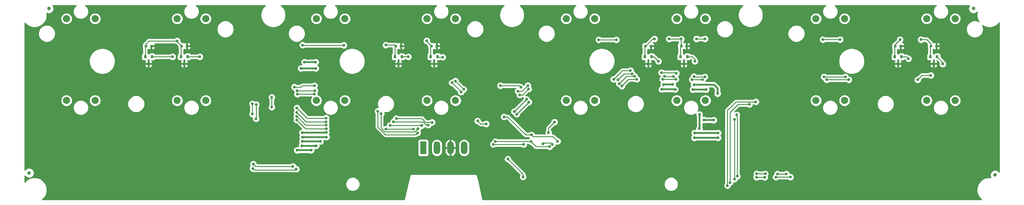
<source format=gbr>
G04 #@! TF.GenerationSoftware,KiCad,Pcbnew,(5.1.2)-2*
G04 #@! TF.CreationDate,2019-11-13T10:18:59+01:00*
G04 #@! TF.ProjectId,StepperClock,53746570-7065-4724-936c-6f636b2e6b69,v1.0*
G04 #@! TF.SameCoordinates,Original*
G04 #@! TF.FileFunction,Copper,L2,Bot*
G04 #@! TF.FilePolarity,Positive*
%FSLAX46Y46*%
G04 Gerber Fmt 4.6, Leading zero omitted, Abs format (unit mm)*
G04 Created by KiCad (PCBNEW (5.1.2)-2) date 2019-11-13 10:18:59*
%MOMM*%
%LPD*%
G04 APERTURE LIST*
%ADD10O,1.800000X3.600000*%
%ADD11R,1.800000X3.600000*%
%ADD12C,2.000000*%
%ADD13R,0.800000X0.900000*%
%ADD14C,1.000000*%
%ADD15R,0.800000X0.750000*%
%ADD16C,0.800000*%
%ADD17C,0.250000*%
%ADD18C,0.500000*%
%ADD19C,0.254000*%
G04 APERTURE END LIST*
D10*
X183165800Y-167595740D03*
X179355800Y-167595740D03*
X175545800Y-167595740D03*
D11*
X171735800Y-167595740D03*
D12*
X110770000Y-154320000D03*
X110770000Y-131320000D03*
X102770000Y-154320000D03*
X102770000Y-131320000D03*
X79770000Y-154320000D03*
X79770000Y-131320000D03*
X71770000Y-154320000D03*
X71770000Y-131320000D03*
X180770000Y-154320000D03*
X180770000Y-131320000D03*
X172770000Y-154320000D03*
X172770000Y-131320000D03*
X149770000Y-154320000D03*
X149770000Y-131320000D03*
X141770000Y-154320000D03*
X141770000Y-131320000D03*
X250770000Y-154320000D03*
X250770000Y-131320000D03*
X242770000Y-154320000D03*
X242770000Y-131320000D03*
X219770000Y-154320000D03*
X219770000Y-131320000D03*
X211770000Y-154320000D03*
X211770000Y-131320000D03*
X320770000Y-154320000D03*
X320770000Y-131320000D03*
X312770000Y-154320000D03*
X312770000Y-131320000D03*
X289770000Y-154320000D03*
X289770000Y-131320000D03*
X281770000Y-154320000D03*
X281770000Y-131320000D03*
D13*
X303820000Y-142020000D03*
X305720000Y-142020000D03*
X304770000Y-144020000D03*
X243820000Y-142020000D03*
X245720000Y-142020000D03*
X244770000Y-144020000D03*
X313820000Y-142020000D03*
X315720000Y-142020000D03*
X314770000Y-144020000D03*
X173820000Y-142020000D03*
X175720000Y-142020000D03*
X174770000Y-144020000D03*
X93820000Y-142020000D03*
X95720000Y-142020000D03*
X94770000Y-144020000D03*
X163820000Y-142020000D03*
X165720000Y-142020000D03*
X164770000Y-144020000D03*
X103820000Y-142020000D03*
X105720000Y-142020000D03*
X104770000Y-144020000D03*
X233820000Y-142020000D03*
X235720000Y-142020000D03*
X234770000Y-144020000D03*
D14*
X331985800Y-175220740D03*
X325910800Y-128495740D03*
X61285800Y-174670740D03*
X66810800Y-128470740D03*
D15*
X305520000Y-139020000D03*
X304020000Y-139020000D03*
X245520000Y-139020000D03*
X244020000Y-139020000D03*
X315520000Y-139020000D03*
X314020000Y-139020000D03*
X235520000Y-139020000D03*
X234020000Y-139020000D03*
X175520000Y-139020000D03*
X174020000Y-139020000D03*
X95520000Y-139020000D03*
X94020000Y-139020000D03*
X165520000Y-139020000D03*
X164020000Y-139020000D03*
X105520000Y-139020000D03*
X104020000Y-139020000D03*
D16*
X158855800Y-146930740D03*
X157245800Y-152190740D03*
X210405800Y-144680740D03*
X230505800Y-140280740D03*
X236415800Y-157190740D03*
X223225800Y-161140740D03*
X185455800Y-153860740D03*
X172885800Y-156810740D03*
X299315800Y-143040740D03*
X297915800Y-152160740D03*
X245415800Y-152930740D03*
X262405800Y-176670740D03*
X113275800Y-139880740D03*
X230865800Y-174540740D03*
X289725800Y-175590740D03*
X203735800Y-178790740D03*
X268785800Y-163210740D03*
X196125800Y-152400740D03*
X198835800Y-159630740D03*
X194235800Y-156990740D03*
X196265800Y-162150740D03*
X193585800Y-161690740D03*
X156485800Y-169995740D03*
X247005800Y-174010740D03*
X151915800Y-157210740D03*
X162475800Y-132470740D03*
X147410800Y-153895740D03*
X89145800Y-177490740D03*
X64495800Y-161970740D03*
X65915800Y-143490740D03*
X158185800Y-177420740D03*
X92175800Y-149860740D03*
X316025800Y-163060740D03*
X327345800Y-144400740D03*
X266775800Y-142880740D03*
X194965800Y-140910740D03*
X298805800Y-162920740D03*
X323525800Y-171100740D03*
X332055800Y-163680740D03*
X278915800Y-143340740D03*
X230945800Y-130430740D03*
X301995800Y-130280740D03*
X264865800Y-166410740D03*
X206410800Y-153095740D03*
X115085800Y-156795740D03*
X203185800Y-170220740D03*
X195435800Y-169270740D03*
X191035800Y-164195740D03*
X183035800Y-161520740D03*
X187885800Y-170620740D03*
X128385800Y-165420740D03*
X124160800Y-165445740D03*
X134010800Y-159320740D03*
X143785800Y-167320740D03*
X128760800Y-175870740D03*
X211935800Y-166495740D03*
X97210800Y-139020740D03*
X107385800Y-139045740D03*
X167085800Y-139070740D03*
X177260800Y-139020740D03*
X237185800Y-139045740D03*
X247110800Y-139070740D03*
X306985800Y-139020740D03*
X316960800Y-139045740D03*
X263360800Y-152245740D03*
X118760800Y-178370740D03*
X259560800Y-178770740D03*
X216460800Y-173470740D03*
X206685800Y-159320740D03*
X193355800Y-150120740D03*
X199065800Y-150580740D03*
X141235800Y-150130740D03*
X135605800Y-150520740D03*
X129285800Y-153395740D03*
X129285800Y-156170740D03*
X161255800Y-162320740D03*
X144535800Y-162250737D03*
X136285800Y-159760740D03*
X168960800Y-162345740D03*
X162425800Y-161300740D03*
X144514752Y-161250957D03*
X136298453Y-158748087D03*
X171335800Y-161345740D03*
X164185800Y-159340740D03*
X144495858Y-159251149D03*
X136305800Y-156390740D03*
X174210800Y-160420770D03*
X123860800Y-155220740D03*
X123860800Y-158120740D03*
X123960800Y-173395740D03*
X136141126Y-173559940D03*
X163395800Y-160300740D03*
X144495019Y-160251150D03*
X136305800Y-157660740D03*
X173110800Y-161195740D03*
X124910800Y-155445740D03*
X124860800Y-159420740D03*
X124110800Y-172145740D03*
X135210800Y-172834940D03*
X191945800Y-165820740D03*
X201865800Y-165820740D03*
X207160800Y-167270740D03*
X207945800Y-166600740D03*
X191334996Y-166612524D03*
X205310800Y-166445740D03*
X199885800Y-166620740D03*
X209385800Y-165760740D03*
X194345800Y-158900740D03*
X202060800Y-163970740D03*
X263105800Y-155390740D03*
X257675800Y-177360740D03*
X264915800Y-154665740D03*
X256955800Y-178200740D03*
X274605800Y-175810740D03*
X270530510Y-175831085D03*
X267396568Y-175877983D03*
X265113559Y-175890222D03*
X273455800Y-174940740D03*
X270985800Y-174940740D03*
X267555800Y-174890740D03*
X265145800Y-174890740D03*
X258985800Y-159640740D03*
X258925800Y-176390740D03*
X259555800Y-158330740D03*
X259710800Y-175560740D03*
X161215800Y-138730740D03*
X236545800Y-137010740D03*
X240615800Y-137010740D03*
X305335800Y-137200740D03*
X311205800Y-137200740D03*
X288515800Y-137200740D03*
X283715800Y-137200740D03*
X225825800Y-137260740D03*
X206845800Y-163310740D03*
X102765800Y-137570740D03*
X137925800Y-138750740D03*
X149465800Y-138790740D03*
X172695800Y-137530740D03*
X220895800Y-137260740D03*
X244015800Y-137040740D03*
X248275800Y-137000740D03*
X250655800Y-137000740D03*
X208506636Y-160366882D03*
X317275800Y-144040740D03*
X313945800Y-147240740D03*
X310255800Y-148470740D03*
X290965800Y-148470740D03*
X284775800Y-148470740D03*
X250005800Y-148470740D03*
X247055800Y-148440740D03*
X238795800Y-148370740D03*
X231545818Y-148328133D03*
X242495800Y-148340740D03*
X227384636Y-150252024D03*
X197930494Y-158140740D03*
X201313553Y-154749154D03*
X198770800Y-152730740D03*
X201219951Y-151081714D03*
X226285800Y-148500740D03*
X230225800Y-146795740D03*
X247835800Y-143290740D03*
X238485800Y-146470740D03*
X242635800Y-146680740D03*
X307685800Y-142570740D03*
X290005800Y-147660740D03*
X284035800Y-147660740D03*
X250625800Y-147660740D03*
X247575800Y-147560740D03*
X241845800Y-147560740D03*
X239345800Y-147520740D03*
X230955800Y-147520740D03*
X226625800Y-149600740D03*
X197223386Y-157433632D03*
X200685800Y-153970740D03*
X198270800Y-151700740D03*
X201025800Y-150100740D03*
X237615800Y-143290740D03*
X229790800Y-145895309D03*
X225065800Y-148350740D03*
X183064649Y-151185740D03*
X180725800Y-148820740D03*
X177155800Y-142130740D03*
X167555800Y-142040740D03*
X179765800Y-149320740D03*
X182335800Y-151910740D03*
X159925800Y-158010740D03*
X101495800Y-142020740D03*
X136465800Y-152540740D03*
X141169999Y-152540740D03*
X189384839Y-160863060D03*
X186960800Y-160055760D03*
X170260800Y-162220740D03*
X109095800Y-142020740D03*
X158995800Y-157285739D03*
X141348332Y-151556768D03*
X136404063Y-151542645D03*
X170123453Y-163383393D03*
X137735800Y-167030740D03*
X141735800Y-167030740D03*
X136385800Y-168280740D03*
X140315800Y-168280740D03*
X137825800Y-165790740D03*
X142905800Y-165790740D03*
X141555800Y-143510740D03*
X138425800Y-143540740D03*
X137875800Y-164580740D03*
X144605800Y-164580740D03*
X141595800Y-145270740D03*
X137485800Y-145280740D03*
X144535800Y-163250740D03*
X137825800Y-163340740D03*
X238575800Y-151150740D03*
X242325800Y-151200740D03*
X247275800Y-151250740D03*
X250975800Y-151250740D03*
X247755800Y-163400740D03*
X254335800Y-163440740D03*
X239075800Y-149840740D03*
X247575800Y-149840740D03*
X241625800Y-149830740D03*
X254215800Y-152370740D03*
X247695800Y-164780740D03*
X254285800Y-164770740D03*
X250395800Y-159750740D03*
X253135800Y-159820740D03*
X249145800Y-158220740D03*
X249095800Y-162180740D03*
X199685800Y-175745740D03*
X195425800Y-170735740D03*
D17*
X193355800Y-150120740D02*
X198605800Y-150120740D01*
X198605800Y-150120740D02*
X199065800Y-150580740D01*
X137418802Y-150520740D02*
X135605800Y-150520740D01*
X141235800Y-150130740D02*
X137808802Y-150130740D01*
X137808802Y-150130740D02*
X137418802Y-150520740D01*
X129285800Y-153395740D02*
X129285800Y-156170740D01*
X161255800Y-162320740D02*
X166405800Y-162320740D01*
X138775797Y-162250737D02*
X144535800Y-162250737D01*
X136285800Y-159760740D02*
X138775797Y-162250737D01*
X166405800Y-162320740D02*
X168935800Y-162320740D01*
X168935800Y-162320740D02*
X168960800Y-162345740D01*
X162425800Y-161300740D02*
X167115800Y-161300740D01*
X138801323Y-161250957D02*
X144514752Y-161250957D01*
X136298453Y-158748087D02*
X138801323Y-161250957D01*
X167115800Y-161300740D02*
X171290800Y-161300740D01*
X171290800Y-161300740D02*
X171335800Y-161345740D01*
X139166209Y-159251149D02*
X144495858Y-159251149D01*
X136305800Y-156390740D02*
X139166209Y-159251149D01*
X164185800Y-159340740D02*
X171355800Y-159340740D01*
X171355800Y-159340740D02*
X172435830Y-160420770D01*
X172435830Y-160420770D02*
X174210800Y-160420770D01*
X123860800Y-155220740D02*
X123860800Y-158120740D01*
X135905327Y-173795739D02*
X136141126Y-173559940D01*
X123960800Y-173395740D02*
X124360799Y-173795739D01*
X124360799Y-173795739D02*
X135905327Y-173795739D01*
X138896210Y-160251150D02*
X144495019Y-160251150D01*
X136305800Y-157660740D02*
X138896210Y-160251150D01*
X168165800Y-160300740D02*
X163395800Y-160300740D01*
X172574390Y-161195740D02*
X173110800Y-161195740D01*
X168165800Y-160300740D02*
X171679390Y-160300740D01*
X171679390Y-160300740D02*
X172574390Y-161195740D01*
X124910800Y-155445740D02*
X124910800Y-159370740D01*
X124910800Y-159370740D02*
X124860800Y-159420740D01*
X124110800Y-172145740D02*
X124800000Y-172834940D01*
X124800000Y-172834940D02*
X135210800Y-172834940D01*
X191945800Y-165820740D02*
X201865800Y-165820740D01*
X203315800Y-167270740D02*
X201865800Y-165820740D01*
X207160800Y-167270740D02*
X203315800Y-167270740D01*
X205555799Y-166200741D02*
X205310800Y-166445740D01*
X207945800Y-166600740D02*
X207545801Y-166200741D01*
X207545801Y-166200741D02*
X205555799Y-166200741D01*
X191343212Y-166620740D02*
X191334996Y-166612524D01*
X199885800Y-166620740D02*
X191343212Y-166620740D01*
X195395800Y-158900740D02*
X200465800Y-163970740D01*
X194345800Y-158900740D02*
X195395800Y-158900740D01*
X200465800Y-163970740D02*
X202060800Y-163970740D01*
X209385800Y-165760740D02*
X208070800Y-164445740D01*
X202535800Y-164445740D02*
X202060800Y-163970740D01*
X208070800Y-164445740D02*
X202535800Y-164445740D01*
X263105800Y-155390740D02*
X259965800Y-155390740D01*
X259965800Y-155390740D02*
X257715800Y-157640740D01*
X257715800Y-157640740D02*
X257715800Y-177320740D01*
X257715800Y-177320740D02*
X257675800Y-177360740D01*
X264915800Y-154665740D02*
X259350800Y-154665740D01*
X259350800Y-154665740D02*
X256945800Y-157070740D01*
X256945800Y-157070740D02*
X256945800Y-178190740D01*
X256945800Y-178190740D02*
X256955800Y-178200740D01*
X274605800Y-175810740D02*
X270550855Y-175810740D01*
X270550855Y-175810740D02*
X270530510Y-175831085D01*
X267396568Y-175877983D02*
X265125798Y-175877983D01*
X265125798Y-175877983D02*
X265113559Y-175890222D01*
X273455800Y-174940740D02*
X270985800Y-174940740D01*
X267555800Y-174890740D02*
X265145800Y-174890740D01*
X258985800Y-159640740D02*
X258985800Y-176330740D01*
X258985800Y-176330740D02*
X258925800Y-176390740D01*
X259710800Y-159051425D02*
X259710800Y-175560740D01*
X259555800Y-158330740D02*
X259555800Y-158896425D01*
X259555800Y-158896425D02*
X259710800Y-159051425D01*
X93820000Y-139220000D02*
X94020000Y-139020000D01*
X93820000Y-142020000D02*
X93820000Y-139220000D01*
X163820000Y-139220000D02*
X164020000Y-139020000D01*
X163820000Y-142020000D02*
X163820000Y-139220000D01*
X173820000Y-139220000D02*
X174020000Y-139020000D01*
X173820000Y-142020000D02*
X173820000Y-139220000D01*
X233820000Y-139220000D02*
X234020000Y-139020000D01*
X233820000Y-142020000D02*
X233820000Y-139220000D01*
X243820000Y-139220000D02*
X244020000Y-139020000D01*
X243820000Y-142020000D02*
X243820000Y-139220000D01*
X303820000Y-139220000D02*
X304020000Y-139020000D01*
X303820000Y-142020000D02*
X303820000Y-139220000D01*
X313820000Y-139220000D02*
X314020000Y-139020000D01*
X313820000Y-142020000D02*
X313820000Y-139220000D01*
X163730740Y-138730740D02*
X164020000Y-139020000D01*
X161215800Y-138730740D02*
X163730740Y-138730740D01*
X234045000Y-139020000D02*
X236054260Y-137010740D01*
X234020000Y-139020000D02*
X234045000Y-139020000D01*
X236054260Y-137010740D02*
X236545800Y-137010740D01*
X244020000Y-138395000D02*
X244020000Y-139020000D01*
X240615800Y-137010740D02*
X242635740Y-137010740D01*
X304020000Y-139020000D02*
X304020000Y-138516540D01*
X304020000Y-138516540D02*
X305335800Y-137200740D01*
X314020000Y-138395000D02*
X314020000Y-139020000D01*
X312825740Y-137200740D02*
X314020000Y-138395000D01*
X311205800Y-137200740D02*
X312825740Y-137200740D01*
X288515800Y-137200740D02*
X283715800Y-137200740D01*
X220895800Y-137260740D02*
X225825800Y-137260740D01*
X94020000Y-138395000D02*
X94844260Y-137570740D01*
X94020000Y-139020000D02*
X94020000Y-138395000D01*
X94844260Y-137570740D02*
X102765800Y-137570740D01*
X102765800Y-137765800D02*
X104020000Y-139020000D01*
X102765800Y-137570740D02*
X102765800Y-137765800D01*
X137925800Y-138750740D02*
X149425800Y-138750740D01*
X149425800Y-138750740D02*
X149465800Y-138790740D01*
X172695800Y-137695800D02*
X174020000Y-139020000D01*
X172695800Y-137530740D02*
X172695800Y-137695800D01*
X242635740Y-137010740D02*
X243985800Y-137010740D01*
X243985800Y-137010740D02*
X244015800Y-137040740D01*
X248275800Y-137000740D02*
X250655800Y-137000740D01*
X244015800Y-139015800D02*
X244020000Y-139020000D01*
X244015800Y-137040740D02*
X244015800Y-139015800D01*
X103820000Y-139220000D02*
X104020000Y-139020000D01*
X103820000Y-142020000D02*
X103820000Y-139220000D01*
X206845800Y-163310740D02*
X206845800Y-162027718D01*
X206845800Y-162027718D02*
X208506636Y-160366882D01*
X317275800Y-143625800D02*
X317275800Y-144040740D01*
X315720000Y-142020000D02*
X315720000Y-142070000D01*
X315720000Y-142070000D02*
X317275800Y-143625800D01*
X313945800Y-147240740D02*
X311485800Y-147240740D01*
X311485800Y-147240740D02*
X310255800Y-148470740D01*
X290965800Y-148470740D02*
X284775800Y-148470740D01*
X250005800Y-148470740D02*
X247085800Y-148470740D01*
X247085800Y-148470740D02*
X247055800Y-148440740D01*
X238825800Y-148400740D02*
X238795800Y-148370740D01*
X238795800Y-148370740D02*
X242465800Y-148370740D01*
X242465800Y-148370740D02*
X242495800Y-148340740D01*
X231545818Y-148328133D02*
X229253407Y-148328133D01*
X229253407Y-148328133D02*
X227384636Y-150196904D01*
X227384636Y-150196904D02*
X227384636Y-150252024D01*
X197930494Y-158140740D02*
X201313553Y-154757681D01*
X201313553Y-154757681D02*
X201313553Y-154749154D01*
X198770800Y-152730740D02*
X199570925Y-152730740D01*
X199570925Y-152730740D02*
X201219951Y-151081714D01*
X226285800Y-148500740D02*
X227990800Y-146795740D01*
X227990800Y-146795740D02*
X230225800Y-146795740D01*
X246370000Y-142020000D02*
X245720000Y-142020000D01*
X247130745Y-142020000D02*
X246370000Y-142020000D01*
X247835800Y-142725055D02*
X247130745Y-142020000D01*
X247835800Y-143290740D02*
X247835800Y-142725055D01*
X238485800Y-146470740D02*
X242425800Y-146470740D01*
X242425800Y-146470740D02*
X242635800Y-146680740D01*
X305720000Y-142020000D02*
X307135060Y-142020000D01*
X307135060Y-142020000D02*
X307685800Y-142570740D01*
X290005800Y-147660740D02*
X284035800Y-147660740D01*
X250625800Y-147660740D02*
X247675800Y-147660740D01*
X247675800Y-147660740D02*
X247575800Y-147560740D01*
X241845800Y-147560740D02*
X239385800Y-147560740D01*
X239385800Y-147560740D02*
X239345800Y-147520740D01*
X230955800Y-147520740D02*
X228705800Y-147520740D01*
X228705800Y-147520740D02*
X226625800Y-149600740D01*
X200036279Y-154620261D02*
X200685800Y-153970740D01*
X197223386Y-157433632D02*
X200036279Y-154620739D01*
X200036279Y-154620739D02*
X200036279Y-154620261D01*
X199820799Y-151305741D02*
X201025800Y-150100740D01*
X198270800Y-151700740D02*
X199425800Y-151700740D01*
X199425800Y-151700740D02*
X199820799Y-151305741D01*
X235720000Y-142020000D02*
X236345060Y-142020000D01*
X236345060Y-142020000D02*
X237615800Y-143290740D01*
X229790800Y-145895309D02*
X227521231Y-145895309D01*
X227521231Y-145895309D02*
X225065800Y-148350740D01*
X183064649Y-151185740D02*
X180725800Y-148846891D01*
X180725800Y-148846891D02*
X180725800Y-148820740D01*
X175830740Y-142130740D02*
X175720000Y-142020000D01*
X177155800Y-142130740D02*
X175830740Y-142130740D01*
X165720000Y-142020000D02*
X167535060Y-142020000D01*
X167535060Y-142020000D02*
X167555800Y-142040740D01*
X179765800Y-149320740D02*
X182335800Y-151890740D01*
X182335800Y-151890740D02*
X182335800Y-151910740D01*
X165705800Y-163070740D02*
X160932798Y-163070740D01*
X95720000Y-142020000D02*
X101495060Y-142020000D01*
X101495060Y-142020000D02*
X101495800Y-142020740D01*
X136465800Y-152540740D02*
X141169999Y-152540740D01*
X159925800Y-162063742D02*
X160932798Y-163070740D01*
X159925800Y-158010740D02*
X159925800Y-162063742D01*
X189384839Y-160863060D02*
X187768100Y-160863060D01*
X187768100Y-160863060D02*
X186960800Y-160055760D01*
X165705800Y-163070740D02*
X169410800Y-163070740D01*
X169410800Y-163070740D02*
X170260800Y-162220740D01*
X106370000Y-142020000D02*
X105720000Y-142020000D01*
X105720740Y-142020740D02*
X105720000Y-142020000D01*
X109095800Y-142020740D02*
X105720740Y-142020740D01*
X158995800Y-157460740D02*
X158995800Y-157285739D01*
X141348332Y-151556768D02*
X136418186Y-151556768D01*
X136418186Y-151556768D02*
X136404063Y-151542645D01*
X161121388Y-163895740D02*
X164785800Y-163895740D01*
X158995800Y-157285739D02*
X158995800Y-161770152D01*
X158995800Y-161770152D02*
X161121388Y-163895740D01*
X164785800Y-163895740D02*
X169611106Y-163895740D01*
X169611106Y-163895740D02*
X170123453Y-163383393D01*
D18*
X137735800Y-167030740D02*
X141735800Y-167030740D01*
X136385800Y-168280740D02*
X139735800Y-168280740D01*
X140315800Y-168280740D02*
X139735800Y-168280740D01*
X137825800Y-165790740D02*
X142905800Y-165790740D01*
X141525800Y-143540740D02*
X141555800Y-143510740D01*
X138425800Y-143540740D02*
X141525800Y-143540740D01*
X137875800Y-164580740D02*
X144605800Y-164580740D01*
X141585800Y-145280740D02*
X141595800Y-145270740D01*
X137485800Y-145280740D02*
X141585800Y-145280740D01*
D17*
X144445800Y-163340740D02*
X144535800Y-163250740D01*
D18*
X137825800Y-163340740D02*
X144445800Y-163340740D01*
X238575800Y-151150740D02*
X242275800Y-151150740D01*
D17*
X242275800Y-151150740D02*
X242325800Y-151200740D01*
D18*
X247275800Y-151250740D02*
X250975800Y-151250740D01*
D17*
X247796600Y-163441540D02*
X247755800Y-163400740D01*
X254295800Y-163400740D02*
X254335800Y-163440740D01*
D18*
X247755800Y-163400740D02*
X254295800Y-163400740D01*
X247575800Y-149840740D02*
X252215800Y-149840740D01*
D17*
X239085800Y-149830740D02*
X239075800Y-149840740D01*
D18*
X241625800Y-149830740D02*
X239085800Y-149830740D01*
X254215800Y-152370740D02*
X254215800Y-150880740D01*
X253175800Y-149840740D02*
X252215800Y-149840740D01*
X254215800Y-150880740D02*
X253175800Y-149840740D01*
D17*
X247725800Y-164750740D02*
X247695800Y-164780740D01*
D18*
X254265800Y-164750740D02*
X254285800Y-164770740D01*
D17*
X254275800Y-164780740D02*
X254285800Y-164770740D01*
D18*
X247695800Y-164780740D02*
X254275800Y-164780740D01*
X250465800Y-159820740D02*
X250395800Y-159750740D01*
X253135800Y-159820740D02*
X250465800Y-159820740D01*
D17*
X249115800Y-158250740D02*
X249145800Y-158220740D01*
X249115800Y-162160740D02*
X249095800Y-162180740D01*
X249145800Y-162130740D02*
X249095800Y-162180740D01*
D18*
X249145800Y-158220740D02*
X249145800Y-162130740D01*
D17*
X199685800Y-175745740D02*
X199685800Y-174995740D01*
X199685800Y-174995740D02*
X195425800Y-170735740D01*
D19*
G36*
X74409017Y-127661637D02*
G01*
X74111637Y-127959017D01*
X73877988Y-128308698D01*
X73717047Y-128697244D01*
X73635000Y-129109721D01*
X73635000Y-129530279D01*
X73717047Y-129942756D01*
X73877988Y-130331302D01*
X74111637Y-130680983D01*
X74409017Y-130978363D01*
X74758698Y-131212012D01*
X75147244Y-131372953D01*
X75559721Y-131455000D01*
X75980279Y-131455000D01*
X76392756Y-131372953D01*
X76781302Y-131212012D01*
X76860689Y-131158967D01*
X78135000Y-131158967D01*
X78135000Y-131481033D01*
X78197832Y-131796912D01*
X78321082Y-132094463D01*
X78500013Y-132362252D01*
X78727748Y-132589987D01*
X78995537Y-132768918D01*
X79293088Y-132892168D01*
X79608967Y-132955000D01*
X79931033Y-132955000D01*
X80246912Y-132892168D01*
X80544463Y-132768918D01*
X80812252Y-132589987D01*
X81039987Y-132362252D01*
X81218918Y-132094463D01*
X81342168Y-131796912D01*
X81405000Y-131481033D01*
X81405000Y-131158967D01*
X101135000Y-131158967D01*
X101135000Y-131481033D01*
X101197832Y-131796912D01*
X101321082Y-132094463D01*
X101500013Y-132362252D01*
X101727748Y-132589987D01*
X101995537Y-132768918D01*
X102293088Y-132892168D01*
X102608967Y-132955000D01*
X102931033Y-132955000D01*
X103246912Y-132892168D01*
X103544463Y-132768918D01*
X103812252Y-132589987D01*
X104039987Y-132362252D01*
X104218918Y-132094463D01*
X104342168Y-131796912D01*
X104405000Y-131481033D01*
X104405000Y-131158967D01*
X104342168Y-130843088D01*
X104218918Y-130545537D01*
X104039987Y-130277748D01*
X103812252Y-130050013D01*
X103544463Y-129871082D01*
X103246912Y-129747832D01*
X102931033Y-129685000D01*
X102608967Y-129685000D01*
X102293088Y-129747832D01*
X101995537Y-129871082D01*
X101727748Y-130050013D01*
X101500013Y-130277748D01*
X101321082Y-130545537D01*
X101197832Y-130843088D01*
X101135000Y-131158967D01*
X81405000Y-131158967D01*
X81342168Y-130843088D01*
X81218918Y-130545537D01*
X81039987Y-130277748D01*
X80812252Y-130050013D01*
X80544463Y-129871082D01*
X80246912Y-129747832D01*
X79931033Y-129685000D01*
X79608967Y-129685000D01*
X79293088Y-129747832D01*
X78995537Y-129871082D01*
X78727748Y-130050013D01*
X78500013Y-130277748D01*
X78321082Y-130545537D01*
X78197832Y-130843088D01*
X78135000Y-131158967D01*
X76860689Y-131158967D01*
X77130983Y-130978363D01*
X77428363Y-130680983D01*
X77662012Y-130331302D01*
X77822953Y-129942756D01*
X77905000Y-129530279D01*
X77905000Y-129109721D01*
X77822953Y-128697244D01*
X77662012Y-128308698D01*
X77428363Y-127959017D01*
X77130983Y-127661637D01*
X77039844Y-127600740D01*
X105500156Y-127600740D01*
X105409017Y-127661637D01*
X105111637Y-127959017D01*
X104877988Y-128308698D01*
X104717047Y-128697244D01*
X104635000Y-129109721D01*
X104635000Y-129530279D01*
X104717047Y-129942756D01*
X104877988Y-130331302D01*
X105111637Y-130680983D01*
X105409017Y-130978363D01*
X105758698Y-131212012D01*
X106147244Y-131372953D01*
X106559721Y-131455000D01*
X106980279Y-131455000D01*
X107392756Y-131372953D01*
X107781302Y-131212012D01*
X107860689Y-131158967D01*
X109135000Y-131158967D01*
X109135000Y-131481033D01*
X109197832Y-131796912D01*
X109321082Y-132094463D01*
X109500013Y-132362252D01*
X109727748Y-132589987D01*
X109995537Y-132768918D01*
X110293088Y-132892168D01*
X110608967Y-132955000D01*
X110931033Y-132955000D01*
X111246912Y-132892168D01*
X111544463Y-132768918D01*
X111812252Y-132589987D01*
X112039987Y-132362252D01*
X112218918Y-132094463D01*
X112342168Y-131796912D01*
X112405000Y-131481033D01*
X112405000Y-131158967D01*
X112342168Y-130843088D01*
X112218918Y-130545537D01*
X112039987Y-130277748D01*
X111812252Y-130050013D01*
X111544463Y-129871082D01*
X111246912Y-129747832D01*
X110931033Y-129685000D01*
X110608967Y-129685000D01*
X110293088Y-129747832D01*
X109995537Y-129871082D01*
X109727748Y-130050013D01*
X109500013Y-130277748D01*
X109321082Y-130545537D01*
X109197832Y-130843088D01*
X109135000Y-131158967D01*
X107860689Y-131158967D01*
X108130983Y-130978363D01*
X108428363Y-130680983D01*
X108662012Y-130331302D01*
X108822953Y-129942756D01*
X108905000Y-129530279D01*
X108905000Y-129109721D01*
X108822953Y-128697244D01*
X108662012Y-128308698D01*
X108428363Y-127959017D01*
X108130983Y-127661637D01*
X108039844Y-127600740D01*
X127480340Y-127600740D01*
X126997538Y-128083542D01*
X126617022Y-128653023D01*
X126354919Y-129285796D01*
X126221300Y-129957545D01*
X126221300Y-130642455D01*
X126354919Y-131314204D01*
X126617022Y-131946977D01*
X126997538Y-132516458D01*
X127481842Y-133000762D01*
X128051323Y-133381278D01*
X128684096Y-133643381D01*
X129355845Y-133777000D01*
X130040755Y-133777000D01*
X130712504Y-133643381D01*
X131345277Y-133381278D01*
X131914758Y-133000762D01*
X132399062Y-132516458D01*
X132779578Y-131946977D01*
X133041681Y-131314204D01*
X133072559Y-131158967D01*
X140135000Y-131158967D01*
X140135000Y-131481033D01*
X140197832Y-131796912D01*
X140321082Y-132094463D01*
X140500013Y-132362252D01*
X140727748Y-132589987D01*
X140995537Y-132768918D01*
X141293088Y-132892168D01*
X141608967Y-132955000D01*
X141931033Y-132955000D01*
X142246912Y-132892168D01*
X142544463Y-132768918D01*
X142812252Y-132589987D01*
X143039987Y-132362252D01*
X143218918Y-132094463D01*
X143342168Y-131796912D01*
X143405000Y-131481033D01*
X143405000Y-131158967D01*
X143342168Y-130843088D01*
X143218918Y-130545537D01*
X143039987Y-130277748D01*
X142812252Y-130050013D01*
X142544463Y-129871082D01*
X142246912Y-129747832D01*
X141931033Y-129685000D01*
X141608967Y-129685000D01*
X141293088Y-129747832D01*
X140995537Y-129871082D01*
X140727748Y-130050013D01*
X140500013Y-130277748D01*
X140321082Y-130545537D01*
X140197832Y-130843088D01*
X140135000Y-131158967D01*
X133072559Y-131158967D01*
X133175300Y-130642455D01*
X133175300Y-129957545D01*
X133041681Y-129285796D01*
X132779578Y-128653023D01*
X132399062Y-128083542D01*
X131916260Y-127600740D01*
X144500156Y-127600740D01*
X144409017Y-127661637D01*
X144111637Y-127959017D01*
X143877988Y-128308698D01*
X143717047Y-128697244D01*
X143635000Y-129109721D01*
X143635000Y-129530279D01*
X143717047Y-129942756D01*
X143877988Y-130331302D01*
X144111637Y-130680983D01*
X144409017Y-130978363D01*
X144758698Y-131212012D01*
X145147244Y-131372953D01*
X145559721Y-131455000D01*
X145980279Y-131455000D01*
X146392756Y-131372953D01*
X146781302Y-131212012D01*
X146860689Y-131158967D01*
X148135000Y-131158967D01*
X148135000Y-131481033D01*
X148197832Y-131796912D01*
X148321082Y-132094463D01*
X148500013Y-132362252D01*
X148727748Y-132589987D01*
X148995537Y-132768918D01*
X149293088Y-132892168D01*
X149608967Y-132955000D01*
X149931033Y-132955000D01*
X150246912Y-132892168D01*
X150544463Y-132768918D01*
X150812252Y-132589987D01*
X151039987Y-132362252D01*
X151218918Y-132094463D01*
X151342168Y-131796912D01*
X151405000Y-131481033D01*
X151405000Y-131158967D01*
X171135000Y-131158967D01*
X171135000Y-131481033D01*
X171197832Y-131796912D01*
X171321082Y-132094463D01*
X171500013Y-132362252D01*
X171727748Y-132589987D01*
X171995537Y-132768918D01*
X172293088Y-132892168D01*
X172608967Y-132955000D01*
X172931033Y-132955000D01*
X173246912Y-132892168D01*
X173544463Y-132768918D01*
X173812252Y-132589987D01*
X174039987Y-132362252D01*
X174218918Y-132094463D01*
X174342168Y-131796912D01*
X174405000Y-131481033D01*
X174405000Y-131158967D01*
X174342168Y-130843088D01*
X174218918Y-130545537D01*
X174039987Y-130277748D01*
X173812252Y-130050013D01*
X173544463Y-129871082D01*
X173246912Y-129747832D01*
X172931033Y-129685000D01*
X172608967Y-129685000D01*
X172293088Y-129747832D01*
X171995537Y-129871082D01*
X171727748Y-130050013D01*
X171500013Y-130277748D01*
X171321082Y-130545537D01*
X171197832Y-130843088D01*
X171135000Y-131158967D01*
X151405000Y-131158967D01*
X151342168Y-130843088D01*
X151218918Y-130545537D01*
X151039987Y-130277748D01*
X150812252Y-130050013D01*
X150544463Y-129871082D01*
X150246912Y-129747832D01*
X149931033Y-129685000D01*
X149608967Y-129685000D01*
X149293088Y-129747832D01*
X148995537Y-129871082D01*
X148727748Y-130050013D01*
X148500013Y-130277748D01*
X148321082Y-130545537D01*
X148197832Y-130843088D01*
X148135000Y-131158967D01*
X146860689Y-131158967D01*
X147130983Y-130978363D01*
X147428363Y-130680983D01*
X147662012Y-130331302D01*
X147822953Y-129942756D01*
X147905000Y-129530279D01*
X147905000Y-129109721D01*
X147822953Y-128697244D01*
X147662012Y-128308698D01*
X147428363Y-127959017D01*
X147130983Y-127661637D01*
X147039844Y-127600740D01*
X175500156Y-127600740D01*
X175409017Y-127661637D01*
X175111637Y-127959017D01*
X174877988Y-128308698D01*
X174717047Y-128697244D01*
X174635000Y-129109721D01*
X174635000Y-129530279D01*
X174717047Y-129942756D01*
X174877988Y-130331302D01*
X175111637Y-130680983D01*
X175409017Y-130978363D01*
X175758698Y-131212012D01*
X176147244Y-131372953D01*
X176559721Y-131455000D01*
X176980279Y-131455000D01*
X177392756Y-131372953D01*
X177781302Y-131212012D01*
X177860689Y-131158967D01*
X179135000Y-131158967D01*
X179135000Y-131481033D01*
X179197832Y-131796912D01*
X179321082Y-132094463D01*
X179500013Y-132362252D01*
X179727748Y-132589987D01*
X179995537Y-132768918D01*
X180293088Y-132892168D01*
X180608967Y-132955000D01*
X180931033Y-132955000D01*
X181246912Y-132892168D01*
X181544463Y-132768918D01*
X181812252Y-132589987D01*
X182039987Y-132362252D01*
X182218918Y-132094463D01*
X182342168Y-131796912D01*
X182405000Y-131481033D01*
X182405000Y-131158967D01*
X182342168Y-130843088D01*
X182218918Y-130545537D01*
X182039987Y-130277748D01*
X181812252Y-130050013D01*
X181544463Y-129871082D01*
X181246912Y-129747832D01*
X180931033Y-129685000D01*
X180608967Y-129685000D01*
X180293088Y-129747832D01*
X179995537Y-129871082D01*
X179727748Y-130050013D01*
X179500013Y-130277748D01*
X179321082Y-130545537D01*
X179197832Y-130843088D01*
X179135000Y-131158967D01*
X177860689Y-131158967D01*
X178130983Y-130978363D01*
X178428363Y-130680983D01*
X178662012Y-130331302D01*
X178822953Y-129942756D01*
X178905000Y-129530279D01*
X178905000Y-129109721D01*
X178822953Y-128697244D01*
X178662012Y-128308698D01*
X178428363Y-127959017D01*
X178130983Y-127661637D01*
X178039844Y-127600740D01*
X194372840Y-127600740D01*
X193890038Y-128083542D01*
X193509522Y-128653023D01*
X193247419Y-129285796D01*
X193113800Y-129957545D01*
X193113800Y-130642455D01*
X193247419Y-131314204D01*
X193509522Y-131946977D01*
X193890038Y-132516458D01*
X194374342Y-133000762D01*
X194943823Y-133381278D01*
X195576596Y-133643381D01*
X196248345Y-133777000D01*
X196933255Y-133777000D01*
X197605004Y-133643381D01*
X198237777Y-133381278D01*
X198807258Y-133000762D01*
X199291562Y-132516458D01*
X199672078Y-131946977D01*
X199934181Y-131314204D01*
X199965059Y-131158967D01*
X210135000Y-131158967D01*
X210135000Y-131481033D01*
X210197832Y-131796912D01*
X210321082Y-132094463D01*
X210500013Y-132362252D01*
X210727748Y-132589987D01*
X210995537Y-132768918D01*
X211293088Y-132892168D01*
X211608967Y-132955000D01*
X211931033Y-132955000D01*
X212246912Y-132892168D01*
X212544463Y-132768918D01*
X212812252Y-132589987D01*
X213039987Y-132362252D01*
X213218918Y-132094463D01*
X213342168Y-131796912D01*
X213405000Y-131481033D01*
X213405000Y-131158967D01*
X213342168Y-130843088D01*
X213218918Y-130545537D01*
X213039987Y-130277748D01*
X212812252Y-130050013D01*
X212544463Y-129871082D01*
X212246912Y-129747832D01*
X211931033Y-129685000D01*
X211608967Y-129685000D01*
X211293088Y-129747832D01*
X210995537Y-129871082D01*
X210727748Y-130050013D01*
X210500013Y-130277748D01*
X210321082Y-130545537D01*
X210197832Y-130843088D01*
X210135000Y-131158967D01*
X199965059Y-131158967D01*
X200067800Y-130642455D01*
X200067800Y-129957545D01*
X199934181Y-129285796D01*
X199672078Y-128653023D01*
X199291562Y-128083542D01*
X198808760Y-127600740D01*
X214500156Y-127600740D01*
X214409017Y-127661637D01*
X214111637Y-127959017D01*
X213877988Y-128308698D01*
X213717047Y-128697244D01*
X213635000Y-129109721D01*
X213635000Y-129530279D01*
X213717047Y-129942756D01*
X213877988Y-130331302D01*
X214111637Y-130680983D01*
X214409017Y-130978363D01*
X214758698Y-131212012D01*
X215147244Y-131372953D01*
X215559721Y-131455000D01*
X215980279Y-131455000D01*
X216392756Y-131372953D01*
X216781302Y-131212012D01*
X216860689Y-131158967D01*
X218135000Y-131158967D01*
X218135000Y-131481033D01*
X218197832Y-131796912D01*
X218321082Y-132094463D01*
X218500013Y-132362252D01*
X218727748Y-132589987D01*
X218995537Y-132768918D01*
X219293088Y-132892168D01*
X219608967Y-132955000D01*
X219931033Y-132955000D01*
X220246912Y-132892168D01*
X220544463Y-132768918D01*
X220812252Y-132589987D01*
X221039987Y-132362252D01*
X221218918Y-132094463D01*
X221342168Y-131796912D01*
X221405000Y-131481033D01*
X221405000Y-131158967D01*
X241135000Y-131158967D01*
X241135000Y-131481033D01*
X241197832Y-131796912D01*
X241321082Y-132094463D01*
X241500013Y-132362252D01*
X241727748Y-132589987D01*
X241995537Y-132768918D01*
X242293088Y-132892168D01*
X242608967Y-132955000D01*
X242931033Y-132955000D01*
X243246912Y-132892168D01*
X243544463Y-132768918D01*
X243812252Y-132589987D01*
X244039987Y-132362252D01*
X244218918Y-132094463D01*
X244342168Y-131796912D01*
X244405000Y-131481033D01*
X244405000Y-131158967D01*
X244342168Y-130843088D01*
X244218918Y-130545537D01*
X244039987Y-130277748D01*
X243812252Y-130050013D01*
X243544463Y-129871082D01*
X243246912Y-129747832D01*
X242931033Y-129685000D01*
X242608967Y-129685000D01*
X242293088Y-129747832D01*
X241995537Y-129871082D01*
X241727748Y-130050013D01*
X241500013Y-130277748D01*
X241321082Y-130545537D01*
X241197832Y-130843088D01*
X241135000Y-131158967D01*
X221405000Y-131158967D01*
X221342168Y-130843088D01*
X221218918Y-130545537D01*
X221039987Y-130277748D01*
X220812252Y-130050013D01*
X220544463Y-129871082D01*
X220246912Y-129747832D01*
X219931033Y-129685000D01*
X219608967Y-129685000D01*
X219293088Y-129747832D01*
X218995537Y-129871082D01*
X218727748Y-130050013D01*
X218500013Y-130277748D01*
X218321082Y-130545537D01*
X218197832Y-130843088D01*
X218135000Y-131158967D01*
X216860689Y-131158967D01*
X217130983Y-130978363D01*
X217428363Y-130680983D01*
X217662012Y-130331302D01*
X217822953Y-129942756D01*
X217905000Y-129530279D01*
X217905000Y-129109721D01*
X217822953Y-128697244D01*
X217662012Y-128308698D01*
X217428363Y-127959017D01*
X217130983Y-127661637D01*
X217039844Y-127600740D01*
X245500156Y-127600740D01*
X245409017Y-127661637D01*
X245111637Y-127959017D01*
X244877988Y-128308698D01*
X244717047Y-128697244D01*
X244635000Y-129109721D01*
X244635000Y-129530279D01*
X244717047Y-129942756D01*
X244877988Y-130331302D01*
X245111637Y-130680983D01*
X245409017Y-130978363D01*
X245758698Y-131212012D01*
X246147244Y-131372953D01*
X246559721Y-131455000D01*
X246980279Y-131455000D01*
X247392756Y-131372953D01*
X247781302Y-131212012D01*
X247860689Y-131158967D01*
X249135000Y-131158967D01*
X249135000Y-131481033D01*
X249197832Y-131796912D01*
X249321082Y-132094463D01*
X249500013Y-132362252D01*
X249727748Y-132589987D01*
X249995537Y-132768918D01*
X250293088Y-132892168D01*
X250608967Y-132955000D01*
X250931033Y-132955000D01*
X251246912Y-132892168D01*
X251544463Y-132768918D01*
X251812252Y-132589987D01*
X252039987Y-132362252D01*
X252218918Y-132094463D01*
X252342168Y-131796912D01*
X252405000Y-131481033D01*
X252405000Y-131158967D01*
X252342168Y-130843088D01*
X252218918Y-130545537D01*
X252039987Y-130277748D01*
X251812252Y-130050013D01*
X251544463Y-129871082D01*
X251246912Y-129747832D01*
X250931033Y-129685000D01*
X250608967Y-129685000D01*
X250293088Y-129747832D01*
X249995537Y-129871082D01*
X249727748Y-130050013D01*
X249500013Y-130277748D01*
X249321082Y-130545537D01*
X249197832Y-130843088D01*
X249135000Y-131158967D01*
X247860689Y-131158967D01*
X248130983Y-130978363D01*
X248428363Y-130680983D01*
X248662012Y-130331302D01*
X248822953Y-129942756D01*
X248905000Y-129530279D01*
X248905000Y-129109721D01*
X248822953Y-128697244D01*
X248662012Y-128308698D01*
X248428363Y-127959017D01*
X248130983Y-127661637D01*
X248039844Y-127600740D01*
X261265340Y-127600740D01*
X260782538Y-128083542D01*
X260402022Y-128653023D01*
X260139919Y-129285796D01*
X260006300Y-129957545D01*
X260006300Y-130642455D01*
X260139919Y-131314204D01*
X260402022Y-131946977D01*
X260782538Y-132516458D01*
X261266842Y-133000762D01*
X261836323Y-133381278D01*
X262469096Y-133643381D01*
X263140845Y-133777000D01*
X263825755Y-133777000D01*
X264497504Y-133643381D01*
X265130277Y-133381278D01*
X265699758Y-133000762D01*
X266184062Y-132516458D01*
X266564578Y-131946977D01*
X266826681Y-131314204D01*
X266857559Y-131158967D01*
X280135000Y-131158967D01*
X280135000Y-131481033D01*
X280197832Y-131796912D01*
X280321082Y-132094463D01*
X280500013Y-132362252D01*
X280727748Y-132589987D01*
X280995537Y-132768918D01*
X281293088Y-132892168D01*
X281608967Y-132955000D01*
X281931033Y-132955000D01*
X282246912Y-132892168D01*
X282544463Y-132768918D01*
X282812252Y-132589987D01*
X283039987Y-132362252D01*
X283218918Y-132094463D01*
X283342168Y-131796912D01*
X283405000Y-131481033D01*
X283405000Y-131158967D01*
X283342168Y-130843088D01*
X283218918Y-130545537D01*
X283039987Y-130277748D01*
X282812252Y-130050013D01*
X282544463Y-129871082D01*
X282246912Y-129747832D01*
X281931033Y-129685000D01*
X281608967Y-129685000D01*
X281293088Y-129747832D01*
X280995537Y-129871082D01*
X280727748Y-130050013D01*
X280500013Y-130277748D01*
X280321082Y-130545537D01*
X280197832Y-130843088D01*
X280135000Y-131158967D01*
X266857559Y-131158967D01*
X266960300Y-130642455D01*
X266960300Y-129957545D01*
X266826681Y-129285796D01*
X266564578Y-128653023D01*
X266184062Y-128083542D01*
X265701260Y-127600740D01*
X284500156Y-127600740D01*
X284409017Y-127661637D01*
X284111637Y-127959017D01*
X283877988Y-128308698D01*
X283717047Y-128697244D01*
X283635000Y-129109721D01*
X283635000Y-129530279D01*
X283717047Y-129942756D01*
X283877988Y-130331302D01*
X284111637Y-130680983D01*
X284409017Y-130978363D01*
X284758698Y-131212012D01*
X285147244Y-131372953D01*
X285559721Y-131455000D01*
X285980279Y-131455000D01*
X286392756Y-131372953D01*
X286781302Y-131212012D01*
X286860689Y-131158967D01*
X288135000Y-131158967D01*
X288135000Y-131481033D01*
X288197832Y-131796912D01*
X288321082Y-132094463D01*
X288500013Y-132362252D01*
X288727748Y-132589987D01*
X288995537Y-132768918D01*
X289293088Y-132892168D01*
X289608967Y-132955000D01*
X289931033Y-132955000D01*
X290246912Y-132892168D01*
X290544463Y-132768918D01*
X290812252Y-132589987D01*
X291039987Y-132362252D01*
X291218918Y-132094463D01*
X291342168Y-131796912D01*
X291405000Y-131481033D01*
X291405000Y-131158967D01*
X311135000Y-131158967D01*
X311135000Y-131481033D01*
X311197832Y-131796912D01*
X311321082Y-132094463D01*
X311500013Y-132362252D01*
X311727748Y-132589987D01*
X311995537Y-132768918D01*
X312293088Y-132892168D01*
X312608967Y-132955000D01*
X312931033Y-132955000D01*
X313246912Y-132892168D01*
X313544463Y-132768918D01*
X313812252Y-132589987D01*
X314039987Y-132362252D01*
X314218918Y-132094463D01*
X314342168Y-131796912D01*
X314405000Y-131481033D01*
X314405000Y-131158967D01*
X314342168Y-130843088D01*
X314218918Y-130545537D01*
X314039987Y-130277748D01*
X313812252Y-130050013D01*
X313544463Y-129871082D01*
X313246912Y-129747832D01*
X312931033Y-129685000D01*
X312608967Y-129685000D01*
X312293088Y-129747832D01*
X311995537Y-129871082D01*
X311727748Y-130050013D01*
X311500013Y-130277748D01*
X311321082Y-130545537D01*
X311197832Y-130843088D01*
X311135000Y-131158967D01*
X291405000Y-131158967D01*
X291342168Y-130843088D01*
X291218918Y-130545537D01*
X291039987Y-130277748D01*
X290812252Y-130050013D01*
X290544463Y-129871082D01*
X290246912Y-129747832D01*
X289931033Y-129685000D01*
X289608967Y-129685000D01*
X289293088Y-129747832D01*
X288995537Y-129871082D01*
X288727748Y-130050013D01*
X288500013Y-130277748D01*
X288321082Y-130545537D01*
X288197832Y-130843088D01*
X288135000Y-131158967D01*
X286860689Y-131158967D01*
X287130983Y-130978363D01*
X287428363Y-130680983D01*
X287662012Y-130331302D01*
X287822953Y-129942756D01*
X287905000Y-129530279D01*
X287905000Y-129109721D01*
X287822953Y-128697244D01*
X287662012Y-128308698D01*
X287428363Y-127959017D01*
X287130983Y-127661637D01*
X287039844Y-127600740D01*
X315500156Y-127600740D01*
X315409017Y-127661637D01*
X315111637Y-127959017D01*
X314877988Y-128308698D01*
X314717047Y-128697244D01*
X314635000Y-129109721D01*
X314635000Y-129530279D01*
X314717047Y-129942756D01*
X314877988Y-130331302D01*
X315111637Y-130680983D01*
X315409017Y-130978363D01*
X315758698Y-131212012D01*
X316147244Y-131372953D01*
X316559721Y-131455000D01*
X316980279Y-131455000D01*
X317392756Y-131372953D01*
X317781302Y-131212012D01*
X317860689Y-131158967D01*
X319135000Y-131158967D01*
X319135000Y-131481033D01*
X319197832Y-131796912D01*
X319321082Y-132094463D01*
X319500013Y-132362252D01*
X319727748Y-132589987D01*
X319995537Y-132768918D01*
X320293088Y-132892168D01*
X320608967Y-132955000D01*
X320931033Y-132955000D01*
X321246912Y-132892168D01*
X321544463Y-132768918D01*
X321812252Y-132589987D01*
X322039987Y-132362252D01*
X322218918Y-132094463D01*
X322342168Y-131796912D01*
X322405000Y-131481033D01*
X322405000Y-131158967D01*
X322342168Y-130843088D01*
X322218918Y-130545537D01*
X322039987Y-130277748D01*
X321812252Y-130050013D01*
X321544463Y-129871082D01*
X321246912Y-129747832D01*
X320931033Y-129685000D01*
X320608967Y-129685000D01*
X320293088Y-129747832D01*
X319995537Y-129871082D01*
X319727748Y-130050013D01*
X319500013Y-130277748D01*
X319321082Y-130545537D01*
X319197832Y-130843088D01*
X319135000Y-131158967D01*
X317860689Y-131158967D01*
X318130983Y-130978363D01*
X318428363Y-130680983D01*
X318662012Y-130331302D01*
X318822953Y-129942756D01*
X318905000Y-129530279D01*
X318905000Y-129109721D01*
X318822953Y-128697244D01*
X318662012Y-128308698D01*
X318428363Y-127959017D01*
X318130983Y-127661637D01*
X318039844Y-127600740D01*
X324830145Y-127600740D01*
X324825680Y-127605205D01*
X324672795Y-127834013D01*
X324567486Y-128088250D01*
X324513800Y-128358148D01*
X324513800Y-128633332D01*
X324567486Y-128903230D01*
X324672795Y-129157467D01*
X324825680Y-129386275D01*
X325020265Y-129580860D01*
X325249073Y-129733745D01*
X325503310Y-129839054D01*
X325773208Y-129892740D01*
X326048392Y-129892740D01*
X326318290Y-129839054D01*
X326572527Y-129733745D01*
X326801335Y-129580860D01*
X326995920Y-129386275D01*
X327019432Y-129351087D01*
X326898800Y-129957545D01*
X326898800Y-130642455D01*
X327032419Y-131314204D01*
X327294522Y-131946977D01*
X327442381Y-132168263D01*
X327409721Y-132146440D01*
X326975679Y-131966654D01*
X326514902Y-131875000D01*
X326045098Y-131875000D01*
X325584321Y-131966654D01*
X325150279Y-132146440D01*
X324759651Y-132407450D01*
X324427450Y-132739651D01*
X324166440Y-133130279D01*
X323986654Y-133564321D01*
X323895000Y-134025098D01*
X323895000Y-134494902D01*
X323986654Y-134955679D01*
X324166440Y-135389721D01*
X324427450Y-135780349D01*
X324759651Y-136112550D01*
X325150279Y-136373560D01*
X325584321Y-136553346D01*
X326045098Y-136645000D01*
X326514902Y-136645000D01*
X326975679Y-136553346D01*
X327409721Y-136373560D01*
X327800349Y-136112550D01*
X328132550Y-135780349D01*
X328393560Y-135389721D01*
X328573346Y-134955679D01*
X328665000Y-134494902D01*
X328665000Y-134025098D01*
X328573346Y-133564321D01*
X328409014Y-133167588D01*
X328728823Y-133381278D01*
X329361596Y-133643381D01*
X330033345Y-133777000D01*
X330718255Y-133777000D01*
X331390004Y-133643381D01*
X332022777Y-133381278D01*
X332592258Y-133000762D01*
X333076562Y-132516458D01*
X333125800Y-132442768D01*
X333125801Y-174412340D01*
X333070920Y-174330205D01*
X332876335Y-174135620D01*
X332647527Y-173982735D01*
X332393290Y-173877426D01*
X332123392Y-173823740D01*
X331848208Y-173823740D01*
X331578310Y-173877426D01*
X331324073Y-173982735D01*
X331095265Y-174135620D01*
X330900680Y-174330205D01*
X330747795Y-174559013D01*
X330642486Y-174813250D01*
X330588800Y-175083148D01*
X330588800Y-175358332D01*
X330642486Y-175628230D01*
X330747795Y-175882467D01*
X330783558Y-175935989D01*
X330718255Y-175923000D01*
X330033345Y-175923000D01*
X329361596Y-176056619D01*
X328728823Y-176318722D01*
X328159342Y-176699238D01*
X327675038Y-177183542D01*
X327294522Y-177753023D01*
X327032419Y-178385796D01*
X326898800Y-179057545D01*
X326898800Y-179742455D01*
X327032419Y-180414204D01*
X327294522Y-181046977D01*
X327675038Y-181616458D01*
X328159342Y-182100762D01*
X328249105Y-182160740D01*
X188390838Y-182160740D01*
X187383832Y-177605235D01*
X239200800Y-177605235D01*
X239200800Y-177996245D01*
X239277082Y-178379743D01*
X239426715Y-178740990D01*
X239643949Y-179066104D01*
X239920436Y-179342591D01*
X240245550Y-179559825D01*
X240606797Y-179709458D01*
X240990295Y-179785740D01*
X241381305Y-179785740D01*
X241764803Y-179709458D01*
X242126050Y-179559825D01*
X242451164Y-179342591D01*
X242727651Y-179066104D01*
X242944885Y-178740990D01*
X243094518Y-178379743D01*
X243150400Y-178098801D01*
X255920800Y-178098801D01*
X255920800Y-178302679D01*
X255960574Y-178502638D01*
X256038595Y-178690996D01*
X256151863Y-178860514D01*
X256296026Y-179004677D01*
X256465544Y-179117945D01*
X256653902Y-179195966D01*
X256853861Y-179235740D01*
X257057739Y-179235740D01*
X257257698Y-179195966D01*
X257446056Y-179117945D01*
X257615574Y-179004677D01*
X257759737Y-178860514D01*
X257873005Y-178690996D01*
X257951026Y-178502638D01*
X257980425Y-178354836D01*
X258166056Y-178277945D01*
X258335574Y-178164677D01*
X258479737Y-178020514D01*
X258593005Y-177850996D01*
X258671026Y-177662638D01*
X258710800Y-177462679D01*
X258710800Y-177403251D01*
X258823861Y-177425740D01*
X259027739Y-177425740D01*
X259227698Y-177385966D01*
X259416056Y-177307945D01*
X259585574Y-177194677D01*
X259729737Y-177050514D01*
X259843005Y-176880996D01*
X259921026Y-176692638D01*
X259945555Y-176569321D01*
X260012698Y-176555966D01*
X260201056Y-176477945D01*
X260370574Y-176364677D01*
X260514737Y-176220514D01*
X260628005Y-176050996D01*
X260706026Y-175862638D01*
X260720816Y-175788283D01*
X264078559Y-175788283D01*
X264078559Y-175992161D01*
X264118333Y-176192120D01*
X264196354Y-176380478D01*
X264309622Y-176549996D01*
X264453785Y-176694159D01*
X264623303Y-176807427D01*
X264811661Y-176885448D01*
X265011620Y-176925222D01*
X265215498Y-176925222D01*
X265415457Y-176885448D01*
X265603815Y-176807427D01*
X265773333Y-176694159D01*
X265829509Y-176637983D01*
X266692857Y-176637983D01*
X266736794Y-176681920D01*
X266906312Y-176795188D01*
X267094670Y-176873209D01*
X267294629Y-176912983D01*
X267498507Y-176912983D01*
X267698466Y-176873209D01*
X267886824Y-176795188D01*
X268056342Y-176681920D01*
X268200505Y-176537757D01*
X268313773Y-176368239D01*
X268391794Y-176179881D01*
X268431568Y-175979922D01*
X268431568Y-175776044D01*
X268422240Y-175729146D01*
X269495510Y-175729146D01*
X269495510Y-175933024D01*
X269535284Y-176132983D01*
X269613305Y-176321341D01*
X269726573Y-176490859D01*
X269870736Y-176635022D01*
X270040254Y-176748290D01*
X270228612Y-176826311D01*
X270428571Y-176866085D01*
X270632449Y-176866085D01*
X270832408Y-176826311D01*
X271020766Y-176748290D01*
X271190284Y-176635022D01*
X271254566Y-176570740D01*
X273902089Y-176570740D01*
X273946026Y-176614677D01*
X274115544Y-176727945D01*
X274303902Y-176805966D01*
X274503861Y-176845740D01*
X274707739Y-176845740D01*
X274907698Y-176805966D01*
X275096056Y-176727945D01*
X275265574Y-176614677D01*
X275409737Y-176470514D01*
X275523005Y-176300996D01*
X275601026Y-176112638D01*
X275640800Y-175912679D01*
X275640800Y-175708801D01*
X275601026Y-175508842D01*
X275523005Y-175320484D01*
X275409737Y-175150966D01*
X275265574Y-175006803D01*
X275096056Y-174893535D01*
X274907698Y-174815514D01*
X274707739Y-174775740D01*
X274503861Y-174775740D01*
X274479231Y-174780639D01*
X274451026Y-174638842D01*
X274373005Y-174450484D01*
X274259737Y-174280966D01*
X274115574Y-174136803D01*
X273946056Y-174023535D01*
X273757698Y-173945514D01*
X273557739Y-173905740D01*
X273353861Y-173905740D01*
X273153902Y-173945514D01*
X272965544Y-174023535D01*
X272796026Y-174136803D01*
X272752089Y-174180740D01*
X271689511Y-174180740D01*
X271645574Y-174136803D01*
X271476056Y-174023535D01*
X271287698Y-173945514D01*
X271087739Y-173905740D01*
X270883861Y-173905740D01*
X270683902Y-173945514D01*
X270495544Y-174023535D01*
X270326026Y-174136803D01*
X270181863Y-174280966D01*
X270068595Y-174450484D01*
X269990574Y-174638842D01*
X269950800Y-174838801D01*
X269950800Y-174973651D01*
X269870736Y-175027148D01*
X269726573Y-175171311D01*
X269613305Y-175340829D01*
X269535284Y-175529187D01*
X269495510Y-175729146D01*
X268422240Y-175729146D01*
X268391794Y-175576085D01*
X268372988Y-175530683D01*
X268473005Y-175380996D01*
X268551026Y-175192638D01*
X268590800Y-174992679D01*
X268590800Y-174788801D01*
X268551026Y-174588842D01*
X268473005Y-174400484D01*
X268359737Y-174230966D01*
X268215574Y-174086803D01*
X268046056Y-173973535D01*
X267857698Y-173895514D01*
X267657739Y-173855740D01*
X267453861Y-173855740D01*
X267253902Y-173895514D01*
X267065544Y-173973535D01*
X266896026Y-174086803D01*
X266852089Y-174130740D01*
X265849511Y-174130740D01*
X265805574Y-174086803D01*
X265636056Y-173973535D01*
X265447698Y-173895514D01*
X265247739Y-173855740D01*
X265043861Y-173855740D01*
X264843902Y-173895514D01*
X264655544Y-173973535D01*
X264486026Y-174086803D01*
X264341863Y-174230966D01*
X264228595Y-174400484D01*
X264150574Y-174588842D01*
X264110800Y-174788801D01*
X264110800Y-174992679D01*
X264150574Y-175192638D01*
X264221107Y-175362920D01*
X264196354Y-175399966D01*
X264118333Y-175588324D01*
X264078559Y-175788283D01*
X260720816Y-175788283D01*
X260745800Y-175662679D01*
X260745800Y-175458801D01*
X260706026Y-175258842D01*
X260628005Y-175070484D01*
X260514737Y-174900966D01*
X260470800Y-174857029D01*
X260470800Y-159088747D01*
X260474476Y-159051424D01*
X260470800Y-159014101D01*
X260470800Y-159014092D01*
X260459803Y-158902439D01*
X260446934Y-158860014D01*
X260473005Y-158820996D01*
X260551026Y-158632638D01*
X260590800Y-158432679D01*
X260590800Y-158228801D01*
X260551026Y-158028842D01*
X260473005Y-157840484D01*
X260359737Y-157670966D01*
X260215574Y-157526803D01*
X260046056Y-157413535D01*
X259857698Y-157335514D01*
X259657739Y-157295740D01*
X259453861Y-157295740D01*
X259253902Y-157335514D01*
X259065544Y-157413535D01*
X258921679Y-157509662D01*
X260280602Y-156150740D01*
X262402089Y-156150740D01*
X262446026Y-156194677D01*
X262615544Y-156307945D01*
X262803902Y-156385966D01*
X263003861Y-156425740D01*
X263207739Y-156425740D01*
X263407698Y-156385966D01*
X263596056Y-156307945D01*
X263765574Y-156194677D01*
X263850530Y-156109721D01*
X283635000Y-156109721D01*
X283635000Y-156530279D01*
X283717047Y-156942756D01*
X283877988Y-157331302D01*
X284111637Y-157680983D01*
X284409017Y-157978363D01*
X284758698Y-158212012D01*
X285147244Y-158372953D01*
X285559721Y-158455000D01*
X285980279Y-158455000D01*
X286392756Y-158372953D01*
X286781302Y-158212012D01*
X287130983Y-157978363D01*
X287428363Y-157680983D01*
X287662012Y-157331302D01*
X287822953Y-156942756D01*
X287905000Y-156530279D01*
X287905000Y-156109721D01*
X287822953Y-155697244D01*
X287662012Y-155308698D01*
X287428363Y-154959017D01*
X287130983Y-154661637D01*
X286781302Y-154427988D01*
X286392756Y-154267047D01*
X285980279Y-154185000D01*
X285559721Y-154185000D01*
X285147244Y-154267047D01*
X284758698Y-154427988D01*
X284409017Y-154661637D01*
X284111637Y-154959017D01*
X283877988Y-155308698D01*
X283717047Y-155697244D01*
X283635000Y-156109721D01*
X263850530Y-156109721D01*
X263909737Y-156050514D01*
X264023005Y-155880996D01*
X264101026Y-155692638D01*
X264140800Y-155492679D01*
X264140800Y-155425740D01*
X264212089Y-155425740D01*
X264256026Y-155469677D01*
X264425544Y-155582945D01*
X264613902Y-155660966D01*
X264813861Y-155700740D01*
X265017739Y-155700740D01*
X265217698Y-155660966D01*
X265406056Y-155582945D01*
X265575574Y-155469677D01*
X265719737Y-155325514D01*
X265833005Y-155155996D01*
X265911026Y-154967638D01*
X265950800Y-154767679D01*
X265950800Y-154563801D01*
X265911026Y-154363842D01*
X265833005Y-154175484D01*
X265821969Y-154158967D01*
X280135000Y-154158967D01*
X280135000Y-154481033D01*
X280197832Y-154796912D01*
X280321082Y-155094463D01*
X280500013Y-155362252D01*
X280727748Y-155589987D01*
X280995537Y-155768918D01*
X281293088Y-155892168D01*
X281608967Y-155955000D01*
X281931033Y-155955000D01*
X282246912Y-155892168D01*
X282544463Y-155768918D01*
X282812252Y-155589987D01*
X283039987Y-155362252D01*
X283218918Y-155094463D01*
X283342168Y-154796912D01*
X283405000Y-154481033D01*
X283405000Y-154158967D01*
X288135000Y-154158967D01*
X288135000Y-154481033D01*
X288197832Y-154796912D01*
X288321082Y-155094463D01*
X288500013Y-155362252D01*
X288727748Y-155589987D01*
X288995537Y-155768918D01*
X289293088Y-155892168D01*
X289608967Y-155955000D01*
X289931033Y-155955000D01*
X290246912Y-155892168D01*
X290544463Y-155768918D01*
X290812252Y-155589987D01*
X291039987Y-155362252D01*
X291218918Y-155094463D01*
X291247650Y-155025098D01*
X298895000Y-155025098D01*
X298895000Y-155494902D01*
X298986654Y-155955679D01*
X299166440Y-156389721D01*
X299427450Y-156780349D01*
X299759651Y-157112550D01*
X300150279Y-157373560D01*
X300584321Y-157553346D01*
X301045098Y-157645000D01*
X301514902Y-157645000D01*
X301975679Y-157553346D01*
X302409721Y-157373560D01*
X302800349Y-157112550D01*
X303132550Y-156780349D01*
X303393560Y-156389721D01*
X303509539Y-156109721D01*
X314635000Y-156109721D01*
X314635000Y-156530279D01*
X314717047Y-156942756D01*
X314877988Y-157331302D01*
X315111637Y-157680983D01*
X315409017Y-157978363D01*
X315758698Y-158212012D01*
X316147244Y-158372953D01*
X316559721Y-158455000D01*
X316980279Y-158455000D01*
X317392756Y-158372953D01*
X317781302Y-158212012D01*
X318130983Y-157978363D01*
X318428363Y-157680983D01*
X318662012Y-157331302D01*
X318822953Y-156942756D01*
X318905000Y-156530279D01*
X318905000Y-156109721D01*
X318822953Y-155697244D01*
X318662012Y-155308698D01*
X318428363Y-154959017D01*
X318130983Y-154661637D01*
X317781302Y-154427988D01*
X317392756Y-154267047D01*
X316980279Y-154185000D01*
X316559721Y-154185000D01*
X316147244Y-154267047D01*
X315758698Y-154427988D01*
X315409017Y-154661637D01*
X315111637Y-154959017D01*
X314877988Y-155308698D01*
X314717047Y-155697244D01*
X314635000Y-156109721D01*
X303509539Y-156109721D01*
X303573346Y-155955679D01*
X303665000Y-155494902D01*
X303665000Y-155025098D01*
X303573346Y-154564321D01*
X303405443Y-154158967D01*
X311135000Y-154158967D01*
X311135000Y-154481033D01*
X311197832Y-154796912D01*
X311321082Y-155094463D01*
X311500013Y-155362252D01*
X311727748Y-155589987D01*
X311995537Y-155768918D01*
X312293088Y-155892168D01*
X312608967Y-155955000D01*
X312931033Y-155955000D01*
X313246912Y-155892168D01*
X313544463Y-155768918D01*
X313812252Y-155589987D01*
X314039987Y-155362252D01*
X314218918Y-155094463D01*
X314342168Y-154796912D01*
X314405000Y-154481033D01*
X314405000Y-154158967D01*
X319135000Y-154158967D01*
X319135000Y-154481033D01*
X319197832Y-154796912D01*
X319321082Y-155094463D01*
X319500013Y-155362252D01*
X319727748Y-155589987D01*
X319995537Y-155768918D01*
X320293088Y-155892168D01*
X320608967Y-155955000D01*
X320931033Y-155955000D01*
X321246912Y-155892168D01*
X321544463Y-155768918D01*
X321812252Y-155589987D01*
X322039987Y-155362252D01*
X322218918Y-155094463D01*
X322342168Y-154796912D01*
X322405000Y-154481033D01*
X322405000Y-154158967D01*
X322342168Y-153843088D01*
X322218918Y-153545537D01*
X322039987Y-153277748D01*
X321812252Y-153050013D01*
X321544463Y-152871082D01*
X321246912Y-152747832D01*
X320931033Y-152685000D01*
X320608967Y-152685000D01*
X320293088Y-152747832D01*
X319995537Y-152871082D01*
X319727748Y-153050013D01*
X319500013Y-153277748D01*
X319321082Y-153545537D01*
X319197832Y-153843088D01*
X319135000Y-154158967D01*
X314405000Y-154158967D01*
X314342168Y-153843088D01*
X314218918Y-153545537D01*
X314039987Y-153277748D01*
X313812252Y-153050013D01*
X313544463Y-152871082D01*
X313246912Y-152747832D01*
X312931033Y-152685000D01*
X312608967Y-152685000D01*
X312293088Y-152747832D01*
X311995537Y-152871082D01*
X311727748Y-153050013D01*
X311500013Y-153277748D01*
X311321082Y-153545537D01*
X311197832Y-153843088D01*
X311135000Y-154158967D01*
X303405443Y-154158967D01*
X303393560Y-154130279D01*
X303132550Y-153739651D01*
X302800349Y-153407450D01*
X302409721Y-153146440D01*
X301975679Y-152966654D01*
X301514902Y-152875000D01*
X301045098Y-152875000D01*
X300584321Y-152966654D01*
X300150279Y-153146440D01*
X299759651Y-153407450D01*
X299427450Y-153739651D01*
X299166440Y-154130279D01*
X298986654Y-154564321D01*
X298895000Y-155025098D01*
X291247650Y-155025098D01*
X291342168Y-154796912D01*
X291405000Y-154481033D01*
X291405000Y-154158967D01*
X291342168Y-153843088D01*
X291218918Y-153545537D01*
X291039987Y-153277748D01*
X290812252Y-153050013D01*
X290544463Y-152871082D01*
X290246912Y-152747832D01*
X289931033Y-152685000D01*
X289608967Y-152685000D01*
X289293088Y-152747832D01*
X288995537Y-152871082D01*
X288727748Y-153050013D01*
X288500013Y-153277748D01*
X288321082Y-153545537D01*
X288197832Y-153843088D01*
X288135000Y-154158967D01*
X283405000Y-154158967D01*
X283342168Y-153843088D01*
X283218918Y-153545537D01*
X283039987Y-153277748D01*
X282812252Y-153050013D01*
X282544463Y-152871082D01*
X282246912Y-152747832D01*
X281931033Y-152685000D01*
X281608967Y-152685000D01*
X281293088Y-152747832D01*
X280995537Y-152871082D01*
X280727748Y-153050013D01*
X280500013Y-153277748D01*
X280321082Y-153545537D01*
X280197832Y-153843088D01*
X280135000Y-154158967D01*
X265821969Y-154158967D01*
X265719737Y-154005966D01*
X265575574Y-153861803D01*
X265406056Y-153748535D01*
X265217698Y-153670514D01*
X265017739Y-153630740D01*
X264813861Y-153630740D01*
X264613902Y-153670514D01*
X264425544Y-153748535D01*
X264256026Y-153861803D01*
X264212089Y-153905740D01*
X259388133Y-153905740D01*
X259350800Y-153902063D01*
X259313467Y-153905740D01*
X259201814Y-153916737D01*
X259058553Y-153960194D01*
X258926524Y-154030766D01*
X258810799Y-154125739D01*
X258787001Y-154154737D01*
X256434803Y-156506936D01*
X256405799Y-156530739D01*
X256365214Y-156580193D01*
X256310826Y-156646464D01*
X256276469Y-156710741D01*
X256240254Y-156778494D01*
X256196797Y-156921755D01*
X256185800Y-157033408D01*
X256185800Y-157033418D01*
X256182124Y-157070740D01*
X256185800Y-157108062D01*
X256185801Y-177507028D01*
X256151863Y-177540966D01*
X256038595Y-177710484D01*
X255960574Y-177898842D01*
X255920800Y-178098801D01*
X243150400Y-178098801D01*
X243170800Y-177996245D01*
X243170800Y-177605235D01*
X243094518Y-177221737D01*
X242944885Y-176860490D01*
X242727651Y-176535376D01*
X242451164Y-176258889D01*
X242126050Y-176041655D01*
X241764803Y-175892022D01*
X241381305Y-175815740D01*
X240990295Y-175815740D01*
X240606797Y-175892022D01*
X240245550Y-176041655D01*
X239920436Y-176258889D01*
X239643949Y-176535376D01*
X239426715Y-176860490D01*
X239277082Y-177221737D01*
X239200800Y-177605235D01*
X187383832Y-177605235D01*
X186938756Y-175591797D01*
X186936250Y-175566357D01*
X186924757Y-175528471D01*
X186923245Y-175521630D01*
X186915354Y-175497472D01*
X186898510Y-175441947D01*
X186895182Y-175435721D01*
X186892991Y-175429013D01*
X186864579Y-175378466D01*
X186837225Y-175327290D01*
X186832745Y-175321831D01*
X186829288Y-175315681D01*
X186791567Y-175271656D01*
X186754748Y-175226792D01*
X186749288Y-175222311D01*
X186744699Y-175216955D01*
X186699127Y-175181145D01*
X186654250Y-175144315D01*
X186648019Y-175140985D01*
X186642475Y-175136628D01*
X186590790Y-175110395D01*
X186539593Y-175083030D01*
X186532835Y-175080980D01*
X186526544Y-175077787D01*
X186470732Y-175062141D01*
X186415183Y-175045290D01*
X186408152Y-175044598D01*
X186401362Y-175042694D01*
X186343551Y-175038235D01*
X186318219Y-175035740D01*
X186311204Y-175035740D01*
X186271739Y-175032696D01*
X186246363Y-175035740D01*
X168627448Y-175035740D01*
X168604290Y-175032805D01*
X168562604Y-175035740D01*
X168553381Y-175035740D01*
X168530256Y-175038018D01*
X168474603Y-175041936D01*
X168465655Y-175044380D01*
X168456417Y-175045290D01*
X168403009Y-175061492D01*
X168349189Y-175076192D01*
X168340887Y-175080336D01*
X168332007Y-175083030D01*
X168282794Y-175109335D01*
X168232867Y-175134257D01*
X168225533Y-175139941D01*
X168217350Y-175144315D01*
X168174218Y-175179713D01*
X168130108Y-175213900D01*
X168124023Y-175220907D01*
X168116852Y-175226792D01*
X168081458Y-175269919D01*
X168044862Y-175312059D01*
X168040261Y-175320118D01*
X168034375Y-175327290D01*
X168008084Y-175376478D01*
X167980403Y-175424962D01*
X167977461Y-175433770D01*
X167973090Y-175441947D01*
X167956896Y-175495332D01*
X167949532Y-175517375D01*
X167947482Y-175526365D01*
X167935350Y-175566357D01*
X167933062Y-175589591D01*
X166434379Y-182160740D01*
X64932495Y-182160740D01*
X65022258Y-182100762D01*
X65506562Y-181616458D01*
X65887078Y-181046977D01*
X66149181Y-180414204D01*
X66282800Y-179742455D01*
X66282800Y-179057545D01*
X66149181Y-178385796D01*
X65887078Y-177753023D01*
X65788329Y-177605235D01*
X149990800Y-177605235D01*
X149990800Y-177996245D01*
X150067082Y-178379743D01*
X150216715Y-178740990D01*
X150433949Y-179066104D01*
X150710436Y-179342591D01*
X151035550Y-179559825D01*
X151396797Y-179709458D01*
X151780295Y-179785740D01*
X152171305Y-179785740D01*
X152554803Y-179709458D01*
X152916050Y-179559825D01*
X153241164Y-179342591D01*
X153517651Y-179066104D01*
X153734885Y-178740990D01*
X153884518Y-178379743D01*
X153960800Y-177996245D01*
X153960800Y-177605235D01*
X153884518Y-177221737D01*
X153734885Y-176860490D01*
X153517651Y-176535376D01*
X153241164Y-176258889D01*
X152916050Y-176041655D01*
X152554803Y-175892022D01*
X152171305Y-175815740D01*
X151780295Y-175815740D01*
X151396797Y-175892022D01*
X151035550Y-176041655D01*
X150710436Y-176258889D01*
X150433949Y-176535376D01*
X150216715Y-176860490D01*
X150067082Y-177221737D01*
X149990800Y-177605235D01*
X65788329Y-177605235D01*
X65506562Y-177183542D01*
X65022258Y-176699238D01*
X64452777Y-176318722D01*
X63820004Y-176056619D01*
X63148255Y-175923000D01*
X62463345Y-175923000D01*
X61791596Y-176056619D01*
X61158823Y-176318722D01*
X60589342Y-176699238D01*
X60105038Y-177183542D01*
X60096806Y-177195861D01*
X60097127Y-175406297D01*
X60200680Y-175561275D01*
X60395265Y-175755860D01*
X60624073Y-175908745D01*
X60878310Y-176014054D01*
X61148208Y-176067740D01*
X61423392Y-176067740D01*
X61693290Y-176014054D01*
X61947527Y-175908745D01*
X62176335Y-175755860D01*
X62370920Y-175561275D01*
X62523805Y-175332467D01*
X62629114Y-175078230D01*
X62682800Y-174808332D01*
X62682800Y-174533148D01*
X62629114Y-174263250D01*
X62523805Y-174009013D01*
X62370920Y-173780205D01*
X62176335Y-173585620D01*
X61947527Y-173432735D01*
X61693290Y-173327426D01*
X61524246Y-173293801D01*
X122925800Y-173293801D01*
X122925800Y-173497679D01*
X122965574Y-173697638D01*
X123043595Y-173885996D01*
X123156863Y-174055514D01*
X123301026Y-174199677D01*
X123470544Y-174312945D01*
X123658902Y-174390966D01*
X123858861Y-174430740D01*
X123936574Y-174430740D01*
X124068552Y-174501285D01*
X124211813Y-174544742D01*
X124323466Y-174555739D01*
X124323476Y-174555739D01*
X124360798Y-174559415D01*
X124398121Y-174555739D01*
X135842109Y-174555739D01*
X136039187Y-174594940D01*
X136243065Y-174594940D01*
X136443024Y-174555166D01*
X136631382Y-174477145D01*
X136800900Y-174363877D01*
X136945063Y-174219714D01*
X137058331Y-174050196D01*
X137136352Y-173861838D01*
X137176126Y-173661879D01*
X137176126Y-173458001D01*
X137136352Y-173258042D01*
X137058331Y-173069684D01*
X136945063Y-172900166D01*
X136800900Y-172756003D01*
X136631382Y-172642735D01*
X136443024Y-172564714D01*
X136243065Y-172524940D01*
X136202670Y-172524940D01*
X136128005Y-172344684D01*
X136014737Y-172175166D01*
X135870574Y-172031003D01*
X135701056Y-171917735D01*
X135512698Y-171839714D01*
X135312739Y-171799940D01*
X135108861Y-171799940D01*
X134908902Y-171839714D01*
X134720544Y-171917735D01*
X134551026Y-172031003D01*
X134507089Y-172074940D01*
X125145800Y-172074940D01*
X125145800Y-172043801D01*
X125106026Y-171843842D01*
X125028005Y-171655484D01*
X124914737Y-171485966D01*
X124770574Y-171341803D01*
X124601056Y-171228535D01*
X124412698Y-171150514D01*
X124212739Y-171110740D01*
X124008861Y-171110740D01*
X123808902Y-171150514D01*
X123620544Y-171228535D01*
X123451026Y-171341803D01*
X123306863Y-171485966D01*
X123193595Y-171655484D01*
X123115574Y-171843842D01*
X123075800Y-172043801D01*
X123075800Y-172247679D01*
X123115574Y-172447638D01*
X123193595Y-172635996D01*
X123218925Y-172673904D01*
X123156863Y-172735966D01*
X123043595Y-172905484D01*
X122965574Y-173093842D01*
X122925800Y-173293801D01*
X61524246Y-173293801D01*
X61423392Y-173273740D01*
X61148208Y-173273740D01*
X60878310Y-173327426D01*
X60624073Y-173432735D01*
X60395265Y-173585620D01*
X60200680Y-173780205D01*
X60097390Y-173934789D01*
X60097980Y-170633801D01*
X194390800Y-170633801D01*
X194390800Y-170837679D01*
X194430574Y-171037638D01*
X194508595Y-171225996D01*
X194621863Y-171395514D01*
X194766026Y-171539677D01*
X194935544Y-171652945D01*
X195123902Y-171730966D01*
X195323861Y-171770740D01*
X195385999Y-171770740D01*
X198809509Y-175194251D01*
X198768595Y-175255484D01*
X198690574Y-175443842D01*
X198650800Y-175643801D01*
X198650800Y-175847679D01*
X198690574Y-176047638D01*
X198768595Y-176235996D01*
X198881863Y-176405514D01*
X199026026Y-176549677D01*
X199195544Y-176662945D01*
X199383902Y-176740966D01*
X199583861Y-176780740D01*
X199787739Y-176780740D01*
X199987698Y-176740966D01*
X200176056Y-176662945D01*
X200345574Y-176549677D01*
X200489737Y-176405514D01*
X200603005Y-176235996D01*
X200681026Y-176047638D01*
X200720800Y-175847679D01*
X200720800Y-175643801D01*
X200681026Y-175443842D01*
X200603005Y-175255484D01*
X200489737Y-175085966D01*
X200445800Y-175042029D01*
X200445800Y-175033065D01*
X200449476Y-174995740D01*
X200445800Y-174958415D01*
X200445800Y-174958407D01*
X200434803Y-174846754D01*
X200391346Y-174703493D01*
X200320774Y-174571464D01*
X200225801Y-174455739D01*
X200196803Y-174431941D01*
X196460800Y-170695939D01*
X196460800Y-170633801D01*
X196421026Y-170433842D01*
X196343005Y-170245484D01*
X196229737Y-170075966D01*
X196085574Y-169931803D01*
X195916056Y-169818535D01*
X195727698Y-169740514D01*
X195527739Y-169700740D01*
X195323861Y-169700740D01*
X195123902Y-169740514D01*
X194935544Y-169818535D01*
X194766026Y-169931803D01*
X194621863Y-170075966D01*
X194508595Y-170245484D01*
X194430574Y-170433842D01*
X194390800Y-170633801D01*
X60097980Y-170633801D01*
X60100578Y-156109721D01*
X73635000Y-156109721D01*
X73635000Y-156530279D01*
X73717047Y-156942756D01*
X73877988Y-157331302D01*
X74111637Y-157680983D01*
X74409017Y-157978363D01*
X74758698Y-158212012D01*
X75147244Y-158372953D01*
X75559721Y-158455000D01*
X75980279Y-158455000D01*
X76392756Y-158372953D01*
X76781302Y-158212012D01*
X77130983Y-157978363D01*
X77428363Y-157680983D01*
X77662012Y-157331302D01*
X77822953Y-156942756D01*
X77905000Y-156530279D01*
X77905000Y-156109721D01*
X77822953Y-155697244D01*
X77662012Y-155308698D01*
X77428363Y-154959017D01*
X77130983Y-154661637D01*
X76781302Y-154427988D01*
X76392756Y-154267047D01*
X75980279Y-154185000D01*
X75559721Y-154185000D01*
X75147244Y-154267047D01*
X74758698Y-154427988D01*
X74409017Y-154661637D01*
X74111637Y-154959017D01*
X73877988Y-155308698D01*
X73717047Y-155697244D01*
X73635000Y-156109721D01*
X60100578Y-156109721D01*
X60100928Y-154158967D01*
X70135000Y-154158967D01*
X70135000Y-154481033D01*
X70197832Y-154796912D01*
X70321082Y-155094463D01*
X70500013Y-155362252D01*
X70727748Y-155589987D01*
X70995537Y-155768918D01*
X71293088Y-155892168D01*
X71608967Y-155955000D01*
X71931033Y-155955000D01*
X72246912Y-155892168D01*
X72544463Y-155768918D01*
X72812252Y-155589987D01*
X73039987Y-155362252D01*
X73218918Y-155094463D01*
X73342168Y-154796912D01*
X73405000Y-154481033D01*
X73405000Y-154158967D01*
X78135000Y-154158967D01*
X78135000Y-154481033D01*
X78197832Y-154796912D01*
X78321082Y-155094463D01*
X78500013Y-155362252D01*
X78727748Y-155589987D01*
X78995537Y-155768918D01*
X79293088Y-155892168D01*
X79608967Y-155955000D01*
X79931033Y-155955000D01*
X80246912Y-155892168D01*
X80544463Y-155768918D01*
X80812252Y-155589987D01*
X81039987Y-155362252D01*
X81218918Y-155094463D01*
X81247650Y-155025098D01*
X88895000Y-155025098D01*
X88895000Y-155494902D01*
X88986654Y-155955679D01*
X89166440Y-156389721D01*
X89427450Y-156780349D01*
X89759651Y-157112550D01*
X90150279Y-157373560D01*
X90584321Y-157553346D01*
X91045098Y-157645000D01*
X91514902Y-157645000D01*
X91975679Y-157553346D01*
X92409721Y-157373560D01*
X92800349Y-157112550D01*
X93132550Y-156780349D01*
X93393560Y-156389721D01*
X93509539Y-156109721D01*
X104635000Y-156109721D01*
X104635000Y-156530279D01*
X104717047Y-156942756D01*
X104877988Y-157331302D01*
X105111637Y-157680983D01*
X105409017Y-157978363D01*
X105758698Y-158212012D01*
X106147244Y-158372953D01*
X106559721Y-158455000D01*
X106980279Y-158455000D01*
X107392756Y-158372953D01*
X107781302Y-158212012D01*
X108130983Y-157978363D01*
X108428363Y-157680983D01*
X108662012Y-157331302D01*
X108822953Y-156942756D01*
X108905000Y-156530279D01*
X108905000Y-156109721D01*
X108822953Y-155697244D01*
X108662012Y-155308698D01*
X108428363Y-154959017D01*
X108130983Y-154661637D01*
X107781302Y-154427988D01*
X107392756Y-154267047D01*
X106980279Y-154185000D01*
X106559721Y-154185000D01*
X106147244Y-154267047D01*
X105758698Y-154427988D01*
X105409017Y-154661637D01*
X105111637Y-154959017D01*
X104877988Y-155308698D01*
X104717047Y-155697244D01*
X104635000Y-156109721D01*
X93509539Y-156109721D01*
X93573346Y-155955679D01*
X93665000Y-155494902D01*
X93665000Y-155025098D01*
X93573346Y-154564321D01*
X93405443Y-154158967D01*
X101135000Y-154158967D01*
X101135000Y-154481033D01*
X101197832Y-154796912D01*
X101321082Y-155094463D01*
X101500013Y-155362252D01*
X101727748Y-155589987D01*
X101995537Y-155768918D01*
X102293088Y-155892168D01*
X102608967Y-155955000D01*
X102931033Y-155955000D01*
X103246912Y-155892168D01*
X103544463Y-155768918D01*
X103812252Y-155589987D01*
X104039987Y-155362252D01*
X104218918Y-155094463D01*
X104342168Y-154796912D01*
X104405000Y-154481033D01*
X104405000Y-154158967D01*
X109135000Y-154158967D01*
X109135000Y-154481033D01*
X109197832Y-154796912D01*
X109321082Y-155094463D01*
X109500013Y-155362252D01*
X109727748Y-155589987D01*
X109995537Y-155768918D01*
X110293088Y-155892168D01*
X110608967Y-155955000D01*
X110931033Y-155955000D01*
X111246912Y-155892168D01*
X111544463Y-155768918D01*
X111812252Y-155589987D01*
X112039987Y-155362252D01*
X112202655Y-155118801D01*
X122825800Y-155118801D01*
X122825800Y-155322679D01*
X122865574Y-155522638D01*
X122943595Y-155710996D01*
X123056863Y-155880514D01*
X123100800Y-155924451D01*
X123100801Y-157417028D01*
X123056863Y-157460966D01*
X122943595Y-157630484D01*
X122865574Y-157818842D01*
X122825800Y-158018801D01*
X122825800Y-158222679D01*
X122865574Y-158422638D01*
X122943595Y-158610996D01*
X123056863Y-158780514D01*
X123201026Y-158924677D01*
X123370544Y-159037945D01*
X123558902Y-159115966D01*
X123758861Y-159155740D01*
X123858235Y-159155740D01*
X123825800Y-159318801D01*
X123825800Y-159522679D01*
X123865574Y-159722638D01*
X123943595Y-159910996D01*
X124056863Y-160080514D01*
X124201026Y-160224677D01*
X124370544Y-160337945D01*
X124558902Y-160415966D01*
X124758861Y-160455740D01*
X124962739Y-160455740D01*
X125162698Y-160415966D01*
X125351056Y-160337945D01*
X125520574Y-160224677D01*
X125664737Y-160080514D01*
X125778005Y-159910996D01*
X125856026Y-159722638D01*
X125868723Y-159658801D01*
X135250800Y-159658801D01*
X135250800Y-159862679D01*
X135290574Y-160062638D01*
X135368595Y-160250996D01*
X135481863Y-160420514D01*
X135626026Y-160564677D01*
X135795544Y-160677945D01*
X135983902Y-160755966D01*
X136183861Y-160795740D01*
X136245999Y-160795740D01*
X137755998Y-162305740D01*
X137723861Y-162305740D01*
X137523902Y-162345514D01*
X137335544Y-162423535D01*
X137166026Y-162536803D01*
X137021863Y-162680966D01*
X136908595Y-162850484D01*
X136830574Y-163038842D01*
X136790800Y-163238801D01*
X136790800Y-163442679D01*
X136830574Y-163642638D01*
X136908595Y-163830996D01*
X137020287Y-163998155D01*
X136958595Y-164090484D01*
X136880574Y-164278842D01*
X136840800Y-164478801D01*
X136840800Y-164682679D01*
X136880574Y-164882638D01*
X136958595Y-165070996D01*
X137010264Y-165148325D01*
X136908595Y-165300484D01*
X136830574Y-165488842D01*
X136790800Y-165688801D01*
X136790800Y-165892679D01*
X136830574Y-166092638D01*
X136908595Y-166280996D01*
X136953952Y-166348877D01*
X136931863Y-166370966D01*
X136818595Y-166540484D01*
X136740574Y-166728842D01*
X136700800Y-166928801D01*
X136700800Y-167132679D01*
X136735107Y-167305151D01*
X136687698Y-167285514D01*
X136487739Y-167245740D01*
X136283861Y-167245740D01*
X136083902Y-167285514D01*
X135895544Y-167363535D01*
X135726026Y-167476803D01*
X135581863Y-167620966D01*
X135468595Y-167790484D01*
X135390574Y-167978842D01*
X135350800Y-168178801D01*
X135350800Y-168382679D01*
X135390574Y-168582638D01*
X135468595Y-168770996D01*
X135581863Y-168940514D01*
X135726026Y-169084677D01*
X135895544Y-169197945D01*
X136083902Y-169275966D01*
X136283861Y-169315740D01*
X136487739Y-169315740D01*
X136687698Y-169275966D01*
X136876056Y-169197945D01*
X136924254Y-169165740D01*
X139777346Y-169165740D01*
X139825544Y-169197945D01*
X140013902Y-169275966D01*
X140213861Y-169315740D01*
X140417739Y-169315740D01*
X140617698Y-169275966D01*
X140806056Y-169197945D01*
X140975574Y-169084677D01*
X141119737Y-168940514D01*
X141233005Y-168770996D01*
X141311026Y-168582638D01*
X141350800Y-168382679D01*
X141350800Y-168178801D01*
X141311026Y-167978842D01*
X141309139Y-167974287D01*
X141433902Y-168025966D01*
X141633861Y-168065740D01*
X141837739Y-168065740D01*
X142037698Y-168025966D01*
X142226056Y-167947945D01*
X142395574Y-167834677D01*
X142539737Y-167690514D01*
X142653005Y-167520996D01*
X142731026Y-167332638D01*
X142770800Y-167132679D01*
X142770800Y-166928801D01*
X142748094Y-166814647D01*
X142803861Y-166825740D01*
X143007739Y-166825740D01*
X143207698Y-166785966D01*
X143396056Y-166707945D01*
X143565574Y-166594677D01*
X143709737Y-166450514D01*
X143823005Y-166280996D01*
X143901026Y-166092638D01*
X143940800Y-165892679D01*
X143940800Y-165795740D01*
X170197728Y-165795740D01*
X170197728Y-169395740D01*
X170209988Y-169520222D01*
X170246298Y-169639920D01*
X170305263Y-169750234D01*
X170384615Y-169846925D01*
X170481306Y-169926277D01*
X170591620Y-169985242D01*
X170711318Y-170021552D01*
X170835800Y-170033812D01*
X172635800Y-170033812D01*
X172760282Y-170021552D01*
X172879980Y-169985242D01*
X172990294Y-169926277D01*
X173086985Y-169846925D01*
X173166337Y-169750234D01*
X173225302Y-169639920D01*
X173261612Y-169520222D01*
X173273872Y-169395740D01*
X173273872Y-166620333D01*
X174010800Y-166620333D01*
X174010800Y-168571148D01*
X174033011Y-168796653D01*
X174120784Y-169086001D01*
X174263320Y-169352667D01*
X174455140Y-169586401D01*
X174688874Y-169778221D01*
X174955540Y-169920757D01*
X175244888Y-170008530D01*
X175545800Y-170038167D01*
X175846713Y-170008530D01*
X176136061Y-169920757D01*
X176402727Y-169778221D01*
X176636461Y-169586401D01*
X176828281Y-169352667D01*
X176970817Y-169086001D01*
X177058590Y-168796653D01*
X177080800Y-168571148D01*
X177080800Y-167722740D01*
X177820800Y-167722740D01*
X177820800Y-168622740D01*
X177875071Y-168919763D01*
X177986246Y-169200491D01*
X178150052Y-169454136D01*
X178360194Y-169670950D01*
X178608596Y-169842602D01*
X178885713Y-169962495D01*
X178991060Y-169986776D01*
X179228800Y-169866118D01*
X179228800Y-167722740D01*
X179482800Y-167722740D01*
X179482800Y-169866118D01*
X179720540Y-169986776D01*
X179825887Y-169962495D01*
X180103004Y-169842602D01*
X180351406Y-169670950D01*
X180561548Y-169454136D01*
X180725354Y-169200491D01*
X180836529Y-168919763D01*
X180890800Y-168622740D01*
X180890800Y-167722740D01*
X179482800Y-167722740D01*
X179228800Y-167722740D01*
X177820800Y-167722740D01*
X177080800Y-167722740D01*
X177080800Y-166620332D01*
X177075719Y-166568740D01*
X177820800Y-166568740D01*
X177820800Y-167468740D01*
X179228800Y-167468740D01*
X179228800Y-165325362D01*
X179482800Y-165325362D01*
X179482800Y-167468740D01*
X180890800Y-167468740D01*
X180890800Y-166620333D01*
X181630800Y-166620333D01*
X181630800Y-168571148D01*
X181653011Y-168796653D01*
X181740784Y-169086001D01*
X181883320Y-169352667D01*
X182075140Y-169586401D01*
X182308874Y-169778221D01*
X182575540Y-169920757D01*
X182864888Y-170008530D01*
X183165800Y-170038167D01*
X183466713Y-170008530D01*
X183756061Y-169920757D01*
X184022727Y-169778221D01*
X184256461Y-169586401D01*
X184448281Y-169352667D01*
X184590817Y-169086001D01*
X184678590Y-168796653D01*
X184700800Y-168571148D01*
X184700800Y-166620332D01*
X184689992Y-166510585D01*
X190299996Y-166510585D01*
X190299996Y-166714463D01*
X190339770Y-166914422D01*
X190417791Y-167102780D01*
X190531059Y-167272298D01*
X190675222Y-167416461D01*
X190844740Y-167529729D01*
X191033098Y-167607750D01*
X191233057Y-167647524D01*
X191436935Y-167647524D01*
X191636894Y-167607750D01*
X191825252Y-167529729D01*
X191994770Y-167416461D01*
X192030491Y-167380740D01*
X199182089Y-167380740D01*
X199226026Y-167424677D01*
X199395544Y-167537945D01*
X199583902Y-167615966D01*
X199783861Y-167655740D01*
X199987739Y-167655740D01*
X200187698Y-167615966D01*
X200376056Y-167537945D01*
X200545574Y-167424677D01*
X200689737Y-167280514D01*
X200803005Y-167110996D01*
X200881026Y-166922638D01*
X200920800Y-166722679D01*
X200920800Y-166580740D01*
X201162089Y-166580740D01*
X201206026Y-166624677D01*
X201375544Y-166737945D01*
X201563902Y-166815966D01*
X201763861Y-166855740D01*
X201825999Y-166855740D01*
X202752001Y-167781743D01*
X202775799Y-167810741D01*
X202891524Y-167905714D01*
X203023553Y-167976286D01*
X203166814Y-168019743D01*
X203278467Y-168030740D01*
X203278475Y-168030740D01*
X203315800Y-168034416D01*
X203353125Y-168030740D01*
X206457089Y-168030740D01*
X206501026Y-168074677D01*
X206670544Y-168187945D01*
X206858902Y-168265966D01*
X207058861Y-168305740D01*
X207262739Y-168305740D01*
X207462698Y-168265966D01*
X207651056Y-168187945D01*
X207820574Y-168074677D01*
X207964737Y-167930514D01*
X208078005Y-167760996D01*
X208137264Y-167617932D01*
X208247698Y-167595966D01*
X208436056Y-167517945D01*
X208605574Y-167404677D01*
X208749737Y-167260514D01*
X208863005Y-167090996D01*
X208941026Y-166902638D01*
X208978856Y-166712454D01*
X209083902Y-166755966D01*
X209283861Y-166795740D01*
X209487739Y-166795740D01*
X209687698Y-166755966D01*
X209876056Y-166677945D01*
X210045574Y-166564677D01*
X210189737Y-166420514D01*
X210303005Y-166250996D01*
X210381026Y-166062638D01*
X210420800Y-165862679D01*
X210420800Y-165658801D01*
X210381026Y-165458842D01*
X210303005Y-165270484D01*
X210189737Y-165100966D01*
X210045574Y-164956803D01*
X209876056Y-164843535D01*
X209687698Y-164765514D01*
X209487739Y-164725740D01*
X209425602Y-164725740D01*
X208634604Y-163934743D01*
X208610801Y-163905739D01*
X208495076Y-163810766D01*
X208363047Y-163740194D01*
X208219786Y-163696737D01*
X208108133Y-163685740D01*
X208108122Y-163685740D01*
X208070800Y-163682064D01*
X208033478Y-163685740D01*
X207810746Y-163685740D01*
X207841026Y-163612638D01*
X207880800Y-163412679D01*
X207880800Y-163208801D01*
X207841026Y-163008842D01*
X207763005Y-162820484D01*
X207649737Y-162650966D01*
X207605800Y-162607029D01*
X207605800Y-162342519D01*
X208546438Y-161401882D01*
X208608575Y-161401882D01*
X208808534Y-161362108D01*
X208996892Y-161284087D01*
X209166410Y-161170819D01*
X209310573Y-161026656D01*
X209423841Y-160857138D01*
X209501862Y-160668780D01*
X209541636Y-160468821D01*
X209541636Y-160264943D01*
X209501862Y-160064984D01*
X209423841Y-159876626D01*
X209310573Y-159707108D01*
X209166410Y-159562945D01*
X208996892Y-159449677D01*
X208808534Y-159371656D01*
X208608575Y-159331882D01*
X208404697Y-159331882D01*
X208204738Y-159371656D01*
X208016380Y-159449677D01*
X207846862Y-159562945D01*
X207702699Y-159707108D01*
X207589431Y-159876626D01*
X207511410Y-160064984D01*
X207471636Y-160264943D01*
X207471636Y-160327080D01*
X206334798Y-161463919D01*
X206305800Y-161487717D01*
X206282002Y-161516715D01*
X206282001Y-161516716D01*
X206210826Y-161603442D01*
X206140254Y-161735472D01*
X206112654Y-161826461D01*
X206096798Y-161878732D01*
X206092818Y-161919137D01*
X206082124Y-162027718D01*
X206085801Y-162065050D01*
X206085801Y-162607028D01*
X206041863Y-162650966D01*
X205928595Y-162820484D01*
X205850574Y-163008842D01*
X205810800Y-163208801D01*
X205810800Y-163412679D01*
X205850574Y-163612638D01*
X205880854Y-163685740D01*
X203059387Y-163685740D01*
X203056026Y-163668842D01*
X202978005Y-163480484D01*
X202864737Y-163310966D01*
X202720574Y-163166803D01*
X202551056Y-163053535D01*
X202362698Y-162975514D01*
X202162739Y-162935740D01*
X201958861Y-162935740D01*
X201758902Y-162975514D01*
X201570544Y-163053535D01*
X201401026Y-163166803D01*
X201357089Y-163210740D01*
X200780602Y-163210740D01*
X195959603Y-158389742D01*
X195935801Y-158360739D01*
X195820076Y-158265766D01*
X195688047Y-158195194D01*
X195544786Y-158151737D01*
X195433133Y-158140740D01*
X195433122Y-158140740D01*
X195395800Y-158137064D01*
X195358478Y-158140740D01*
X195049511Y-158140740D01*
X195005574Y-158096803D01*
X194836056Y-157983535D01*
X194647698Y-157905514D01*
X194447739Y-157865740D01*
X194243861Y-157865740D01*
X194043902Y-157905514D01*
X193855544Y-157983535D01*
X193686026Y-158096803D01*
X193541863Y-158240966D01*
X193428595Y-158410484D01*
X193350574Y-158598842D01*
X193310800Y-158798801D01*
X193310800Y-159002679D01*
X193350574Y-159202638D01*
X193428595Y-159390996D01*
X193541863Y-159560514D01*
X193686026Y-159704677D01*
X193855544Y-159817945D01*
X194043902Y-159895966D01*
X194243861Y-159935740D01*
X194447739Y-159935740D01*
X194647698Y-159895966D01*
X194836056Y-159817945D01*
X195005574Y-159704677D01*
X195049511Y-159660740D01*
X195080999Y-159660740D01*
X199902000Y-164481742D01*
X199925799Y-164510741D01*
X200041524Y-164605714D01*
X200173553Y-164676286D01*
X200316814Y-164719743D01*
X200428467Y-164730740D01*
X200428475Y-164730740D01*
X200465800Y-164734416D01*
X200503125Y-164730740D01*
X201357089Y-164730740D01*
X201401026Y-164774677D01*
X201510324Y-164847707D01*
X201375544Y-164903535D01*
X201206026Y-165016803D01*
X201162089Y-165060740D01*
X192649511Y-165060740D01*
X192605574Y-165016803D01*
X192436056Y-164903535D01*
X192247698Y-164825514D01*
X192047739Y-164785740D01*
X191843861Y-164785740D01*
X191643902Y-164825514D01*
X191455544Y-164903535D01*
X191286026Y-165016803D01*
X191141863Y-165160966D01*
X191028595Y-165330484D01*
X190950574Y-165518842D01*
X190921822Y-165663390D01*
X190844740Y-165695319D01*
X190675222Y-165808587D01*
X190531059Y-165952750D01*
X190417791Y-166122268D01*
X190339770Y-166310626D01*
X190299996Y-166510585D01*
X184689992Y-166510585D01*
X184678590Y-166394827D01*
X184590817Y-166105479D01*
X184448281Y-165838813D01*
X184256461Y-165605079D01*
X184022726Y-165413259D01*
X183756060Y-165270723D01*
X183466712Y-165182950D01*
X183165800Y-165153313D01*
X182864887Y-165182950D01*
X182575539Y-165270723D01*
X182308873Y-165413259D01*
X182075139Y-165605079D01*
X181883319Y-165838814D01*
X181740783Y-166105480D01*
X181653010Y-166394828D01*
X181630800Y-166620333D01*
X180890800Y-166620333D01*
X180890800Y-166568740D01*
X180836529Y-166271717D01*
X180725354Y-165990989D01*
X180561548Y-165737344D01*
X180351406Y-165520530D01*
X180103004Y-165348878D01*
X179825887Y-165228985D01*
X179720540Y-165204704D01*
X179482800Y-165325362D01*
X179228800Y-165325362D01*
X178991060Y-165204704D01*
X178885713Y-165228985D01*
X178608596Y-165348878D01*
X178360194Y-165520530D01*
X178150052Y-165737344D01*
X177986246Y-165990989D01*
X177875071Y-166271717D01*
X177820800Y-166568740D01*
X177075719Y-166568740D01*
X177058590Y-166394827D01*
X176970817Y-166105479D01*
X176828281Y-165838813D01*
X176636461Y-165605079D01*
X176402726Y-165413259D01*
X176136060Y-165270723D01*
X175846712Y-165182950D01*
X175545800Y-165153313D01*
X175244887Y-165182950D01*
X174955539Y-165270723D01*
X174688873Y-165413259D01*
X174455139Y-165605079D01*
X174263319Y-165838814D01*
X174120783Y-166105480D01*
X174033010Y-166394828D01*
X174010800Y-166620333D01*
X173273872Y-166620333D01*
X173273872Y-165795740D01*
X173261612Y-165671258D01*
X173225302Y-165551560D01*
X173166337Y-165441246D01*
X173086985Y-165344555D01*
X172990294Y-165265203D01*
X172879980Y-165206238D01*
X172760282Y-165169928D01*
X172635800Y-165157668D01*
X170835800Y-165157668D01*
X170711318Y-165169928D01*
X170591620Y-165206238D01*
X170481306Y-165265203D01*
X170384615Y-165344555D01*
X170305263Y-165441246D01*
X170246298Y-165551560D01*
X170209988Y-165671258D01*
X170197728Y-165795740D01*
X143940800Y-165795740D01*
X143940800Y-165688801D01*
X143901026Y-165488842D01*
X143891457Y-165465740D01*
X144067346Y-165465740D01*
X144115544Y-165497945D01*
X144303902Y-165575966D01*
X144503861Y-165615740D01*
X144707739Y-165615740D01*
X144907698Y-165575966D01*
X145096056Y-165497945D01*
X145265574Y-165384677D01*
X145409737Y-165240514D01*
X145523005Y-165070996D01*
X145601026Y-164882638D01*
X145640800Y-164682679D01*
X145640800Y-164478801D01*
X145601026Y-164278842D01*
X145523005Y-164090484D01*
X145409737Y-163920966D01*
X145363589Y-163874818D01*
X145453005Y-163740996D01*
X145531026Y-163552638D01*
X145570800Y-163352679D01*
X145570800Y-163148801D01*
X145531026Y-162948842D01*
X145453005Y-162760484D01*
X145446493Y-162750739D01*
X145453005Y-162740993D01*
X145531026Y-162552635D01*
X145570800Y-162352676D01*
X145570800Y-162148798D01*
X145531026Y-161948839D01*
X145453005Y-161760481D01*
X145435085Y-161733662D01*
X145509978Y-161552855D01*
X145549752Y-161352896D01*
X145549752Y-161149018D01*
X145509978Y-160949059D01*
X145431957Y-160760701D01*
X145414842Y-160735086D01*
X145490245Y-160553048D01*
X145530019Y-160353089D01*
X145530019Y-160149211D01*
X145490245Y-159949252D01*
X145412224Y-159760894D01*
X145406132Y-159751777D01*
X145413063Y-159741405D01*
X145491084Y-159553047D01*
X145530858Y-159353088D01*
X145530858Y-159149210D01*
X145491084Y-158949251D01*
X145413063Y-158760893D01*
X145299795Y-158591375D01*
X145155632Y-158447212D01*
X144986114Y-158333944D01*
X144797756Y-158255923D01*
X144597797Y-158216149D01*
X144393919Y-158216149D01*
X144193960Y-158255923D01*
X144005602Y-158333944D01*
X143836084Y-158447212D01*
X143792147Y-158491149D01*
X139481011Y-158491149D01*
X137340800Y-156350939D01*
X137340800Y-156288801D01*
X137305180Y-156109721D01*
X143635000Y-156109721D01*
X143635000Y-156530279D01*
X143717047Y-156942756D01*
X143877988Y-157331302D01*
X144111637Y-157680983D01*
X144409017Y-157978363D01*
X144758698Y-158212012D01*
X145147244Y-158372953D01*
X145559721Y-158455000D01*
X145980279Y-158455000D01*
X146392756Y-158372953D01*
X146781302Y-158212012D01*
X147130983Y-157978363D01*
X147428363Y-157680983D01*
X147662012Y-157331302D01*
X147723109Y-157183800D01*
X157960800Y-157183800D01*
X157960800Y-157387678D01*
X158000574Y-157587637D01*
X158078595Y-157775995D01*
X158191863Y-157945513D01*
X158235800Y-157989450D01*
X158235801Y-161732820D01*
X158232124Y-161770152D01*
X158235801Y-161807485D01*
X158239077Y-161840741D01*
X158246798Y-161919137D01*
X158290254Y-162062398D01*
X158360826Y-162194428D01*
X158410959Y-162255514D01*
X158455800Y-162310153D01*
X158484798Y-162333951D01*
X160557593Y-164406748D01*
X160581387Y-164435741D01*
X160610380Y-164459535D01*
X160610384Y-164459539D01*
X160672775Y-164510741D01*
X160697112Y-164530714D01*
X160829141Y-164601286D01*
X160972402Y-164644743D01*
X161084055Y-164655740D01*
X161084064Y-164655740D01*
X161121387Y-164659416D01*
X161158710Y-164655740D01*
X169573784Y-164655740D01*
X169611106Y-164659416D01*
X169648428Y-164655740D01*
X169648439Y-164655740D01*
X169760092Y-164644743D01*
X169903353Y-164601286D01*
X170035382Y-164530714D01*
X170151107Y-164435741D01*
X170165344Y-164418393D01*
X170225392Y-164418393D01*
X170425351Y-164378619D01*
X170613709Y-164300598D01*
X170783227Y-164187330D01*
X170927390Y-164043167D01*
X171040658Y-163873649D01*
X171118679Y-163685291D01*
X171158453Y-163485332D01*
X171158453Y-163281454D01*
X171118679Y-163081495D01*
X171044013Y-162901238D01*
X171064737Y-162880514D01*
X171178005Y-162710996D01*
X171256026Y-162522638D01*
X171284251Y-162380740D01*
X171437739Y-162380740D01*
X171637698Y-162340966D01*
X171826056Y-162262945D01*
X171995574Y-162149677D01*
X172139737Y-162005514D01*
X172228528Y-161872628D01*
X172282143Y-161901286D01*
X172383329Y-161931980D01*
X172451026Y-161999677D01*
X172620544Y-162112945D01*
X172808902Y-162190966D01*
X173008861Y-162230740D01*
X173212739Y-162230740D01*
X173412698Y-162190966D01*
X173601056Y-162112945D01*
X173770574Y-161999677D01*
X173914737Y-161855514D01*
X174028005Y-161685996D01*
X174106026Y-161497638D01*
X174114354Y-161455770D01*
X174312739Y-161455770D01*
X174512698Y-161415996D01*
X174701056Y-161337975D01*
X174870574Y-161224707D01*
X175014737Y-161080544D01*
X175128005Y-160911026D01*
X175206026Y-160722668D01*
X175245800Y-160522709D01*
X175245800Y-160318831D01*
X175206026Y-160118872D01*
X175137660Y-159953821D01*
X185925800Y-159953821D01*
X185925800Y-160157699D01*
X185965574Y-160357658D01*
X186043595Y-160546016D01*
X186156863Y-160715534D01*
X186301026Y-160859697D01*
X186470544Y-160972965D01*
X186658902Y-161050986D01*
X186858861Y-161090760D01*
X186920998Y-161090760D01*
X187204301Y-161374062D01*
X187228099Y-161403061D01*
X187291623Y-161455194D01*
X187343824Y-161498034D01*
X187475853Y-161568606D01*
X187619114Y-161612063D01*
X187768100Y-161626737D01*
X187805433Y-161623060D01*
X188681128Y-161623060D01*
X188725065Y-161666997D01*
X188894583Y-161780265D01*
X189082941Y-161858286D01*
X189282900Y-161898060D01*
X189486778Y-161898060D01*
X189686737Y-161858286D01*
X189875095Y-161780265D01*
X190044613Y-161666997D01*
X190188776Y-161522834D01*
X190302044Y-161353316D01*
X190380065Y-161164958D01*
X190419839Y-160964999D01*
X190419839Y-160761121D01*
X190380065Y-160561162D01*
X190302044Y-160372804D01*
X190188776Y-160203286D01*
X190044613Y-160059123D01*
X189875095Y-159945855D01*
X189686737Y-159867834D01*
X189486778Y-159828060D01*
X189282900Y-159828060D01*
X189082941Y-159867834D01*
X188894583Y-159945855D01*
X188725065Y-160059123D01*
X188681128Y-160103060D01*
X188082902Y-160103060D01*
X187995800Y-160015958D01*
X187995800Y-159953821D01*
X187956026Y-159753862D01*
X187878005Y-159565504D01*
X187764737Y-159395986D01*
X187620574Y-159251823D01*
X187451056Y-159138555D01*
X187262698Y-159060534D01*
X187062739Y-159020760D01*
X186858861Y-159020760D01*
X186658902Y-159060534D01*
X186470544Y-159138555D01*
X186301026Y-159251823D01*
X186156863Y-159395986D01*
X186043595Y-159565504D01*
X185965574Y-159753862D01*
X185925800Y-159953821D01*
X175137660Y-159953821D01*
X175128005Y-159930514D01*
X175014737Y-159760996D01*
X174870574Y-159616833D01*
X174701056Y-159503565D01*
X174512698Y-159425544D01*
X174312739Y-159385770D01*
X174108861Y-159385770D01*
X173908902Y-159425544D01*
X173720544Y-159503565D01*
X173551026Y-159616833D01*
X173507089Y-159660770D01*
X172750632Y-159660770D01*
X171919604Y-158829742D01*
X171895801Y-158800739D01*
X171780076Y-158705766D01*
X171648047Y-158635194D01*
X171504786Y-158591737D01*
X171393133Y-158580740D01*
X171393122Y-158580740D01*
X171355800Y-158577064D01*
X171318478Y-158580740D01*
X164889511Y-158580740D01*
X164845574Y-158536803D01*
X164676056Y-158423535D01*
X164487698Y-158345514D01*
X164287739Y-158305740D01*
X164083861Y-158305740D01*
X163883902Y-158345514D01*
X163695544Y-158423535D01*
X163526026Y-158536803D01*
X163381863Y-158680966D01*
X163268595Y-158850484D01*
X163190574Y-159038842D01*
X163150800Y-159238801D01*
X163150800Y-159294196D01*
X163093902Y-159305514D01*
X162905544Y-159383535D01*
X162736026Y-159496803D01*
X162591863Y-159640966D01*
X162478595Y-159810484D01*
X162400574Y-159998842D01*
X162360800Y-160198801D01*
X162360800Y-160265740D01*
X162323861Y-160265740D01*
X162123902Y-160305514D01*
X161935544Y-160383535D01*
X161766026Y-160496803D01*
X161621863Y-160640966D01*
X161508595Y-160810484D01*
X161430574Y-160998842D01*
X161390800Y-161198801D01*
X161390800Y-161292316D01*
X161357739Y-161285740D01*
X161153861Y-161285740D01*
X160953902Y-161325514D01*
X160765544Y-161403535D01*
X160685800Y-161456818D01*
X160685800Y-158714451D01*
X160729737Y-158670514D01*
X160843005Y-158500996D01*
X160921026Y-158312638D01*
X160960800Y-158112679D01*
X160960800Y-157908801D01*
X160921026Y-157708842D01*
X160881067Y-157612372D01*
X161045098Y-157645000D01*
X161514902Y-157645000D01*
X161975679Y-157553346D01*
X162409721Y-157373560D01*
X162800349Y-157112550D01*
X163132550Y-156780349D01*
X163393560Y-156389721D01*
X163509539Y-156109721D01*
X174635000Y-156109721D01*
X174635000Y-156530279D01*
X174717047Y-156942756D01*
X174877988Y-157331302D01*
X175111637Y-157680983D01*
X175409017Y-157978363D01*
X175758698Y-158212012D01*
X176147244Y-158372953D01*
X176559721Y-158455000D01*
X176980279Y-158455000D01*
X177392756Y-158372953D01*
X177781302Y-158212012D01*
X178130983Y-157978363D01*
X178428363Y-157680983D01*
X178662012Y-157331302D01*
X178822953Y-156942756D01*
X178905000Y-156530279D01*
X178905000Y-156109721D01*
X178822953Y-155697244D01*
X178662012Y-155308698D01*
X178428363Y-154959017D01*
X178130983Y-154661637D01*
X177781302Y-154427988D01*
X177392756Y-154267047D01*
X176980279Y-154185000D01*
X176559721Y-154185000D01*
X176147244Y-154267047D01*
X175758698Y-154427988D01*
X175409017Y-154661637D01*
X175111637Y-154959017D01*
X174877988Y-155308698D01*
X174717047Y-155697244D01*
X174635000Y-156109721D01*
X163509539Y-156109721D01*
X163573346Y-155955679D01*
X163665000Y-155494902D01*
X163665000Y-155025098D01*
X163573346Y-154564321D01*
X163405443Y-154158967D01*
X171135000Y-154158967D01*
X171135000Y-154481033D01*
X171197832Y-154796912D01*
X171321082Y-155094463D01*
X171500013Y-155362252D01*
X171727748Y-155589987D01*
X171995537Y-155768918D01*
X172293088Y-155892168D01*
X172608967Y-155955000D01*
X172931033Y-155955000D01*
X173246912Y-155892168D01*
X173544463Y-155768918D01*
X173812252Y-155589987D01*
X174039987Y-155362252D01*
X174218918Y-155094463D01*
X174342168Y-154796912D01*
X174405000Y-154481033D01*
X174405000Y-154158967D01*
X179135000Y-154158967D01*
X179135000Y-154481033D01*
X179197832Y-154796912D01*
X179321082Y-155094463D01*
X179500013Y-155362252D01*
X179727748Y-155589987D01*
X179995537Y-155768918D01*
X180293088Y-155892168D01*
X180608967Y-155955000D01*
X180931033Y-155955000D01*
X181246912Y-155892168D01*
X181544463Y-155768918D01*
X181812252Y-155589987D01*
X182039987Y-155362252D01*
X182218918Y-155094463D01*
X182342168Y-154796912D01*
X182405000Y-154481033D01*
X182405000Y-154158967D01*
X182342168Y-153843088D01*
X182218918Y-153545537D01*
X182039987Y-153277748D01*
X181812252Y-153050013D01*
X181544463Y-152871082D01*
X181246912Y-152747832D01*
X180931033Y-152685000D01*
X180608967Y-152685000D01*
X180293088Y-152747832D01*
X179995537Y-152871082D01*
X179727748Y-153050013D01*
X179500013Y-153277748D01*
X179321082Y-153545537D01*
X179197832Y-153843088D01*
X179135000Y-154158967D01*
X174405000Y-154158967D01*
X174342168Y-153843088D01*
X174218918Y-153545537D01*
X174039987Y-153277748D01*
X173812252Y-153050013D01*
X173544463Y-152871082D01*
X173246912Y-152747832D01*
X172931033Y-152685000D01*
X172608967Y-152685000D01*
X172293088Y-152747832D01*
X171995537Y-152871082D01*
X171727748Y-153050013D01*
X171500013Y-153277748D01*
X171321082Y-153545537D01*
X171197832Y-153843088D01*
X171135000Y-154158967D01*
X163405443Y-154158967D01*
X163393560Y-154130279D01*
X163132550Y-153739651D01*
X162800349Y-153407450D01*
X162409721Y-153146440D01*
X161975679Y-152966654D01*
X161514902Y-152875000D01*
X161045098Y-152875000D01*
X160584321Y-152966654D01*
X160150279Y-153146440D01*
X159759651Y-153407450D01*
X159427450Y-153739651D01*
X159166440Y-154130279D01*
X158986654Y-154564321D01*
X158895000Y-155025098D01*
X158895000Y-155494902D01*
X158986654Y-155955679D01*
X159109871Y-156253152D01*
X159097739Y-156250739D01*
X158893861Y-156250739D01*
X158693902Y-156290513D01*
X158505544Y-156368534D01*
X158336026Y-156481802D01*
X158191863Y-156625965D01*
X158078595Y-156795483D01*
X158000574Y-156983841D01*
X157960800Y-157183800D01*
X147723109Y-157183800D01*
X147822953Y-156942756D01*
X147905000Y-156530279D01*
X147905000Y-156109721D01*
X147822953Y-155697244D01*
X147662012Y-155308698D01*
X147428363Y-154959017D01*
X147130983Y-154661637D01*
X146781302Y-154427988D01*
X146392756Y-154267047D01*
X145980279Y-154185000D01*
X145559721Y-154185000D01*
X145147244Y-154267047D01*
X144758698Y-154427988D01*
X144409017Y-154661637D01*
X144111637Y-154959017D01*
X143877988Y-155308698D01*
X143717047Y-155697244D01*
X143635000Y-156109721D01*
X137305180Y-156109721D01*
X137301026Y-156088842D01*
X137223005Y-155900484D01*
X137109737Y-155730966D01*
X136965574Y-155586803D01*
X136796056Y-155473535D01*
X136607698Y-155395514D01*
X136407739Y-155355740D01*
X136203861Y-155355740D01*
X136003902Y-155395514D01*
X135815544Y-155473535D01*
X135646026Y-155586803D01*
X135501863Y-155730966D01*
X135388595Y-155900484D01*
X135310574Y-156088842D01*
X135270800Y-156288801D01*
X135270800Y-156492679D01*
X135310574Y-156692638D01*
X135388595Y-156880996D01*
X135485310Y-157025740D01*
X135388595Y-157170484D01*
X135310574Y-157358842D01*
X135270800Y-157558801D01*
X135270800Y-157762679D01*
X135310574Y-157962638D01*
X135388595Y-158150996D01*
X135420614Y-158198916D01*
X135381248Y-158257831D01*
X135303227Y-158446189D01*
X135263453Y-158646148D01*
X135263453Y-158850026D01*
X135303227Y-159049985D01*
X135381248Y-159238343D01*
X135385659Y-159244945D01*
X135368595Y-159270484D01*
X135290574Y-159458842D01*
X135250800Y-159658801D01*
X125868723Y-159658801D01*
X125895800Y-159522679D01*
X125895800Y-159318801D01*
X125856026Y-159118842D01*
X125778005Y-158930484D01*
X125670800Y-158770040D01*
X125670800Y-156149451D01*
X125714737Y-156105514D01*
X125828005Y-155935996D01*
X125906026Y-155747638D01*
X125945800Y-155547679D01*
X125945800Y-155343801D01*
X125906026Y-155143842D01*
X125828005Y-154955484D01*
X125714737Y-154785966D01*
X125570574Y-154641803D01*
X125401056Y-154528535D01*
X125212698Y-154450514D01*
X125012739Y-154410740D01*
X124808861Y-154410740D01*
X124608902Y-154450514D01*
X124570282Y-154466511D01*
X124520574Y-154416803D01*
X124351056Y-154303535D01*
X124162698Y-154225514D01*
X123962739Y-154185740D01*
X123758861Y-154185740D01*
X123558902Y-154225514D01*
X123370544Y-154303535D01*
X123201026Y-154416803D01*
X123056863Y-154560966D01*
X122943595Y-154730484D01*
X122865574Y-154918842D01*
X122825800Y-155118801D01*
X112202655Y-155118801D01*
X112218918Y-155094463D01*
X112342168Y-154796912D01*
X112405000Y-154481033D01*
X112405000Y-154158967D01*
X112342168Y-153843088D01*
X112218918Y-153545537D01*
X112050714Y-153293801D01*
X128250800Y-153293801D01*
X128250800Y-153497679D01*
X128290574Y-153697638D01*
X128368595Y-153885996D01*
X128481863Y-154055514D01*
X128525800Y-154099451D01*
X128525801Y-155467028D01*
X128481863Y-155510966D01*
X128368595Y-155680484D01*
X128290574Y-155868842D01*
X128250800Y-156068801D01*
X128250800Y-156272679D01*
X128290574Y-156472638D01*
X128368595Y-156660996D01*
X128481863Y-156830514D01*
X128626026Y-156974677D01*
X128795544Y-157087945D01*
X128983902Y-157165966D01*
X129183861Y-157205740D01*
X129387739Y-157205740D01*
X129587698Y-157165966D01*
X129776056Y-157087945D01*
X129945574Y-156974677D01*
X130089737Y-156830514D01*
X130203005Y-156660996D01*
X130281026Y-156472638D01*
X130320800Y-156272679D01*
X130320800Y-156068801D01*
X130281026Y-155868842D01*
X130203005Y-155680484D01*
X130089737Y-155510966D01*
X130045800Y-155467029D01*
X130045800Y-154099451D01*
X130089737Y-154055514D01*
X130203005Y-153885996D01*
X130281026Y-153697638D01*
X130320800Y-153497679D01*
X130320800Y-153293801D01*
X130281026Y-153093842D01*
X130203005Y-152905484D01*
X130089737Y-152735966D01*
X129945574Y-152591803D01*
X129776056Y-152478535D01*
X129587698Y-152400514D01*
X129387739Y-152360740D01*
X129183861Y-152360740D01*
X128983902Y-152400514D01*
X128795544Y-152478535D01*
X128626026Y-152591803D01*
X128481863Y-152735966D01*
X128368595Y-152905484D01*
X128290574Y-153093842D01*
X128250800Y-153293801D01*
X112050714Y-153293801D01*
X112039987Y-153277748D01*
X111812252Y-153050013D01*
X111544463Y-152871082D01*
X111246912Y-152747832D01*
X110931033Y-152685000D01*
X110608967Y-152685000D01*
X110293088Y-152747832D01*
X109995537Y-152871082D01*
X109727748Y-153050013D01*
X109500013Y-153277748D01*
X109321082Y-153545537D01*
X109197832Y-153843088D01*
X109135000Y-154158967D01*
X104405000Y-154158967D01*
X104342168Y-153843088D01*
X104218918Y-153545537D01*
X104039987Y-153277748D01*
X103812252Y-153050013D01*
X103544463Y-152871082D01*
X103246912Y-152747832D01*
X102931033Y-152685000D01*
X102608967Y-152685000D01*
X102293088Y-152747832D01*
X101995537Y-152871082D01*
X101727748Y-153050013D01*
X101500013Y-153277748D01*
X101321082Y-153545537D01*
X101197832Y-153843088D01*
X101135000Y-154158967D01*
X93405443Y-154158967D01*
X93393560Y-154130279D01*
X93132550Y-153739651D01*
X92800349Y-153407450D01*
X92409721Y-153146440D01*
X91975679Y-152966654D01*
X91514902Y-152875000D01*
X91045098Y-152875000D01*
X90584321Y-152966654D01*
X90150279Y-153146440D01*
X89759651Y-153407450D01*
X89427450Y-153739651D01*
X89166440Y-154130279D01*
X88986654Y-154564321D01*
X88895000Y-155025098D01*
X81247650Y-155025098D01*
X81342168Y-154796912D01*
X81405000Y-154481033D01*
X81405000Y-154158967D01*
X81342168Y-153843088D01*
X81218918Y-153545537D01*
X81039987Y-153277748D01*
X80812252Y-153050013D01*
X80544463Y-152871082D01*
X80246912Y-152747832D01*
X79931033Y-152685000D01*
X79608967Y-152685000D01*
X79293088Y-152747832D01*
X78995537Y-152871082D01*
X78727748Y-153050013D01*
X78500013Y-153277748D01*
X78321082Y-153545537D01*
X78197832Y-153843088D01*
X78135000Y-154158967D01*
X73405000Y-154158967D01*
X73342168Y-153843088D01*
X73218918Y-153545537D01*
X73039987Y-153277748D01*
X72812252Y-153050013D01*
X72544463Y-152871082D01*
X72246912Y-152747832D01*
X71931033Y-152685000D01*
X71608967Y-152685000D01*
X71293088Y-152747832D01*
X70995537Y-152871082D01*
X70727748Y-153050013D01*
X70500013Y-153277748D01*
X70321082Y-153545537D01*
X70197832Y-153843088D01*
X70135000Y-154158967D01*
X60100928Y-154158967D01*
X60101597Y-150418801D01*
X134570800Y-150418801D01*
X134570800Y-150622679D01*
X134610574Y-150822638D01*
X134688595Y-151010996D01*
X134801863Y-151180514D01*
X134946026Y-151324677D01*
X135115544Y-151437945D01*
X135303902Y-151515966D01*
X135369063Y-151528927D01*
X135369063Y-151644584D01*
X135408837Y-151844543D01*
X135486858Y-152032901D01*
X135529465Y-152096667D01*
X135470574Y-152238842D01*
X135430800Y-152438801D01*
X135430800Y-152642679D01*
X135470574Y-152842638D01*
X135548595Y-153030996D01*
X135661863Y-153200514D01*
X135806026Y-153344677D01*
X135975544Y-153457945D01*
X136163902Y-153535966D01*
X136363861Y-153575740D01*
X136567739Y-153575740D01*
X136767698Y-153535966D01*
X136956056Y-153457945D01*
X137125574Y-153344677D01*
X137169511Y-153300740D01*
X140466288Y-153300740D01*
X140477295Y-153311747D01*
X140321082Y-153545537D01*
X140197832Y-153843088D01*
X140135000Y-154158967D01*
X140135000Y-154481033D01*
X140197832Y-154796912D01*
X140321082Y-155094463D01*
X140500013Y-155362252D01*
X140727748Y-155589987D01*
X140995537Y-155768918D01*
X141293088Y-155892168D01*
X141608967Y-155955000D01*
X141931033Y-155955000D01*
X142246912Y-155892168D01*
X142544463Y-155768918D01*
X142812252Y-155589987D01*
X143039987Y-155362252D01*
X143218918Y-155094463D01*
X143342168Y-154796912D01*
X143405000Y-154481033D01*
X143405000Y-154158967D01*
X148135000Y-154158967D01*
X148135000Y-154481033D01*
X148197832Y-154796912D01*
X148321082Y-155094463D01*
X148500013Y-155362252D01*
X148727748Y-155589987D01*
X148995537Y-155768918D01*
X149293088Y-155892168D01*
X149608967Y-155955000D01*
X149931033Y-155955000D01*
X150246912Y-155892168D01*
X150544463Y-155768918D01*
X150812252Y-155589987D01*
X151039987Y-155362252D01*
X151218918Y-155094463D01*
X151342168Y-154796912D01*
X151405000Y-154481033D01*
X151405000Y-154158967D01*
X151342168Y-153843088D01*
X151218918Y-153545537D01*
X151039987Y-153277748D01*
X150812252Y-153050013D01*
X150544463Y-152871082D01*
X150246912Y-152747832D01*
X149931033Y-152685000D01*
X149608967Y-152685000D01*
X149293088Y-152747832D01*
X148995537Y-152871082D01*
X148727748Y-153050013D01*
X148500013Y-153277748D01*
X148321082Y-153545537D01*
X148197832Y-153843088D01*
X148135000Y-154158967D01*
X143405000Y-154158967D01*
X143342168Y-153843088D01*
X143218918Y-153545537D01*
X143039987Y-153277748D01*
X142812252Y-153050013D01*
X142544463Y-152871082D01*
X142246912Y-152747832D01*
X142186474Y-152735810D01*
X142204999Y-152642679D01*
X142204999Y-152438801D01*
X142165225Y-152238842D01*
X142154565Y-152213106D01*
X142265537Y-152047024D01*
X142343558Y-151858666D01*
X142383332Y-151658707D01*
X142383332Y-151454829D01*
X142343558Y-151254870D01*
X142265537Y-151066512D01*
X142152269Y-150896994D01*
X142042161Y-150786886D01*
X142153005Y-150620996D01*
X142231026Y-150432638D01*
X142270800Y-150232679D01*
X142270800Y-150028801D01*
X142231026Y-149828842D01*
X142153005Y-149640484D01*
X142039737Y-149470966D01*
X141895574Y-149326803D01*
X141733938Y-149218801D01*
X178730800Y-149218801D01*
X178730800Y-149422679D01*
X178770574Y-149622638D01*
X178848595Y-149810996D01*
X178961863Y-149980514D01*
X179106026Y-150124677D01*
X179275544Y-150237945D01*
X179463902Y-150315966D01*
X179663861Y-150355740D01*
X179725999Y-150355740D01*
X181300800Y-151930542D01*
X181300800Y-152012679D01*
X181340574Y-152212638D01*
X181418595Y-152400996D01*
X181531863Y-152570514D01*
X181676026Y-152714677D01*
X181845544Y-152827945D01*
X182033902Y-152905966D01*
X182233861Y-152945740D01*
X182437739Y-152945740D01*
X182637698Y-152905966D01*
X182826056Y-152827945D01*
X182995574Y-152714677D01*
X183139737Y-152570514D01*
X183253005Y-152400996D01*
X183331026Y-152212638D01*
X183336122Y-152187018D01*
X183366547Y-152180966D01*
X183554905Y-152102945D01*
X183724423Y-151989677D01*
X183868586Y-151845514D01*
X183981854Y-151675996D01*
X184059875Y-151487638D01*
X184099649Y-151287679D01*
X184099649Y-151083801D01*
X184059875Y-150883842D01*
X183981854Y-150695484D01*
X183868586Y-150525966D01*
X183724423Y-150381803D01*
X183554905Y-150268535D01*
X183366547Y-150190514D01*
X183166588Y-150150740D01*
X183104451Y-150150740D01*
X182972512Y-150018801D01*
X192320800Y-150018801D01*
X192320800Y-150222679D01*
X192360574Y-150422638D01*
X192438595Y-150610996D01*
X192551863Y-150780514D01*
X192696026Y-150924677D01*
X192865544Y-151037945D01*
X193053902Y-151115966D01*
X193253861Y-151155740D01*
X193457739Y-151155740D01*
X193657698Y-151115966D01*
X193846056Y-151037945D01*
X194015574Y-150924677D01*
X194059511Y-150880740D01*
X197635066Y-150880740D01*
X197611026Y-150896803D01*
X197466863Y-151040966D01*
X197353595Y-151210484D01*
X197275574Y-151398842D01*
X197235800Y-151598801D01*
X197235800Y-151802679D01*
X197275574Y-152002638D01*
X197353595Y-152190996D01*
X197466863Y-152360514D01*
X197611026Y-152504677D01*
X197742955Y-152592829D01*
X197735800Y-152628801D01*
X197735800Y-152832679D01*
X197775574Y-153032638D01*
X197853595Y-153220996D01*
X197966863Y-153390514D01*
X198111026Y-153534677D01*
X198280544Y-153647945D01*
X198468902Y-153725966D01*
X198668861Y-153765740D01*
X198872739Y-153765740D01*
X199072698Y-153725966D01*
X199261056Y-153647945D01*
X199430574Y-153534677D01*
X199474511Y-153490740D01*
X199533603Y-153490740D01*
X199570925Y-153494416D01*
X199608247Y-153490740D01*
X199608258Y-153490740D01*
X199719911Y-153479743D01*
X199781592Y-153461033D01*
X199768595Y-153480484D01*
X199690574Y-153668842D01*
X199650800Y-153868801D01*
X199650800Y-153930938D01*
X199525280Y-154056459D01*
X199496278Y-154080260D01*
X199470297Y-154111918D01*
X197183585Y-156398632D01*
X197121447Y-156398632D01*
X196921488Y-156438406D01*
X196733130Y-156516427D01*
X196563612Y-156629695D01*
X196419449Y-156773858D01*
X196306181Y-156943376D01*
X196228160Y-157131734D01*
X196188386Y-157331693D01*
X196188386Y-157535571D01*
X196228160Y-157735530D01*
X196306181Y-157923888D01*
X196419449Y-158093406D01*
X196563612Y-158237569D01*
X196733130Y-158350837D01*
X196921488Y-158428858D01*
X196932982Y-158431144D01*
X196935268Y-158442638D01*
X197013289Y-158630996D01*
X197126557Y-158800514D01*
X197270720Y-158944677D01*
X197440238Y-159057945D01*
X197628596Y-159135966D01*
X197828555Y-159175740D01*
X198032433Y-159175740D01*
X198232392Y-159135966D01*
X198420750Y-159057945D01*
X198590268Y-158944677D01*
X198734431Y-158800514D01*
X198847699Y-158630996D01*
X198925720Y-158442638D01*
X198965494Y-158242679D01*
X198965494Y-158180541D01*
X201036314Y-156109721D01*
X213635000Y-156109721D01*
X213635000Y-156530279D01*
X213717047Y-156942756D01*
X213877988Y-157331302D01*
X214111637Y-157680983D01*
X214409017Y-157978363D01*
X214758698Y-158212012D01*
X215147244Y-158372953D01*
X215559721Y-158455000D01*
X215980279Y-158455000D01*
X216392756Y-158372953D01*
X216781302Y-158212012D01*
X217130983Y-157978363D01*
X217428363Y-157680983D01*
X217662012Y-157331302D01*
X217822953Y-156942756D01*
X217905000Y-156530279D01*
X217905000Y-156109721D01*
X217822953Y-155697244D01*
X217662012Y-155308698D01*
X217428363Y-154959017D01*
X217130983Y-154661637D01*
X216781302Y-154427988D01*
X216392756Y-154267047D01*
X215980279Y-154185000D01*
X215559721Y-154185000D01*
X215147244Y-154267047D01*
X214758698Y-154427988D01*
X214409017Y-154661637D01*
X214111637Y-154959017D01*
X213877988Y-155308698D01*
X213717047Y-155697244D01*
X213635000Y-156109721D01*
X201036314Y-156109721D01*
X201361882Y-155784154D01*
X201415492Y-155784154D01*
X201615451Y-155744380D01*
X201803809Y-155666359D01*
X201973327Y-155553091D01*
X202117490Y-155408928D01*
X202230758Y-155239410D01*
X202308779Y-155051052D01*
X202348553Y-154851093D01*
X202348553Y-154647215D01*
X202308779Y-154447256D01*
X202230758Y-154258898D01*
X202163987Y-154158967D01*
X210135000Y-154158967D01*
X210135000Y-154481033D01*
X210197832Y-154796912D01*
X210321082Y-155094463D01*
X210500013Y-155362252D01*
X210727748Y-155589987D01*
X210995537Y-155768918D01*
X211293088Y-155892168D01*
X211608967Y-155955000D01*
X211931033Y-155955000D01*
X212246912Y-155892168D01*
X212544463Y-155768918D01*
X212812252Y-155589987D01*
X213039987Y-155362252D01*
X213218918Y-155094463D01*
X213342168Y-154796912D01*
X213405000Y-154481033D01*
X213405000Y-154158967D01*
X218135000Y-154158967D01*
X218135000Y-154481033D01*
X218197832Y-154796912D01*
X218321082Y-155094463D01*
X218500013Y-155362252D01*
X218727748Y-155589987D01*
X218995537Y-155768918D01*
X219293088Y-155892168D01*
X219608967Y-155955000D01*
X219931033Y-155955000D01*
X220246912Y-155892168D01*
X220544463Y-155768918D01*
X220812252Y-155589987D01*
X221039987Y-155362252D01*
X221218918Y-155094463D01*
X221247650Y-155025098D01*
X228895000Y-155025098D01*
X228895000Y-155494902D01*
X228986654Y-155955679D01*
X229166440Y-156389721D01*
X229427450Y-156780349D01*
X229759651Y-157112550D01*
X230150279Y-157373560D01*
X230584321Y-157553346D01*
X231045098Y-157645000D01*
X231514902Y-157645000D01*
X231975679Y-157553346D01*
X232409721Y-157373560D01*
X232800349Y-157112550D01*
X233132550Y-156780349D01*
X233393560Y-156389721D01*
X233509539Y-156109721D01*
X244635000Y-156109721D01*
X244635000Y-156530279D01*
X244717047Y-156942756D01*
X244877988Y-157331302D01*
X245111637Y-157680983D01*
X245409017Y-157978363D01*
X245758698Y-158212012D01*
X246147244Y-158372953D01*
X246559721Y-158455000D01*
X246980279Y-158455000D01*
X247392756Y-158372953D01*
X247781302Y-158212012D01*
X248130983Y-157978363D01*
X248140659Y-157968687D01*
X248110800Y-158118801D01*
X248110800Y-158322679D01*
X248150574Y-158522638D01*
X248228595Y-158710996D01*
X248260800Y-158759195D01*
X248260801Y-161567454D01*
X248178595Y-161690484D01*
X248100574Y-161878842D01*
X248060800Y-162078801D01*
X248060800Y-162282679D01*
X248087706Y-162417944D01*
X248057698Y-162405514D01*
X247857739Y-162365740D01*
X247653861Y-162365740D01*
X247453902Y-162405514D01*
X247265544Y-162483535D01*
X247096026Y-162596803D01*
X246951863Y-162740966D01*
X246838595Y-162910484D01*
X246760574Y-163098842D01*
X246720800Y-163298801D01*
X246720800Y-163502679D01*
X246760574Y-163702638D01*
X246838595Y-163890996D01*
X246951863Y-164060514D01*
X246952089Y-164060740D01*
X246891863Y-164120966D01*
X246778595Y-164290484D01*
X246700574Y-164478842D01*
X246660800Y-164678801D01*
X246660800Y-164882679D01*
X246700574Y-165082638D01*
X246778595Y-165270996D01*
X246891863Y-165440514D01*
X247036026Y-165584677D01*
X247205544Y-165697945D01*
X247393902Y-165775966D01*
X247593861Y-165815740D01*
X247797739Y-165815740D01*
X247997698Y-165775966D01*
X248186056Y-165697945D01*
X248234254Y-165665740D01*
X253762312Y-165665740D01*
X253795544Y-165687945D01*
X253983902Y-165765966D01*
X254183861Y-165805740D01*
X254387739Y-165805740D01*
X254587698Y-165765966D01*
X254776056Y-165687945D01*
X254945574Y-165574677D01*
X255089737Y-165430514D01*
X255203005Y-165260996D01*
X255281026Y-165072638D01*
X255320800Y-164872679D01*
X255320800Y-164668801D01*
X255281026Y-164468842D01*
X255203005Y-164280484D01*
X255105578Y-164134673D01*
X255139737Y-164100514D01*
X255253005Y-163930996D01*
X255331026Y-163742638D01*
X255370800Y-163542679D01*
X255370800Y-163338801D01*
X255331026Y-163138842D01*
X255253005Y-162950484D01*
X255139737Y-162780966D01*
X254995574Y-162636803D01*
X254826056Y-162523535D01*
X254637698Y-162445514D01*
X254437739Y-162405740D01*
X254233861Y-162405740D01*
X254033902Y-162445514D01*
X253864363Y-162515740D01*
X250077315Y-162515740D01*
X250091026Y-162482638D01*
X250130800Y-162282679D01*
X250130800Y-162078801D01*
X250091026Y-161878842D01*
X250030800Y-161733445D01*
X250030800Y-160719828D01*
X250093902Y-160745966D01*
X250293861Y-160785740D01*
X250497739Y-160785740D01*
X250697698Y-160745966D01*
X250794811Y-160705740D01*
X252597346Y-160705740D01*
X252645544Y-160737945D01*
X252833902Y-160815966D01*
X253033861Y-160855740D01*
X253237739Y-160855740D01*
X253437698Y-160815966D01*
X253626056Y-160737945D01*
X253795574Y-160624677D01*
X253939737Y-160480514D01*
X254053005Y-160310996D01*
X254131026Y-160122638D01*
X254170800Y-159922679D01*
X254170800Y-159718801D01*
X254131026Y-159518842D01*
X254053005Y-159330484D01*
X253939737Y-159160966D01*
X253795574Y-159016803D01*
X253626056Y-158903535D01*
X253437698Y-158825514D01*
X253237739Y-158785740D01*
X253033861Y-158785740D01*
X252833902Y-158825514D01*
X252645544Y-158903535D01*
X252597346Y-158935740D01*
X251039017Y-158935740D01*
X250886056Y-158833535D01*
X250697698Y-158755514D01*
X250497739Y-158715740D01*
X250293861Y-158715740D01*
X250093902Y-158755514D01*
X250030800Y-158781652D01*
X250030800Y-158759194D01*
X250063005Y-158710996D01*
X250141026Y-158522638D01*
X250180800Y-158322679D01*
X250180800Y-158118801D01*
X250141026Y-157918842D01*
X250063005Y-157730484D01*
X249949737Y-157560966D01*
X249805574Y-157416803D01*
X249636056Y-157303535D01*
X249447698Y-157225514D01*
X249247739Y-157185740D01*
X249043861Y-157185740D01*
X248843902Y-157225514D01*
X248677235Y-157294550D01*
X248822953Y-156942756D01*
X248905000Y-156530279D01*
X248905000Y-156109721D01*
X248822953Y-155697244D01*
X248662012Y-155308698D01*
X248428363Y-154959017D01*
X248130983Y-154661637D01*
X247781302Y-154427988D01*
X247392756Y-154267047D01*
X246980279Y-154185000D01*
X246559721Y-154185000D01*
X246147244Y-154267047D01*
X245758698Y-154427988D01*
X245409017Y-154661637D01*
X245111637Y-154959017D01*
X244877988Y-155308698D01*
X244717047Y-155697244D01*
X244635000Y-156109721D01*
X233509539Y-156109721D01*
X233573346Y-155955679D01*
X233665000Y-155494902D01*
X233665000Y-155025098D01*
X233573346Y-154564321D01*
X233405443Y-154158967D01*
X241135000Y-154158967D01*
X241135000Y-154481033D01*
X241197832Y-154796912D01*
X241321082Y-155094463D01*
X241500013Y-155362252D01*
X241727748Y-155589987D01*
X241995537Y-155768918D01*
X242293088Y-155892168D01*
X242608967Y-155955000D01*
X242931033Y-155955000D01*
X243246912Y-155892168D01*
X243544463Y-155768918D01*
X243812252Y-155589987D01*
X244039987Y-155362252D01*
X244218918Y-155094463D01*
X244342168Y-154796912D01*
X244405000Y-154481033D01*
X244405000Y-154158967D01*
X249135000Y-154158967D01*
X249135000Y-154481033D01*
X249197832Y-154796912D01*
X249321082Y-155094463D01*
X249500013Y-155362252D01*
X249727748Y-155589987D01*
X249995537Y-155768918D01*
X250293088Y-155892168D01*
X250608967Y-155955000D01*
X250931033Y-155955000D01*
X251246912Y-155892168D01*
X251544463Y-155768918D01*
X251812252Y-155589987D01*
X252039987Y-155362252D01*
X252218918Y-155094463D01*
X252342168Y-154796912D01*
X252405000Y-154481033D01*
X252405000Y-154158967D01*
X252342168Y-153843088D01*
X252218918Y-153545537D01*
X252039987Y-153277748D01*
X251812252Y-153050013D01*
X251544463Y-152871082D01*
X251246912Y-152747832D01*
X250931033Y-152685000D01*
X250608967Y-152685000D01*
X250293088Y-152747832D01*
X249995537Y-152871082D01*
X249727748Y-153050013D01*
X249500013Y-153277748D01*
X249321082Y-153545537D01*
X249197832Y-153843088D01*
X249135000Y-154158967D01*
X244405000Y-154158967D01*
X244342168Y-153843088D01*
X244218918Y-153545537D01*
X244039987Y-153277748D01*
X243812252Y-153050013D01*
X243544463Y-152871082D01*
X243246912Y-152747832D01*
X242931033Y-152685000D01*
X242608967Y-152685000D01*
X242293088Y-152747832D01*
X241995537Y-152871082D01*
X241727748Y-153050013D01*
X241500013Y-153277748D01*
X241321082Y-153545537D01*
X241197832Y-153843088D01*
X241135000Y-154158967D01*
X233405443Y-154158967D01*
X233393560Y-154130279D01*
X233132550Y-153739651D01*
X232800349Y-153407450D01*
X232409721Y-153146440D01*
X231975679Y-152966654D01*
X231514902Y-152875000D01*
X231045098Y-152875000D01*
X230584321Y-152966654D01*
X230150279Y-153146440D01*
X229759651Y-153407450D01*
X229427450Y-153739651D01*
X229166440Y-154130279D01*
X228986654Y-154564321D01*
X228895000Y-155025098D01*
X221247650Y-155025098D01*
X221342168Y-154796912D01*
X221405000Y-154481033D01*
X221405000Y-154158967D01*
X221342168Y-153843088D01*
X221218918Y-153545537D01*
X221039987Y-153277748D01*
X220812252Y-153050013D01*
X220544463Y-152871082D01*
X220246912Y-152747832D01*
X219931033Y-152685000D01*
X219608967Y-152685000D01*
X219293088Y-152747832D01*
X218995537Y-152871082D01*
X218727748Y-153050013D01*
X218500013Y-153277748D01*
X218321082Y-153545537D01*
X218197832Y-153843088D01*
X218135000Y-154158967D01*
X213405000Y-154158967D01*
X213342168Y-153843088D01*
X213218918Y-153545537D01*
X213039987Y-153277748D01*
X212812252Y-153050013D01*
X212544463Y-152871082D01*
X212246912Y-152747832D01*
X211931033Y-152685000D01*
X211608967Y-152685000D01*
X211293088Y-152747832D01*
X210995537Y-152871082D01*
X210727748Y-153050013D01*
X210500013Y-153277748D01*
X210321082Y-153545537D01*
X210197832Y-153843088D01*
X210135000Y-154158967D01*
X202163987Y-154158967D01*
X202117490Y-154089380D01*
X201973327Y-153945217D01*
X201803809Y-153831949D01*
X201705358Y-153791169D01*
X201681026Y-153668842D01*
X201603005Y-153480484D01*
X201489737Y-153310966D01*
X201345574Y-153166803D01*
X201176056Y-153053535D01*
X200987698Y-152975514D01*
X200787739Y-152935740D01*
X200583861Y-152935740D01*
X200405186Y-152971280D01*
X201259753Y-152116714D01*
X201321890Y-152116714D01*
X201521849Y-152076940D01*
X201710207Y-151998919D01*
X201879725Y-151885651D01*
X202023888Y-151741488D01*
X202137156Y-151571970D01*
X202215177Y-151383612D01*
X202254951Y-151183653D01*
X202254951Y-150979775D01*
X202215177Y-150779816D01*
X202137156Y-150591458D01*
X202023888Y-150421940D01*
X202016211Y-150414263D01*
X202021026Y-150402638D01*
X202060800Y-150202679D01*
X202060800Y-149998801D01*
X202021026Y-149798842D01*
X201943005Y-149610484D01*
X201829737Y-149440966D01*
X201685574Y-149296803D01*
X201516056Y-149183535D01*
X201327698Y-149105514D01*
X201127739Y-149065740D01*
X200923861Y-149065740D01*
X200723902Y-149105514D01*
X200535544Y-149183535D01*
X200366026Y-149296803D01*
X200221863Y-149440966D01*
X200108595Y-149610484D01*
X200030574Y-149798842D01*
X199990800Y-149998801D01*
X199990800Y-150060938D01*
X199974293Y-150077445D01*
X199869737Y-149920966D01*
X199725574Y-149776803D01*
X199556056Y-149663535D01*
X199367698Y-149585514D01*
X199167739Y-149545740D01*
X199103155Y-149545740D01*
X199030076Y-149485766D01*
X198898047Y-149415194D01*
X198754786Y-149371737D01*
X198643133Y-149360740D01*
X198643122Y-149360740D01*
X198605800Y-149357064D01*
X198568478Y-149360740D01*
X194059511Y-149360740D01*
X194015574Y-149316803D01*
X193846056Y-149203535D01*
X193657698Y-149125514D01*
X193457739Y-149085740D01*
X193253861Y-149085740D01*
X193053902Y-149125514D01*
X192865544Y-149203535D01*
X192696026Y-149316803D01*
X192551863Y-149460966D01*
X192438595Y-149630484D01*
X192360574Y-149818842D01*
X192320800Y-150018801D01*
X182972512Y-150018801D01*
X181760800Y-148807090D01*
X181760800Y-148718801D01*
X181721026Y-148518842D01*
X181643005Y-148330484D01*
X181588427Y-148248801D01*
X224030800Y-148248801D01*
X224030800Y-148452679D01*
X224070574Y-148652638D01*
X224148595Y-148840996D01*
X224261863Y-149010514D01*
X224406026Y-149154677D01*
X224575544Y-149267945D01*
X224763902Y-149345966D01*
X224963861Y-149385740D01*
X225167739Y-149385740D01*
X225367698Y-149345966D01*
X225556056Y-149267945D01*
X225575981Y-149254632D01*
X225626026Y-149304677D01*
X225629016Y-149306675D01*
X225590800Y-149498801D01*
X225590800Y-149702679D01*
X225630574Y-149902638D01*
X225708595Y-150090996D01*
X225821863Y-150260514D01*
X225966026Y-150404677D01*
X226135544Y-150517945D01*
X226323902Y-150595966D01*
X226414271Y-150613941D01*
X226467431Y-150742280D01*
X226580699Y-150911798D01*
X226724862Y-151055961D01*
X226894380Y-151169229D01*
X227082738Y-151247250D01*
X227282697Y-151287024D01*
X227486575Y-151287024D01*
X227686534Y-151247250D01*
X227874892Y-151169229D01*
X228044410Y-151055961D01*
X228188573Y-150911798D01*
X228301841Y-150742280D01*
X228379862Y-150553922D01*
X228419636Y-150353963D01*
X228419636Y-150236705D01*
X229568209Y-149088133D01*
X230842107Y-149088133D01*
X230886044Y-149132070D01*
X231055562Y-149245338D01*
X231243920Y-149323359D01*
X231443879Y-149363133D01*
X231647757Y-149363133D01*
X231847716Y-149323359D01*
X232036074Y-149245338D01*
X232205592Y-149132070D01*
X232349755Y-148987907D01*
X232463023Y-148818389D01*
X232541044Y-148630031D01*
X232580818Y-148430072D01*
X232580818Y-148226194D01*
X232541044Y-148026235D01*
X232463023Y-147837877D01*
X232349755Y-147668359D01*
X232205592Y-147524196D01*
X232036074Y-147410928D01*
X231985028Y-147389784D01*
X231951026Y-147218842D01*
X231873005Y-147030484D01*
X231759737Y-146860966D01*
X231615574Y-146716803D01*
X231446056Y-146603535D01*
X231257698Y-146525514D01*
X231226075Y-146519224D01*
X231221026Y-146493842D01*
X231169232Y-146368801D01*
X237450800Y-146368801D01*
X237450800Y-146572679D01*
X237490574Y-146772638D01*
X237568595Y-146960996D01*
X237681863Y-147130514D01*
X237826026Y-147274677D01*
X237995544Y-147387945D01*
X238183902Y-147465966D01*
X238263303Y-147481760D01*
X238136026Y-147566803D01*
X237991863Y-147710966D01*
X237878595Y-147880484D01*
X237800574Y-148068842D01*
X237760800Y-148268801D01*
X237760800Y-148472679D01*
X237800574Y-148672638D01*
X237878595Y-148860996D01*
X237991863Y-149030514D01*
X238136026Y-149174677D01*
X238232841Y-149239367D01*
X238158595Y-149350484D01*
X238080574Y-149538842D01*
X238040800Y-149738801D01*
X238040800Y-149942679D01*
X238080574Y-150142638D01*
X238113439Y-150221980D01*
X238085544Y-150233535D01*
X237916026Y-150346803D01*
X237771863Y-150490966D01*
X237658595Y-150660484D01*
X237580574Y-150848842D01*
X237540800Y-151048801D01*
X237540800Y-151252679D01*
X237580574Y-151452638D01*
X237658595Y-151640996D01*
X237771863Y-151810514D01*
X237916026Y-151954677D01*
X238085544Y-152067945D01*
X238273902Y-152145966D01*
X238473861Y-152185740D01*
X238677739Y-152185740D01*
X238877698Y-152145966D01*
X239066056Y-152067945D01*
X239114254Y-152035740D01*
X241712515Y-152035740D01*
X241835544Y-152117945D01*
X242023902Y-152195966D01*
X242223861Y-152235740D01*
X242427739Y-152235740D01*
X242627698Y-152195966D01*
X242816056Y-152117945D01*
X242985574Y-152004677D01*
X243129737Y-151860514D01*
X243243005Y-151690996D01*
X243321026Y-151502638D01*
X243360800Y-151302679D01*
X243360800Y-151098801D01*
X243321026Y-150898842D01*
X243243005Y-150710484D01*
X243129737Y-150540966D01*
X242985574Y-150396803D01*
X242816056Y-150283535D01*
X242627698Y-150205514D01*
X242593645Y-150198741D01*
X242621026Y-150132638D01*
X242660800Y-149932679D01*
X242660800Y-149728801D01*
X242621026Y-149528842D01*
X242557609Y-149375740D01*
X242597739Y-149375740D01*
X242797698Y-149335966D01*
X242986056Y-149257945D01*
X243155574Y-149144677D01*
X243299737Y-149000514D01*
X243413005Y-148830996D01*
X243491026Y-148642638D01*
X243530800Y-148442679D01*
X243530800Y-148338801D01*
X246020800Y-148338801D01*
X246020800Y-148542679D01*
X246060574Y-148742638D01*
X246138595Y-148930996D01*
X246251863Y-149100514D01*
X246396026Y-149244677D01*
X246565544Y-149357945D01*
X246642330Y-149389751D01*
X246580574Y-149538842D01*
X246540800Y-149738801D01*
X246540800Y-149942679D01*
X246580574Y-150142638D01*
X246658595Y-150330996D01*
X246698952Y-150391394D01*
X246616026Y-150446803D01*
X246471863Y-150590966D01*
X246358595Y-150760484D01*
X246280574Y-150948842D01*
X246240800Y-151148801D01*
X246240800Y-151352679D01*
X246280574Y-151552638D01*
X246358595Y-151740996D01*
X246471863Y-151910514D01*
X246616026Y-152054677D01*
X246785544Y-152167945D01*
X246973902Y-152245966D01*
X247173861Y-152285740D01*
X247377739Y-152285740D01*
X247577698Y-152245966D01*
X247766056Y-152167945D01*
X247814254Y-152135740D01*
X250437346Y-152135740D01*
X250485544Y-152167945D01*
X250673902Y-152245966D01*
X250873861Y-152285740D01*
X251077739Y-152285740D01*
X251277698Y-152245966D01*
X251466056Y-152167945D01*
X251635574Y-152054677D01*
X251779737Y-151910514D01*
X251893005Y-151740996D01*
X251971026Y-151552638D01*
X252010800Y-151352679D01*
X252010800Y-151148801D01*
X251971026Y-150948842D01*
X251893005Y-150760484D01*
X251869790Y-150725740D01*
X252809222Y-150725740D01*
X253330801Y-151247319D01*
X253330800Y-151832285D01*
X253298595Y-151880484D01*
X253220574Y-152068842D01*
X253180800Y-152268801D01*
X253180800Y-152472679D01*
X253220574Y-152672638D01*
X253298595Y-152860996D01*
X253411863Y-153030514D01*
X253556026Y-153174677D01*
X253725544Y-153287945D01*
X253913902Y-153365966D01*
X254113861Y-153405740D01*
X254317739Y-153405740D01*
X254517698Y-153365966D01*
X254706056Y-153287945D01*
X254875574Y-153174677D01*
X255019737Y-153030514D01*
X255133005Y-152860996D01*
X255211026Y-152672638D01*
X255250800Y-152472679D01*
X255250800Y-152268801D01*
X255211026Y-152068842D01*
X255133005Y-151880484D01*
X255100800Y-151832286D01*
X255100800Y-150924205D01*
X255105081Y-150880739D01*
X255100800Y-150837273D01*
X255100800Y-150837263D01*
X255087995Y-150707250D01*
X255037389Y-150540427D01*
X254955211Y-150386681D01*
X254911595Y-150333535D01*
X254872332Y-150285693D01*
X254872330Y-150285691D01*
X254844617Y-150251923D01*
X254810849Y-150224210D01*
X253832334Y-149245696D01*
X253804617Y-149211923D01*
X253669859Y-149101329D01*
X253516113Y-149019151D01*
X253349290Y-148968545D01*
X253219277Y-148955740D01*
X253219269Y-148955740D01*
X253175800Y-148951459D01*
X253132331Y-148955740D01*
X250925182Y-148955740D01*
X251001026Y-148772638D01*
X251032901Y-148612389D01*
X251116056Y-148577945D01*
X251285574Y-148464677D01*
X251429737Y-148320514D01*
X251543005Y-148150996D01*
X251621026Y-147962638D01*
X251660800Y-147762679D01*
X251660800Y-147558801D01*
X283000800Y-147558801D01*
X283000800Y-147762679D01*
X283040574Y-147962638D01*
X283118595Y-148150996D01*
X283231863Y-148320514D01*
X283376026Y-148464677D01*
X283545544Y-148577945D01*
X283733902Y-148655966D01*
X283758333Y-148660826D01*
X283780574Y-148772638D01*
X283858595Y-148960996D01*
X283971863Y-149130514D01*
X284116026Y-149274677D01*
X284285544Y-149387945D01*
X284473902Y-149465966D01*
X284673861Y-149505740D01*
X284877739Y-149505740D01*
X285077698Y-149465966D01*
X285266056Y-149387945D01*
X285435574Y-149274677D01*
X285479511Y-149230740D01*
X290262089Y-149230740D01*
X290306026Y-149274677D01*
X290475544Y-149387945D01*
X290663902Y-149465966D01*
X290863861Y-149505740D01*
X291067739Y-149505740D01*
X291267698Y-149465966D01*
X291456056Y-149387945D01*
X291625574Y-149274677D01*
X291769737Y-149130514D01*
X291883005Y-148960996D01*
X291961026Y-148772638D01*
X292000800Y-148572679D01*
X292000800Y-148368801D01*
X309220800Y-148368801D01*
X309220800Y-148572679D01*
X309260574Y-148772638D01*
X309338595Y-148960996D01*
X309451863Y-149130514D01*
X309596026Y-149274677D01*
X309765544Y-149387945D01*
X309953902Y-149465966D01*
X310153861Y-149505740D01*
X310357739Y-149505740D01*
X310557698Y-149465966D01*
X310746056Y-149387945D01*
X310915574Y-149274677D01*
X311059737Y-149130514D01*
X311173005Y-148960996D01*
X311251026Y-148772638D01*
X311290800Y-148572679D01*
X311290800Y-148510541D01*
X311800602Y-148000740D01*
X313242089Y-148000740D01*
X313286026Y-148044677D01*
X313455544Y-148157945D01*
X313643902Y-148235966D01*
X313843861Y-148275740D01*
X314047739Y-148275740D01*
X314247698Y-148235966D01*
X314436056Y-148157945D01*
X314605574Y-148044677D01*
X314749737Y-147900514D01*
X314863005Y-147730996D01*
X314941026Y-147542638D01*
X314980800Y-147342679D01*
X314980800Y-147138801D01*
X314941026Y-146938842D01*
X314863005Y-146750484D01*
X314749737Y-146580966D01*
X314605574Y-146436803D01*
X314436056Y-146323535D01*
X314247698Y-146245514D01*
X314047739Y-146205740D01*
X313843861Y-146205740D01*
X313643902Y-146245514D01*
X313455544Y-146323535D01*
X313286026Y-146436803D01*
X313242089Y-146480740D01*
X311523125Y-146480740D01*
X311485800Y-146477064D01*
X311448475Y-146480740D01*
X311448467Y-146480740D01*
X311336814Y-146491737D01*
X311193553Y-146535194D01*
X311061524Y-146605766D01*
X310945799Y-146700739D01*
X310922001Y-146729737D01*
X310215999Y-147435740D01*
X310153861Y-147435740D01*
X309953902Y-147475514D01*
X309765544Y-147553535D01*
X309596026Y-147666803D01*
X309451863Y-147810966D01*
X309338595Y-147980484D01*
X309260574Y-148168842D01*
X309220800Y-148368801D01*
X292000800Y-148368801D01*
X291961026Y-148168842D01*
X291883005Y-147980484D01*
X291769737Y-147810966D01*
X291625574Y-147666803D01*
X291456056Y-147553535D01*
X291267698Y-147475514D01*
X291067739Y-147435740D01*
X291016322Y-147435740D01*
X291001026Y-147358842D01*
X290923005Y-147170484D01*
X290809737Y-147000966D01*
X290665574Y-146856803D01*
X290496056Y-146743535D01*
X290307698Y-146665514D01*
X290107739Y-146625740D01*
X289903861Y-146625740D01*
X289703902Y-146665514D01*
X289515544Y-146743535D01*
X289346026Y-146856803D01*
X289302089Y-146900740D01*
X284739511Y-146900740D01*
X284695574Y-146856803D01*
X284526056Y-146743535D01*
X284337698Y-146665514D01*
X284137739Y-146625740D01*
X283933861Y-146625740D01*
X283733902Y-146665514D01*
X283545544Y-146743535D01*
X283376026Y-146856803D01*
X283231863Y-147000966D01*
X283118595Y-147170484D01*
X283040574Y-147358842D01*
X283000800Y-147558801D01*
X251660800Y-147558801D01*
X251621026Y-147358842D01*
X251543005Y-147170484D01*
X251429737Y-147000966D01*
X251285574Y-146856803D01*
X251116056Y-146743535D01*
X250927698Y-146665514D01*
X250727739Y-146625740D01*
X250523861Y-146625740D01*
X250323902Y-146665514D01*
X250135544Y-146743535D01*
X249966026Y-146856803D01*
X249922089Y-146900740D01*
X248379511Y-146900740D01*
X248235574Y-146756803D01*
X248066056Y-146643535D01*
X247877698Y-146565514D01*
X247677739Y-146525740D01*
X247473861Y-146525740D01*
X247273902Y-146565514D01*
X247085544Y-146643535D01*
X246916026Y-146756803D01*
X246771863Y-146900966D01*
X246658595Y-147070484D01*
X246580574Y-147258842D01*
X246540800Y-147458801D01*
X246540800Y-147540068D01*
X246396026Y-147636803D01*
X246251863Y-147780966D01*
X246138595Y-147950484D01*
X246060574Y-148138842D01*
X246020800Y-148338801D01*
X243530800Y-148338801D01*
X243530800Y-148238801D01*
X243491026Y-148038842D01*
X243413005Y-147850484D01*
X243299737Y-147680966D01*
X243180403Y-147561632D01*
X243295574Y-147484677D01*
X243439737Y-147340514D01*
X243553005Y-147170996D01*
X243631026Y-146982638D01*
X243670800Y-146782679D01*
X243670800Y-146578801D01*
X243631026Y-146378842D01*
X243553005Y-146190484D01*
X243439737Y-146020966D01*
X243295574Y-145876803D01*
X243126056Y-145763535D01*
X242937698Y-145685514D01*
X242737739Y-145645740D01*
X242533861Y-145645740D01*
X242333902Y-145685514D01*
X242273001Y-145710740D01*
X239189511Y-145710740D01*
X239145574Y-145666803D01*
X238976056Y-145553535D01*
X238787698Y-145475514D01*
X238587739Y-145435740D01*
X238383861Y-145435740D01*
X238183902Y-145475514D01*
X237995544Y-145553535D01*
X237826026Y-145666803D01*
X237681863Y-145810966D01*
X237568595Y-145980484D01*
X237490574Y-146168842D01*
X237450800Y-146368801D01*
X231169232Y-146368801D01*
X231143005Y-146305484D01*
X231029737Y-146135966D01*
X230885574Y-145991803D01*
X230825800Y-145951863D01*
X230825800Y-145793370D01*
X230786026Y-145593411D01*
X230708005Y-145405053D01*
X230594737Y-145235535D01*
X230450574Y-145091372D01*
X230281056Y-144978104D01*
X230092698Y-144900083D01*
X229892739Y-144860309D01*
X229688861Y-144860309D01*
X229488902Y-144900083D01*
X229300544Y-144978104D01*
X229131026Y-145091372D01*
X229087089Y-145135309D01*
X227558554Y-145135309D01*
X227521231Y-145131633D01*
X227483908Y-145135309D01*
X227483898Y-145135309D01*
X227372245Y-145146306D01*
X227228984Y-145189763D01*
X227096955Y-145260335D01*
X226981230Y-145355308D01*
X226957432Y-145384306D01*
X225025999Y-147315740D01*
X224963861Y-147315740D01*
X224763902Y-147355514D01*
X224575544Y-147433535D01*
X224406026Y-147546803D01*
X224261863Y-147690966D01*
X224148595Y-147860484D01*
X224070574Y-148048842D01*
X224030800Y-148248801D01*
X181588427Y-148248801D01*
X181529737Y-148160966D01*
X181385574Y-148016803D01*
X181216056Y-147903535D01*
X181027698Y-147825514D01*
X180827739Y-147785740D01*
X180623861Y-147785740D01*
X180423902Y-147825514D01*
X180235544Y-147903535D01*
X180066026Y-148016803D01*
X179921863Y-148160966D01*
X179838492Y-148285740D01*
X179663861Y-148285740D01*
X179463902Y-148325514D01*
X179275544Y-148403535D01*
X179106026Y-148516803D01*
X178961863Y-148660966D01*
X178848595Y-148830484D01*
X178770574Y-149018842D01*
X178730800Y-149218801D01*
X141733938Y-149218801D01*
X141726056Y-149213535D01*
X141537698Y-149135514D01*
X141337739Y-149095740D01*
X141133861Y-149095740D01*
X140933902Y-149135514D01*
X140745544Y-149213535D01*
X140576026Y-149326803D01*
X140532089Y-149370740D01*
X137846124Y-149370740D01*
X137808801Y-149367064D01*
X137771478Y-149370740D01*
X137771469Y-149370740D01*
X137659816Y-149381737D01*
X137516555Y-149425194D01*
X137384526Y-149495766D01*
X137268801Y-149590739D01*
X137244998Y-149619743D01*
X137104001Y-149760740D01*
X136309511Y-149760740D01*
X136265574Y-149716803D01*
X136096056Y-149603535D01*
X135907698Y-149525514D01*
X135707739Y-149485740D01*
X135503861Y-149485740D01*
X135303902Y-149525514D01*
X135115544Y-149603535D01*
X134946026Y-149716803D01*
X134801863Y-149860966D01*
X134688595Y-150030484D01*
X134610574Y-150218842D01*
X134570800Y-150418801D01*
X60101597Y-150418801D01*
X60102942Y-142901984D01*
X78135000Y-142901984D01*
X78135000Y-143618016D01*
X78274691Y-144320290D01*
X78548705Y-144981818D01*
X78946511Y-145577177D01*
X79452823Y-146083489D01*
X80048182Y-146481295D01*
X80709710Y-146755309D01*
X81411984Y-146895000D01*
X82128016Y-146895000D01*
X82830290Y-146755309D01*
X83491818Y-146481295D01*
X84087177Y-146083489D01*
X84593489Y-145577177D01*
X84859675Y-145178801D01*
X136450800Y-145178801D01*
X136450800Y-145382679D01*
X136490574Y-145582638D01*
X136568595Y-145770996D01*
X136681863Y-145940514D01*
X136826026Y-146084677D01*
X136995544Y-146197945D01*
X137183902Y-146275966D01*
X137383861Y-146315740D01*
X137587739Y-146315740D01*
X137787698Y-146275966D01*
X137976056Y-146197945D01*
X138024254Y-146165740D01*
X141072312Y-146165740D01*
X141105544Y-146187945D01*
X141293902Y-146265966D01*
X141493861Y-146305740D01*
X141697739Y-146305740D01*
X141897698Y-146265966D01*
X142086056Y-146187945D01*
X142255574Y-146074677D01*
X142399737Y-145930514D01*
X142513005Y-145760996D01*
X142591026Y-145572638D01*
X142630800Y-145372679D01*
X142630800Y-145168801D01*
X142591026Y-144968842D01*
X142513005Y-144780484D01*
X142399737Y-144610966D01*
X142255574Y-144466803D01*
X142121737Y-144377376D01*
X142215574Y-144314677D01*
X142359737Y-144170514D01*
X142473005Y-144000996D01*
X142551026Y-143812638D01*
X142590800Y-143612679D01*
X142590800Y-143408801D01*
X142551026Y-143208842D01*
X142473005Y-143020484D01*
X142393827Y-142901984D01*
X148135000Y-142901984D01*
X148135000Y-143618016D01*
X148274691Y-144320290D01*
X148548705Y-144981818D01*
X148946511Y-145577177D01*
X149452823Y-146083489D01*
X150048182Y-146481295D01*
X150709710Y-146755309D01*
X151411984Y-146895000D01*
X152128016Y-146895000D01*
X152830290Y-146755309D01*
X153491818Y-146481295D01*
X154087177Y-146083489D01*
X154593489Y-145577177D01*
X154991295Y-144981818D01*
X155203297Y-144470000D01*
X163731928Y-144470000D01*
X163744188Y-144594482D01*
X163780498Y-144714180D01*
X163839463Y-144824494D01*
X163918815Y-144921185D01*
X164015506Y-145000537D01*
X164125820Y-145059502D01*
X164245518Y-145095812D01*
X164370000Y-145108072D01*
X164484250Y-145105000D01*
X164643000Y-144946250D01*
X164643000Y-144147000D01*
X164897000Y-144147000D01*
X164897000Y-144946250D01*
X165055750Y-145105000D01*
X165170000Y-145108072D01*
X165294482Y-145095812D01*
X165414180Y-145059502D01*
X165524494Y-145000537D01*
X165621185Y-144921185D01*
X165700537Y-144824494D01*
X165759502Y-144714180D01*
X165795812Y-144594482D01*
X165808072Y-144470000D01*
X173731928Y-144470000D01*
X173744188Y-144594482D01*
X173780498Y-144714180D01*
X173839463Y-144824494D01*
X173918815Y-144921185D01*
X174015506Y-145000537D01*
X174125820Y-145059502D01*
X174245518Y-145095812D01*
X174370000Y-145108072D01*
X174484250Y-145105000D01*
X174643000Y-144946250D01*
X174643000Y-144147000D01*
X174897000Y-144147000D01*
X174897000Y-144946250D01*
X175055750Y-145105000D01*
X175170000Y-145108072D01*
X175294482Y-145095812D01*
X175414180Y-145059502D01*
X175524494Y-145000537D01*
X175621185Y-144921185D01*
X175700537Y-144824494D01*
X175759502Y-144714180D01*
X175795812Y-144594482D01*
X175808072Y-144470000D01*
X175805000Y-144305750D01*
X175646250Y-144147000D01*
X174897000Y-144147000D01*
X174643000Y-144147000D01*
X173893750Y-144147000D01*
X173735000Y-144305750D01*
X173731928Y-144470000D01*
X165808072Y-144470000D01*
X165805000Y-144305750D01*
X165646250Y-144147000D01*
X164897000Y-144147000D01*
X164643000Y-144147000D01*
X163893750Y-144147000D01*
X163735000Y-144305750D01*
X163731928Y-144470000D01*
X155203297Y-144470000D01*
X155265309Y-144320290D01*
X155405000Y-143618016D01*
X155405000Y-142901984D01*
X155265309Y-142199710D01*
X154991295Y-141538182D01*
X154593489Y-140942823D01*
X154087177Y-140436511D01*
X153491818Y-140038705D01*
X152830290Y-139764691D01*
X152128016Y-139625000D01*
X151411984Y-139625000D01*
X150709710Y-139764691D01*
X150048182Y-140038705D01*
X149452823Y-140436511D01*
X148946511Y-140942823D01*
X148548705Y-141538182D01*
X148274691Y-142199710D01*
X148135000Y-142901984D01*
X142393827Y-142901984D01*
X142359737Y-142850966D01*
X142215574Y-142706803D01*
X142046056Y-142593535D01*
X141857698Y-142515514D01*
X141657739Y-142475740D01*
X141453861Y-142475740D01*
X141253902Y-142515514D01*
X141065544Y-142593535D01*
X140972447Y-142655740D01*
X138964254Y-142655740D01*
X138916056Y-142623535D01*
X138727698Y-142545514D01*
X138527739Y-142505740D01*
X138323861Y-142505740D01*
X138123902Y-142545514D01*
X137935544Y-142623535D01*
X137766026Y-142736803D01*
X137621863Y-142880966D01*
X137508595Y-143050484D01*
X137430574Y-143238842D01*
X137390800Y-143438801D01*
X137390800Y-143642679D01*
X137430574Y-143842638D01*
X137508595Y-144030996D01*
X137621863Y-144200514D01*
X137686792Y-144265443D01*
X137587739Y-144245740D01*
X137383861Y-144245740D01*
X137183902Y-144285514D01*
X136995544Y-144363535D01*
X136826026Y-144476803D01*
X136681863Y-144620966D01*
X136568595Y-144790484D01*
X136490574Y-144978842D01*
X136450800Y-145178801D01*
X84859675Y-145178801D01*
X84991295Y-144981818D01*
X85203297Y-144470000D01*
X93731928Y-144470000D01*
X93744188Y-144594482D01*
X93780498Y-144714180D01*
X93839463Y-144824494D01*
X93918815Y-144921185D01*
X94015506Y-145000537D01*
X94125820Y-145059502D01*
X94245518Y-145095812D01*
X94370000Y-145108072D01*
X94484250Y-145105000D01*
X94643000Y-144946250D01*
X94643000Y-144147000D01*
X94897000Y-144147000D01*
X94897000Y-144946250D01*
X95055750Y-145105000D01*
X95170000Y-145108072D01*
X95294482Y-145095812D01*
X95414180Y-145059502D01*
X95524494Y-145000537D01*
X95621185Y-144921185D01*
X95700537Y-144824494D01*
X95759502Y-144714180D01*
X95795812Y-144594482D01*
X95808072Y-144470000D01*
X103731928Y-144470000D01*
X103744188Y-144594482D01*
X103780498Y-144714180D01*
X103839463Y-144824494D01*
X103918815Y-144921185D01*
X104015506Y-145000537D01*
X104125820Y-145059502D01*
X104245518Y-145095812D01*
X104370000Y-145108072D01*
X104484250Y-145105000D01*
X104643000Y-144946250D01*
X104643000Y-144147000D01*
X104897000Y-144147000D01*
X104897000Y-144946250D01*
X105055750Y-145105000D01*
X105170000Y-145108072D01*
X105294482Y-145095812D01*
X105414180Y-145059502D01*
X105524494Y-145000537D01*
X105621185Y-144921185D01*
X105700537Y-144824494D01*
X105759502Y-144714180D01*
X105795812Y-144594482D01*
X105808072Y-144470000D01*
X105805000Y-144305750D01*
X105646250Y-144147000D01*
X104897000Y-144147000D01*
X104643000Y-144147000D01*
X103893750Y-144147000D01*
X103735000Y-144305750D01*
X103731928Y-144470000D01*
X95808072Y-144470000D01*
X95805000Y-144305750D01*
X95646250Y-144147000D01*
X94897000Y-144147000D01*
X94643000Y-144147000D01*
X93893750Y-144147000D01*
X93735000Y-144305750D01*
X93731928Y-144470000D01*
X85203297Y-144470000D01*
X85265309Y-144320290D01*
X85405000Y-143618016D01*
X85405000Y-142901984D01*
X85265309Y-142199710D01*
X85004475Y-141570000D01*
X92781928Y-141570000D01*
X92781928Y-142470000D01*
X92794188Y-142594482D01*
X92830498Y-142714180D01*
X92889463Y-142824494D01*
X92968815Y-142921185D01*
X93065506Y-143000537D01*
X93175820Y-143059502D01*
X93295518Y-143095812D01*
X93420000Y-143108072D01*
X93931905Y-143108072D01*
X93918815Y-143118815D01*
X93839463Y-143215506D01*
X93780498Y-143325820D01*
X93744188Y-143445518D01*
X93731928Y-143570000D01*
X93735000Y-143734250D01*
X93893750Y-143893000D01*
X94643000Y-143893000D01*
X94643000Y-143093750D01*
X94558393Y-143009143D01*
X94574494Y-143000537D01*
X94671185Y-142921185D01*
X94750537Y-142824494D01*
X94770000Y-142788082D01*
X94789463Y-142824494D01*
X94868815Y-142921185D01*
X94965506Y-143000537D01*
X94981607Y-143009143D01*
X94897000Y-143093750D01*
X94897000Y-143893000D01*
X95646250Y-143893000D01*
X95805000Y-143734250D01*
X95808072Y-143570000D01*
X95795812Y-143445518D01*
X95759502Y-143325820D01*
X95700537Y-143215506D01*
X95621185Y-143118815D01*
X95608095Y-143108072D01*
X96120000Y-143108072D01*
X96244482Y-143095812D01*
X96364180Y-143059502D01*
X96474494Y-143000537D01*
X96571185Y-142921185D01*
X96650537Y-142824494D01*
X96674320Y-142780000D01*
X100791349Y-142780000D01*
X100836026Y-142824677D01*
X101005544Y-142937945D01*
X101193902Y-143015966D01*
X101393861Y-143055740D01*
X101597739Y-143055740D01*
X101797698Y-143015966D01*
X101986056Y-142937945D01*
X102155574Y-142824677D01*
X102299737Y-142680514D01*
X102413005Y-142510996D01*
X102491026Y-142322638D01*
X102530800Y-142122679D01*
X102530800Y-141918801D01*
X102491026Y-141718842D01*
X102413005Y-141530484D01*
X102299737Y-141360966D01*
X102155574Y-141216803D01*
X101986056Y-141103535D01*
X101797698Y-141025514D01*
X101597739Y-140985740D01*
X101393861Y-140985740D01*
X101193902Y-141025514D01*
X101005544Y-141103535D01*
X100836026Y-141216803D01*
X100792829Y-141260000D01*
X96674320Y-141260000D01*
X96650537Y-141215506D01*
X96571185Y-141118815D01*
X96474494Y-141039463D01*
X96364180Y-140980498D01*
X96244482Y-140944188D01*
X96120000Y-140931928D01*
X95320000Y-140931928D01*
X95195518Y-140944188D01*
X95075820Y-140980498D01*
X94965506Y-141039463D01*
X94868815Y-141118815D01*
X94789463Y-141215506D01*
X94770000Y-141251918D01*
X94750537Y-141215506D01*
X94671185Y-141118815D01*
X94580000Y-141043982D01*
X94580000Y-140010038D01*
X94664180Y-139984502D01*
X94770000Y-139927939D01*
X94875820Y-139984502D01*
X94995518Y-140020812D01*
X95120000Y-140033072D01*
X95234250Y-140030000D01*
X95393000Y-139871250D01*
X95393000Y-139147000D01*
X95647000Y-139147000D01*
X95647000Y-139871250D01*
X95805750Y-140030000D01*
X95920000Y-140033072D01*
X96044482Y-140020812D01*
X96164180Y-139984502D01*
X96274494Y-139925537D01*
X96371185Y-139846185D01*
X96450537Y-139749494D01*
X96509502Y-139639180D01*
X96545812Y-139519482D01*
X96558072Y-139395000D01*
X96555000Y-139305750D01*
X96396250Y-139147000D01*
X95647000Y-139147000D01*
X95393000Y-139147000D01*
X95373000Y-139147000D01*
X95373000Y-138893000D01*
X95393000Y-138893000D01*
X95393000Y-138873000D01*
X95647000Y-138873000D01*
X95647000Y-138893000D01*
X96396250Y-138893000D01*
X96555000Y-138734250D01*
X96558072Y-138645000D01*
X96545812Y-138520518D01*
X96509502Y-138400820D01*
X96472043Y-138330740D01*
X102062089Y-138330740D01*
X102106026Y-138374677D01*
X102275544Y-138487945D01*
X102463902Y-138565966D01*
X102497934Y-138572735D01*
X102981928Y-139056730D01*
X102981928Y-139395000D01*
X102994188Y-139519482D01*
X103030498Y-139639180D01*
X103060001Y-139694375D01*
X103060000Y-141043981D01*
X102968815Y-141118815D01*
X102889463Y-141215506D01*
X102830498Y-141325820D01*
X102794188Y-141445518D01*
X102781928Y-141570000D01*
X102781928Y-142470000D01*
X102794188Y-142594482D01*
X102830498Y-142714180D01*
X102889463Y-142824494D01*
X102968815Y-142921185D01*
X103065506Y-143000537D01*
X103175820Y-143059502D01*
X103295518Y-143095812D01*
X103420000Y-143108072D01*
X103931905Y-143108072D01*
X103918815Y-143118815D01*
X103839463Y-143215506D01*
X103780498Y-143325820D01*
X103744188Y-143445518D01*
X103731928Y-143570000D01*
X103735000Y-143734250D01*
X103893750Y-143893000D01*
X104643000Y-143893000D01*
X104643000Y-143093750D01*
X104558393Y-143009143D01*
X104574494Y-143000537D01*
X104671185Y-142921185D01*
X104750537Y-142824494D01*
X104770000Y-142788082D01*
X104789463Y-142824494D01*
X104868815Y-142921185D01*
X104965506Y-143000537D01*
X104981607Y-143009143D01*
X104897000Y-143093750D01*
X104897000Y-143893000D01*
X105646250Y-143893000D01*
X105805000Y-143734250D01*
X105808072Y-143570000D01*
X105795812Y-143445518D01*
X105759502Y-143325820D01*
X105700537Y-143215506D01*
X105621185Y-143118815D01*
X105608095Y-143108072D01*
X106120000Y-143108072D01*
X106244482Y-143095812D01*
X106364180Y-143059502D01*
X106474494Y-143000537D01*
X106571185Y-142921185D01*
X106650537Y-142824494D01*
X106673924Y-142780740D01*
X108392089Y-142780740D01*
X108436026Y-142824677D01*
X108605544Y-142937945D01*
X108793902Y-143015966D01*
X108993861Y-143055740D01*
X109197739Y-143055740D01*
X109397698Y-143015966D01*
X109586056Y-142937945D01*
X109755574Y-142824677D01*
X109899737Y-142680514D01*
X110013005Y-142510996D01*
X110091026Y-142322638D01*
X110130800Y-142122679D01*
X110130800Y-141918801D01*
X110091026Y-141718842D01*
X110013005Y-141530484D01*
X109899737Y-141360966D01*
X109755574Y-141216803D01*
X109586056Y-141103535D01*
X109397698Y-141025514D01*
X109197739Y-140985740D01*
X108993861Y-140985740D01*
X108793902Y-141025514D01*
X108605544Y-141103535D01*
X108436026Y-141216803D01*
X108392089Y-141260740D01*
X106674715Y-141260740D01*
X106650537Y-141215506D01*
X106571185Y-141118815D01*
X106474494Y-141039463D01*
X106364180Y-140980498D01*
X106244482Y-140944188D01*
X106120000Y-140931928D01*
X105320000Y-140931928D01*
X105195518Y-140944188D01*
X105075820Y-140980498D01*
X104965506Y-141039463D01*
X104868815Y-141118815D01*
X104789463Y-141215506D01*
X104770000Y-141251918D01*
X104750537Y-141215506D01*
X104671185Y-141118815D01*
X104580000Y-141043982D01*
X104580000Y-140010038D01*
X104664180Y-139984502D01*
X104770000Y-139927939D01*
X104875820Y-139984502D01*
X104995518Y-140020812D01*
X105120000Y-140033072D01*
X105234250Y-140030000D01*
X105393000Y-139871250D01*
X105393000Y-139147000D01*
X105647000Y-139147000D01*
X105647000Y-139871250D01*
X105805750Y-140030000D01*
X105920000Y-140033072D01*
X106044482Y-140020812D01*
X106164180Y-139984502D01*
X106274494Y-139925537D01*
X106371185Y-139846185D01*
X106450537Y-139749494D01*
X106509502Y-139639180D01*
X106545812Y-139519482D01*
X106558072Y-139395000D01*
X106555000Y-139305750D01*
X106396250Y-139147000D01*
X105647000Y-139147000D01*
X105393000Y-139147000D01*
X105373000Y-139147000D01*
X105373000Y-138893000D01*
X105393000Y-138893000D01*
X105393000Y-138168750D01*
X105647000Y-138168750D01*
X105647000Y-138893000D01*
X106396250Y-138893000D01*
X106555000Y-138734250D01*
X106557941Y-138648801D01*
X136890800Y-138648801D01*
X136890800Y-138852679D01*
X136930574Y-139052638D01*
X137008595Y-139240996D01*
X137121863Y-139410514D01*
X137266026Y-139554677D01*
X137435544Y-139667945D01*
X137623902Y-139745966D01*
X137823861Y-139785740D01*
X138027739Y-139785740D01*
X138227698Y-139745966D01*
X138416056Y-139667945D01*
X138585574Y-139554677D01*
X138629511Y-139510740D01*
X148722089Y-139510740D01*
X148806026Y-139594677D01*
X148975544Y-139707945D01*
X149163902Y-139785966D01*
X149363861Y-139825740D01*
X149567739Y-139825740D01*
X149767698Y-139785966D01*
X149956056Y-139707945D01*
X150125574Y-139594677D01*
X150269737Y-139450514D01*
X150383005Y-139280996D01*
X150461026Y-139092638D01*
X150500800Y-138892679D01*
X150500800Y-138688801D01*
X150488866Y-138628801D01*
X160180800Y-138628801D01*
X160180800Y-138832679D01*
X160220574Y-139032638D01*
X160298595Y-139220996D01*
X160411863Y-139390514D01*
X160556026Y-139534677D01*
X160725544Y-139647945D01*
X160913902Y-139725966D01*
X161113861Y-139765740D01*
X161317739Y-139765740D01*
X161517698Y-139725966D01*
X161706056Y-139647945D01*
X161875574Y-139534677D01*
X161919511Y-139490740D01*
X162991357Y-139490740D01*
X162994188Y-139519482D01*
X163030498Y-139639180D01*
X163060001Y-139694375D01*
X163060000Y-141043981D01*
X162968815Y-141118815D01*
X162889463Y-141215506D01*
X162830498Y-141325820D01*
X162794188Y-141445518D01*
X162781928Y-141570000D01*
X162781928Y-142470000D01*
X162794188Y-142594482D01*
X162830498Y-142714180D01*
X162889463Y-142824494D01*
X162968815Y-142921185D01*
X163065506Y-143000537D01*
X163175820Y-143059502D01*
X163295518Y-143095812D01*
X163420000Y-143108072D01*
X163931905Y-143108072D01*
X163918815Y-143118815D01*
X163839463Y-143215506D01*
X163780498Y-143325820D01*
X163744188Y-143445518D01*
X163731928Y-143570000D01*
X163735000Y-143734250D01*
X163893750Y-143893000D01*
X164643000Y-143893000D01*
X164643000Y-143093750D01*
X164558393Y-143009143D01*
X164574494Y-143000537D01*
X164671185Y-142921185D01*
X164750537Y-142824494D01*
X164770000Y-142788082D01*
X164789463Y-142824494D01*
X164868815Y-142921185D01*
X164965506Y-143000537D01*
X164981607Y-143009143D01*
X164897000Y-143093750D01*
X164897000Y-143893000D01*
X165646250Y-143893000D01*
X165805000Y-143734250D01*
X165808072Y-143570000D01*
X165795812Y-143445518D01*
X165759502Y-143325820D01*
X165700537Y-143215506D01*
X165621185Y-143118815D01*
X165608095Y-143108072D01*
X166120000Y-143108072D01*
X166244482Y-143095812D01*
X166364180Y-143059502D01*
X166474494Y-143000537D01*
X166571185Y-142921185D01*
X166650537Y-142824494D01*
X166674320Y-142780000D01*
X166831349Y-142780000D01*
X166896026Y-142844677D01*
X167065544Y-142957945D01*
X167253902Y-143035966D01*
X167453861Y-143075740D01*
X167657739Y-143075740D01*
X167857698Y-143035966D01*
X168046056Y-142957945D01*
X168215574Y-142844677D01*
X168359737Y-142700514D01*
X168473005Y-142530996D01*
X168551026Y-142342638D01*
X168590800Y-142142679D01*
X168590800Y-141938801D01*
X168551026Y-141738842D01*
X168473005Y-141550484D01*
X168359737Y-141380966D01*
X168215574Y-141236803D01*
X168046056Y-141123535D01*
X167857698Y-141045514D01*
X167657739Y-141005740D01*
X167453861Y-141005740D01*
X167253902Y-141045514D01*
X167065544Y-141123535D01*
X166896026Y-141236803D01*
X166872829Y-141260000D01*
X166674320Y-141260000D01*
X166650537Y-141215506D01*
X166571185Y-141118815D01*
X166474494Y-141039463D01*
X166364180Y-140980498D01*
X166244482Y-140944188D01*
X166120000Y-140931928D01*
X165320000Y-140931928D01*
X165195518Y-140944188D01*
X165075820Y-140980498D01*
X164965506Y-141039463D01*
X164868815Y-141118815D01*
X164789463Y-141215506D01*
X164770000Y-141251918D01*
X164750537Y-141215506D01*
X164671185Y-141118815D01*
X164580000Y-141043982D01*
X164580000Y-140010038D01*
X164664180Y-139984502D01*
X164770000Y-139927939D01*
X164875820Y-139984502D01*
X164995518Y-140020812D01*
X165120000Y-140033072D01*
X165234250Y-140030000D01*
X165393000Y-139871250D01*
X165393000Y-139147000D01*
X165647000Y-139147000D01*
X165647000Y-139871250D01*
X165805750Y-140030000D01*
X165920000Y-140033072D01*
X166044482Y-140020812D01*
X166164180Y-139984502D01*
X166274494Y-139925537D01*
X166371185Y-139846185D01*
X166450537Y-139749494D01*
X166509502Y-139639180D01*
X166545812Y-139519482D01*
X166558072Y-139395000D01*
X166555000Y-139305750D01*
X166396250Y-139147000D01*
X165647000Y-139147000D01*
X165393000Y-139147000D01*
X165373000Y-139147000D01*
X165373000Y-138893000D01*
X165393000Y-138893000D01*
X165393000Y-138168750D01*
X165647000Y-138168750D01*
X165647000Y-138893000D01*
X166396250Y-138893000D01*
X166555000Y-138734250D01*
X166558072Y-138645000D01*
X166545812Y-138520518D01*
X166509502Y-138400820D01*
X166450537Y-138290506D01*
X166371185Y-138193815D01*
X166274494Y-138114463D01*
X166164180Y-138055498D01*
X166044482Y-138019188D01*
X165920000Y-138006928D01*
X165805750Y-138010000D01*
X165647000Y-138168750D01*
X165393000Y-138168750D01*
X165234250Y-138010000D01*
X165120000Y-138006928D01*
X164995518Y-138019188D01*
X164875820Y-138055498D01*
X164770000Y-138112061D01*
X164664180Y-138055498D01*
X164544482Y-138019188D01*
X164420000Y-138006928D01*
X163962771Y-138006928D01*
X163879726Y-137981737D01*
X163768073Y-137970740D01*
X163768062Y-137970740D01*
X163730740Y-137967064D01*
X163693418Y-137970740D01*
X161919511Y-137970740D01*
X161875574Y-137926803D01*
X161706056Y-137813535D01*
X161517698Y-137735514D01*
X161317739Y-137695740D01*
X161113861Y-137695740D01*
X160913902Y-137735514D01*
X160725544Y-137813535D01*
X160556026Y-137926803D01*
X160411863Y-138070966D01*
X160298595Y-138240484D01*
X160220574Y-138428842D01*
X160180800Y-138628801D01*
X150488866Y-138628801D01*
X150461026Y-138488842D01*
X150383005Y-138300484D01*
X150269737Y-138130966D01*
X150125574Y-137986803D01*
X149956056Y-137873535D01*
X149767698Y-137795514D01*
X149567739Y-137755740D01*
X149363861Y-137755740D01*
X149163902Y-137795514D01*
X148975544Y-137873535D01*
X148806026Y-137986803D01*
X148802089Y-137990740D01*
X138629511Y-137990740D01*
X138585574Y-137946803D01*
X138416056Y-137833535D01*
X138227698Y-137755514D01*
X138027739Y-137715740D01*
X137823861Y-137715740D01*
X137623902Y-137755514D01*
X137435544Y-137833535D01*
X137266026Y-137946803D01*
X137121863Y-138090966D01*
X137008595Y-138260484D01*
X136930574Y-138448842D01*
X136890800Y-138648801D01*
X106557941Y-138648801D01*
X106558072Y-138645000D01*
X106545812Y-138520518D01*
X106509502Y-138400820D01*
X106450537Y-138290506D01*
X106371185Y-138193815D01*
X106274494Y-138114463D01*
X106164180Y-138055498D01*
X106044482Y-138019188D01*
X105920000Y-138006928D01*
X105805750Y-138010000D01*
X105647000Y-138168750D01*
X105393000Y-138168750D01*
X105234250Y-138010000D01*
X105120000Y-138006928D01*
X104995518Y-138019188D01*
X104875820Y-138055498D01*
X104770000Y-138112061D01*
X104664180Y-138055498D01*
X104544482Y-138019188D01*
X104420000Y-138006928D01*
X104081730Y-138006928D01*
X103791954Y-137717152D01*
X103800800Y-137672679D01*
X103800800Y-137468801D01*
X103761026Y-137268842D01*
X103683005Y-137080484D01*
X103569737Y-136910966D01*
X103425574Y-136766803D01*
X103256056Y-136653535D01*
X103067698Y-136575514D01*
X102867739Y-136535740D01*
X102663861Y-136535740D01*
X102463902Y-136575514D01*
X102275544Y-136653535D01*
X102106026Y-136766803D01*
X102062089Y-136810740D01*
X94881585Y-136810740D01*
X94844260Y-136807064D01*
X94806935Y-136810740D01*
X94806927Y-136810740D01*
X94695274Y-136821737D01*
X94552013Y-136865194D01*
X94419984Y-136935766D01*
X94304259Y-137030739D01*
X94280461Y-137059738D01*
X93508998Y-137831201D01*
X93480000Y-137854999D01*
X93456202Y-137883997D01*
X93456201Y-137883998D01*
X93385026Y-137970724D01*
X93358292Y-138020740D01*
X93325270Y-138082518D01*
X93265506Y-138114463D01*
X93168815Y-138193815D01*
X93089463Y-138290506D01*
X93030498Y-138400820D01*
X92994188Y-138520518D01*
X92981928Y-138645000D01*
X92981928Y-139395000D01*
X92994188Y-139519482D01*
X93030498Y-139639180D01*
X93060001Y-139694375D01*
X93060000Y-141043981D01*
X92968815Y-141118815D01*
X92889463Y-141215506D01*
X92830498Y-141325820D01*
X92794188Y-141445518D01*
X92781928Y-141570000D01*
X85004475Y-141570000D01*
X84991295Y-141538182D01*
X84593489Y-140942823D01*
X84087177Y-140436511D01*
X83491818Y-140038705D01*
X82830290Y-139764691D01*
X82128016Y-139625000D01*
X81411984Y-139625000D01*
X80709710Y-139764691D01*
X80048182Y-140038705D01*
X79452823Y-140436511D01*
X78946511Y-140942823D01*
X78548705Y-141538182D01*
X78274691Y-142199710D01*
X78135000Y-142901984D01*
X60102942Y-142901984D01*
X60104306Y-135285098D01*
X63895000Y-135285098D01*
X63895000Y-135754902D01*
X63986654Y-136215679D01*
X64166440Y-136649721D01*
X64427450Y-137040349D01*
X64759651Y-137372550D01*
X65150279Y-137633560D01*
X65584321Y-137813346D01*
X66045098Y-137905000D01*
X66514902Y-137905000D01*
X66975679Y-137813346D01*
X67409721Y-137633560D01*
X67800349Y-137372550D01*
X68132550Y-137040349D01*
X68393560Y-136649721D01*
X68573346Y-136215679D01*
X68665000Y-135754902D01*
X68665000Y-135285098D01*
X68573346Y-134824321D01*
X68393560Y-134390279D01*
X68149554Y-134025098D01*
X113895000Y-134025098D01*
X113895000Y-134494902D01*
X113986654Y-134955679D01*
X114166440Y-135389721D01*
X114427450Y-135780349D01*
X114759651Y-136112550D01*
X115150279Y-136373560D01*
X115584321Y-136553346D01*
X116045098Y-136645000D01*
X116514902Y-136645000D01*
X116975679Y-136553346D01*
X117409721Y-136373560D01*
X117800349Y-136112550D01*
X118132550Y-135780349D01*
X118393560Y-135389721D01*
X118436896Y-135285098D01*
X133895000Y-135285098D01*
X133895000Y-135754902D01*
X133986654Y-136215679D01*
X134166440Y-136649721D01*
X134427450Y-137040349D01*
X134759651Y-137372550D01*
X135150279Y-137633560D01*
X135584321Y-137813346D01*
X136045098Y-137905000D01*
X136514902Y-137905000D01*
X136975679Y-137813346D01*
X137409721Y-137633560D01*
X137716163Y-137428801D01*
X171660800Y-137428801D01*
X171660800Y-137632679D01*
X171700574Y-137832638D01*
X171778595Y-138020996D01*
X171891863Y-138190514D01*
X172036026Y-138334677D01*
X172205544Y-138447945D01*
X172393902Y-138525966D01*
X172465383Y-138540184D01*
X172981928Y-139056730D01*
X172981928Y-139395000D01*
X172994188Y-139519482D01*
X173030498Y-139639180D01*
X173060001Y-139694375D01*
X173060000Y-141043981D01*
X172968815Y-141118815D01*
X172889463Y-141215506D01*
X172830498Y-141325820D01*
X172794188Y-141445518D01*
X172781928Y-141570000D01*
X172781928Y-142470000D01*
X172794188Y-142594482D01*
X172830498Y-142714180D01*
X172889463Y-142824494D01*
X172968815Y-142921185D01*
X173065506Y-143000537D01*
X173175820Y-143059502D01*
X173295518Y-143095812D01*
X173420000Y-143108072D01*
X173931905Y-143108072D01*
X173918815Y-143118815D01*
X173839463Y-143215506D01*
X173780498Y-143325820D01*
X173744188Y-143445518D01*
X173731928Y-143570000D01*
X173735000Y-143734250D01*
X173893750Y-143893000D01*
X174643000Y-143893000D01*
X174643000Y-143093750D01*
X174558393Y-143009143D01*
X174574494Y-143000537D01*
X174671185Y-142921185D01*
X174750537Y-142824494D01*
X174770000Y-142788082D01*
X174789463Y-142824494D01*
X174868815Y-142921185D01*
X174965506Y-143000537D01*
X174981607Y-143009143D01*
X174897000Y-143093750D01*
X174897000Y-143893000D01*
X175646250Y-143893000D01*
X175805000Y-143734250D01*
X175808072Y-143570000D01*
X175795812Y-143445518D01*
X175759502Y-143325820D01*
X175700537Y-143215506D01*
X175621185Y-143118815D01*
X175608095Y-143108072D01*
X176120000Y-143108072D01*
X176244482Y-143095812D01*
X176364180Y-143059502D01*
X176474494Y-143000537D01*
X176528393Y-142956304D01*
X176665544Y-143047945D01*
X176853902Y-143125966D01*
X177053861Y-143165740D01*
X177257739Y-143165740D01*
X177457698Y-143125966D01*
X177646056Y-143047945D01*
X177815574Y-142934677D01*
X177848267Y-142901984D01*
X218135000Y-142901984D01*
X218135000Y-143618016D01*
X218274691Y-144320290D01*
X218548705Y-144981818D01*
X218946511Y-145577177D01*
X219452823Y-146083489D01*
X220048182Y-146481295D01*
X220709710Y-146755309D01*
X221411984Y-146895000D01*
X222128016Y-146895000D01*
X222830290Y-146755309D01*
X223491818Y-146481295D01*
X224087177Y-146083489D01*
X224593489Y-145577177D01*
X224991295Y-144981818D01*
X225203297Y-144470000D01*
X233731928Y-144470000D01*
X233744188Y-144594482D01*
X233780498Y-144714180D01*
X233839463Y-144824494D01*
X233918815Y-144921185D01*
X234015506Y-145000537D01*
X234125820Y-145059502D01*
X234245518Y-145095812D01*
X234370000Y-145108072D01*
X234484250Y-145105000D01*
X234643000Y-144946250D01*
X234643000Y-144147000D01*
X234897000Y-144147000D01*
X234897000Y-144946250D01*
X235055750Y-145105000D01*
X235170000Y-145108072D01*
X235294482Y-145095812D01*
X235414180Y-145059502D01*
X235524494Y-145000537D01*
X235621185Y-144921185D01*
X235700537Y-144824494D01*
X235759502Y-144714180D01*
X235795812Y-144594482D01*
X235808072Y-144470000D01*
X243731928Y-144470000D01*
X243744188Y-144594482D01*
X243780498Y-144714180D01*
X243839463Y-144824494D01*
X243918815Y-144921185D01*
X244015506Y-145000537D01*
X244125820Y-145059502D01*
X244245518Y-145095812D01*
X244370000Y-145108072D01*
X244484250Y-145105000D01*
X244643000Y-144946250D01*
X244643000Y-144147000D01*
X244897000Y-144147000D01*
X244897000Y-144946250D01*
X245055750Y-145105000D01*
X245170000Y-145108072D01*
X245294482Y-145095812D01*
X245414180Y-145059502D01*
X245524494Y-145000537D01*
X245621185Y-144921185D01*
X245700537Y-144824494D01*
X245759502Y-144714180D01*
X245795812Y-144594482D01*
X245808072Y-144470000D01*
X245805000Y-144305750D01*
X245646250Y-144147000D01*
X244897000Y-144147000D01*
X244643000Y-144147000D01*
X243893750Y-144147000D01*
X243735000Y-144305750D01*
X243731928Y-144470000D01*
X235808072Y-144470000D01*
X235805000Y-144305750D01*
X235646250Y-144147000D01*
X234897000Y-144147000D01*
X234643000Y-144147000D01*
X233893750Y-144147000D01*
X233735000Y-144305750D01*
X233731928Y-144470000D01*
X225203297Y-144470000D01*
X225265309Y-144320290D01*
X225405000Y-143618016D01*
X225405000Y-142901984D01*
X225265309Y-142199710D01*
X225004475Y-141570000D01*
X232781928Y-141570000D01*
X232781928Y-142470000D01*
X232794188Y-142594482D01*
X232830498Y-142714180D01*
X232889463Y-142824494D01*
X232968815Y-142921185D01*
X233065506Y-143000537D01*
X233175820Y-143059502D01*
X233295518Y-143095812D01*
X233420000Y-143108072D01*
X233931905Y-143108072D01*
X233918815Y-143118815D01*
X233839463Y-143215506D01*
X233780498Y-143325820D01*
X233744188Y-143445518D01*
X233731928Y-143570000D01*
X233735000Y-143734250D01*
X233893750Y-143893000D01*
X234643000Y-143893000D01*
X234643000Y-143093750D01*
X234558393Y-143009143D01*
X234574494Y-143000537D01*
X234671185Y-142921185D01*
X234750537Y-142824494D01*
X234770000Y-142788082D01*
X234789463Y-142824494D01*
X234868815Y-142921185D01*
X234965506Y-143000537D01*
X234981607Y-143009143D01*
X234897000Y-143093750D01*
X234897000Y-143893000D01*
X235646250Y-143893000D01*
X235805000Y-143734250D01*
X235808072Y-143570000D01*
X235795812Y-143445518D01*
X235759502Y-143325820D01*
X235700537Y-143215506D01*
X235621185Y-143118815D01*
X235608095Y-143108072D01*
X236120000Y-143108072D01*
X236244482Y-143095812D01*
X236322426Y-143072168D01*
X236580800Y-143330542D01*
X236580800Y-143392679D01*
X236620574Y-143592638D01*
X236698595Y-143780996D01*
X236811863Y-143950514D01*
X236956026Y-144094677D01*
X237125544Y-144207945D01*
X237313902Y-144285966D01*
X237513861Y-144325740D01*
X237717739Y-144325740D01*
X237917698Y-144285966D01*
X238106056Y-144207945D01*
X238275574Y-144094677D01*
X238419737Y-143950514D01*
X238533005Y-143780996D01*
X238611026Y-143592638D01*
X238650800Y-143392679D01*
X238650800Y-143188801D01*
X238611026Y-142988842D01*
X238533005Y-142800484D01*
X238419737Y-142630966D01*
X238275574Y-142486803D01*
X238106056Y-142373535D01*
X237917698Y-142295514D01*
X237717739Y-142255740D01*
X237655602Y-142255740D01*
X236908864Y-141509003D01*
X236885061Y-141479999D01*
X236769336Y-141385026D01*
X236719358Y-141358312D01*
X236709502Y-141325820D01*
X236650537Y-141215506D01*
X236571185Y-141118815D01*
X236474494Y-141039463D01*
X236364180Y-140980498D01*
X236244482Y-140944188D01*
X236120000Y-140931928D01*
X235320000Y-140931928D01*
X235195518Y-140944188D01*
X235075820Y-140980498D01*
X234965506Y-141039463D01*
X234868815Y-141118815D01*
X234789463Y-141215506D01*
X234770000Y-141251918D01*
X234750537Y-141215506D01*
X234671185Y-141118815D01*
X234580000Y-141043982D01*
X234580000Y-140010038D01*
X234664180Y-139984502D01*
X234770000Y-139927939D01*
X234875820Y-139984502D01*
X234995518Y-140020812D01*
X235120000Y-140033072D01*
X235234250Y-140030000D01*
X235393000Y-139871250D01*
X235393000Y-139147000D01*
X235647000Y-139147000D01*
X235647000Y-139871250D01*
X235805750Y-140030000D01*
X235920000Y-140033072D01*
X236044482Y-140020812D01*
X236164180Y-139984502D01*
X236274494Y-139925537D01*
X236371185Y-139846185D01*
X236450537Y-139749494D01*
X236509502Y-139639180D01*
X236545812Y-139519482D01*
X236558072Y-139395000D01*
X236555000Y-139305750D01*
X236396250Y-139147000D01*
X235647000Y-139147000D01*
X235393000Y-139147000D01*
X235373000Y-139147000D01*
X235373000Y-138893000D01*
X235393000Y-138893000D01*
X235393000Y-138873000D01*
X235647000Y-138873000D01*
X235647000Y-138893000D01*
X236396250Y-138893000D01*
X236555000Y-138734250D01*
X236558072Y-138645000D01*
X236545812Y-138520518D01*
X236509502Y-138400820D01*
X236450537Y-138290506D01*
X236371185Y-138193815D01*
X236274494Y-138114463D01*
X236164180Y-138055498D01*
X236102895Y-138036907D01*
X236166074Y-137973728D01*
X236243902Y-138005966D01*
X236443861Y-138045740D01*
X236647739Y-138045740D01*
X236847698Y-138005966D01*
X237036056Y-137927945D01*
X237205574Y-137814677D01*
X237349737Y-137670514D01*
X237463005Y-137500996D01*
X237541026Y-137312638D01*
X237580800Y-137112679D01*
X237580800Y-136908801D01*
X239580800Y-136908801D01*
X239580800Y-137112679D01*
X239620574Y-137312638D01*
X239698595Y-137500996D01*
X239811863Y-137670514D01*
X239956026Y-137814677D01*
X240125544Y-137927945D01*
X240313902Y-138005966D01*
X240513861Y-138045740D01*
X240717739Y-138045740D01*
X240917698Y-138005966D01*
X241106056Y-137927945D01*
X241275574Y-137814677D01*
X241319511Y-137770740D01*
X243255800Y-137770740D01*
X243255801Y-138122428D01*
X243168815Y-138193815D01*
X243089463Y-138290506D01*
X243030498Y-138400820D01*
X242994188Y-138520518D01*
X242981928Y-138645000D01*
X242981928Y-139395000D01*
X242994188Y-139519482D01*
X243030498Y-139639180D01*
X243060001Y-139694375D01*
X243060000Y-141043981D01*
X242968815Y-141118815D01*
X242889463Y-141215506D01*
X242830498Y-141325820D01*
X242794188Y-141445518D01*
X242781928Y-141570000D01*
X242781928Y-142470000D01*
X242794188Y-142594482D01*
X242830498Y-142714180D01*
X242889463Y-142824494D01*
X242968815Y-142921185D01*
X243065506Y-143000537D01*
X243175820Y-143059502D01*
X243295518Y-143095812D01*
X243420000Y-143108072D01*
X243931905Y-143108072D01*
X243918815Y-143118815D01*
X243839463Y-143215506D01*
X243780498Y-143325820D01*
X243744188Y-143445518D01*
X243731928Y-143570000D01*
X243735000Y-143734250D01*
X243893750Y-143893000D01*
X244643000Y-143893000D01*
X244643000Y-143093750D01*
X244558393Y-143009143D01*
X244574494Y-143000537D01*
X244671185Y-142921185D01*
X244750537Y-142824494D01*
X244770000Y-142788082D01*
X244789463Y-142824494D01*
X244868815Y-142921185D01*
X244965506Y-143000537D01*
X244981607Y-143009143D01*
X244897000Y-143093750D01*
X244897000Y-143893000D01*
X245646250Y-143893000D01*
X245805000Y-143734250D01*
X245808072Y-143570000D01*
X245795812Y-143445518D01*
X245759502Y-143325820D01*
X245700537Y-143215506D01*
X245621185Y-143118815D01*
X245608095Y-143108072D01*
X246120000Y-143108072D01*
X246244482Y-143095812D01*
X246364180Y-143059502D01*
X246474494Y-143000537D01*
X246571185Y-142921185D01*
X246650537Y-142824494D01*
X246674320Y-142780000D01*
X246815944Y-142780000D01*
X246894529Y-142858585D01*
X246840574Y-142988842D01*
X246800800Y-143188801D01*
X246800800Y-143392679D01*
X246840574Y-143592638D01*
X246918595Y-143780996D01*
X247031863Y-143950514D01*
X247176026Y-144094677D01*
X247345544Y-144207945D01*
X247533902Y-144285966D01*
X247733861Y-144325740D01*
X247937739Y-144325740D01*
X248137698Y-144285966D01*
X248326056Y-144207945D01*
X248495574Y-144094677D01*
X248639737Y-143950514D01*
X248753005Y-143780996D01*
X248831026Y-143592638D01*
X248870800Y-143392679D01*
X248870800Y-143188801D01*
X248831026Y-142988842D01*
X248795048Y-142901984D01*
X288135000Y-142901984D01*
X288135000Y-143618016D01*
X288274691Y-144320290D01*
X288548705Y-144981818D01*
X288946511Y-145577177D01*
X289452823Y-146083489D01*
X290048182Y-146481295D01*
X290709710Y-146755309D01*
X291411984Y-146895000D01*
X292128016Y-146895000D01*
X292830290Y-146755309D01*
X293491818Y-146481295D01*
X294087177Y-146083489D01*
X294593489Y-145577177D01*
X294991295Y-144981818D01*
X295203297Y-144470000D01*
X303731928Y-144470000D01*
X303744188Y-144594482D01*
X303780498Y-144714180D01*
X303839463Y-144824494D01*
X303918815Y-144921185D01*
X304015506Y-145000537D01*
X304125820Y-145059502D01*
X304245518Y-145095812D01*
X304370000Y-145108072D01*
X304484250Y-145105000D01*
X304643000Y-144946250D01*
X304643000Y-144147000D01*
X304897000Y-144147000D01*
X304897000Y-144946250D01*
X305055750Y-145105000D01*
X305170000Y-145108072D01*
X305294482Y-145095812D01*
X305414180Y-145059502D01*
X305524494Y-145000537D01*
X305621185Y-144921185D01*
X305700537Y-144824494D01*
X305759502Y-144714180D01*
X305795812Y-144594482D01*
X305808072Y-144470000D01*
X313731928Y-144470000D01*
X313744188Y-144594482D01*
X313780498Y-144714180D01*
X313839463Y-144824494D01*
X313918815Y-144921185D01*
X314015506Y-145000537D01*
X314125820Y-145059502D01*
X314245518Y-145095812D01*
X314370000Y-145108072D01*
X314484250Y-145105000D01*
X314643000Y-144946250D01*
X314643000Y-144147000D01*
X314897000Y-144147000D01*
X314897000Y-144946250D01*
X315055750Y-145105000D01*
X315170000Y-145108072D01*
X315294482Y-145095812D01*
X315414180Y-145059502D01*
X315524494Y-145000537D01*
X315621185Y-144921185D01*
X315700537Y-144824494D01*
X315759502Y-144714180D01*
X315795812Y-144594482D01*
X315808072Y-144470000D01*
X315805000Y-144305750D01*
X315646250Y-144147000D01*
X314897000Y-144147000D01*
X314643000Y-144147000D01*
X313893750Y-144147000D01*
X313735000Y-144305750D01*
X313731928Y-144470000D01*
X305808072Y-144470000D01*
X305805000Y-144305750D01*
X305646250Y-144147000D01*
X304897000Y-144147000D01*
X304643000Y-144147000D01*
X303893750Y-144147000D01*
X303735000Y-144305750D01*
X303731928Y-144470000D01*
X295203297Y-144470000D01*
X295265309Y-144320290D01*
X295405000Y-143618016D01*
X295405000Y-142901984D01*
X295265309Y-142199710D01*
X295004475Y-141570000D01*
X302781928Y-141570000D01*
X302781928Y-142470000D01*
X302794188Y-142594482D01*
X302830498Y-142714180D01*
X302889463Y-142824494D01*
X302968815Y-142921185D01*
X303065506Y-143000537D01*
X303175820Y-143059502D01*
X303295518Y-143095812D01*
X303420000Y-143108072D01*
X303931905Y-143108072D01*
X303918815Y-143118815D01*
X303839463Y-143215506D01*
X303780498Y-143325820D01*
X303744188Y-143445518D01*
X303731928Y-143570000D01*
X303735000Y-143734250D01*
X303893750Y-143893000D01*
X304643000Y-143893000D01*
X304643000Y-143093750D01*
X304558393Y-143009143D01*
X304574494Y-143000537D01*
X304671185Y-142921185D01*
X304750537Y-142824494D01*
X304770000Y-142788082D01*
X304789463Y-142824494D01*
X304868815Y-142921185D01*
X304965506Y-143000537D01*
X304981607Y-143009143D01*
X304897000Y-143093750D01*
X304897000Y-143893000D01*
X305646250Y-143893000D01*
X305805000Y-143734250D01*
X305808072Y-143570000D01*
X305795812Y-143445518D01*
X305759502Y-143325820D01*
X305700537Y-143215506D01*
X305621185Y-143118815D01*
X305608095Y-143108072D01*
X306120000Y-143108072D01*
X306244482Y-143095812D01*
X306364180Y-143059502D01*
X306474494Y-143000537D01*
X306571185Y-142921185D01*
X306650537Y-142824494D01*
X306672737Y-142782962D01*
X306690574Y-142872638D01*
X306768595Y-143060996D01*
X306881863Y-143230514D01*
X307026026Y-143374677D01*
X307195544Y-143487945D01*
X307383902Y-143565966D01*
X307583861Y-143605740D01*
X307787739Y-143605740D01*
X307987698Y-143565966D01*
X308176056Y-143487945D01*
X308345574Y-143374677D01*
X308489737Y-143230514D01*
X308603005Y-143060996D01*
X308681026Y-142872638D01*
X308720800Y-142672679D01*
X308720800Y-142468801D01*
X308681026Y-142268842D01*
X308603005Y-142080484D01*
X308489737Y-141910966D01*
X308345574Y-141766803D01*
X308176056Y-141653535D01*
X307987698Y-141575514D01*
X307787739Y-141535740D01*
X307725601Y-141535740D01*
X307698863Y-141509002D01*
X307675061Y-141479999D01*
X307559336Y-141385026D01*
X307427307Y-141314454D01*
X307284046Y-141270997D01*
X307172393Y-141260000D01*
X307172382Y-141260000D01*
X307135060Y-141256324D01*
X307097738Y-141260000D01*
X306674320Y-141260000D01*
X306650537Y-141215506D01*
X306571185Y-141118815D01*
X306474494Y-141039463D01*
X306364180Y-140980498D01*
X306244482Y-140944188D01*
X306120000Y-140931928D01*
X305320000Y-140931928D01*
X305195518Y-140944188D01*
X305075820Y-140980498D01*
X304965506Y-141039463D01*
X304868815Y-141118815D01*
X304789463Y-141215506D01*
X304770000Y-141251918D01*
X304750537Y-141215506D01*
X304671185Y-141118815D01*
X304580000Y-141043982D01*
X304580000Y-140010038D01*
X304664180Y-139984502D01*
X304770000Y-139927939D01*
X304875820Y-139984502D01*
X304995518Y-140020812D01*
X305120000Y-140033072D01*
X305234250Y-140030000D01*
X305393000Y-139871250D01*
X305393000Y-139147000D01*
X305647000Y-139147000D01*
X305647000Y-139871250D01*
X305805750Y-140030000D01*
X305920000Y-140033072D01*
X306044482Y-140020812D01*
X306164180Y-139984502D01*
X306274494Y-139925537D01*
X306371185Y-139846185D01*
X306450537Y-139749494D01*
X306509502Y-139639180D01*
X306545812Y-139519482D01*
X306558072Y-139395000D01*
X306555000Y-139305750D01*
X306396250Y-139147000D01*
X305647000Y-139147000D01*
X305393000Y-139147000D01*
X305373000Y-139147000D01*
X305373000Y-138893000D01*
X305393000Y-138893000D01*
X305393000Y-138873000D01*
X305647000Y-138873000D01*
X305647000Y-138893000D01*
X306396250Y-138893000D01*
X306555000Y-138734250D01*
X306558072Y-138645000D01*
X306545812Y-138520518D01*
X306509502Y-138400820D01*
X306450537Y-138290506D01*
X306371185Y-138193815D01*
X306274494Y-138114463D01*
X306164180Y-138055498D01*
X306044482Y-138019188D01*
X305982929Y-138013126D01*
X305995574Y-138004677D01*
X306139737Y-137860514D01*
X306253005Y-137690996D01*
X306331026Y-137502638D01*
X306370800Y-137302679D01*
X306370800Y-137098801D01*
X310170800Y-137098801D01*
X310170800Y-137302679D01*
X310210574Y-137502638D01*
X310288595Y-137690996D01*
X310401863Y-137860514D01*
X310546026Y-138004677D01*
X310715544Y-138117945D01*
X310903902Y-138195966D01*
X311103861Y-138235740D01*
X311307739Y-138235740D01*
X311507698Y-138195966D01*
X311696056Y-138117945D01*
X311865574Y-138004677D01*
X311909511Y-137960740D01*
X312510939Y-137960740D01*
X313012000Y-138461801D01*
X312994188Y-138520518D01*
X312981928Y-138645000D01*
X312981928Y-139395000D01*
X312994188Y-139519482D01*
X313030498Y-139639180D01*
X313060001Y-139694375D01*
X313060000Y-141043981D01*
X312968815Y-141118815D01*
X312889463Y-141215506D01*
X312830498Y-141325820D01*
X312794188Y-141445518D01*
X312781928Y-141570000D01*
X312781928Y-142470000D01*
X312794188Y-142594482D01*
X312830498Y-142714180D01*
X312889463Y-142824494D01*
X312968815Y-142921185D01*
X313065506Y-143000537D01*
X313175820Y-143059502D01*
X313295518Y-143095812D01*
X313420000Y-143108072D01*
X313931905Y-143108072D01*
X313918815Y-143118815D01*
X313839463Y-143215506D01*
X313780498Y-143325820D01*
X313744188Y-143445518D01*
X313731928Y-143570000D01*
X313735000Y-143734250D01*
X313893750Y-143893000D01*
X314643000Y-143893000D01*
X314643000Y-143093750D01*
X314558393Y-143009143D01*
X314574494Y-143000537D01*
X314671185Y-142921185D01*
X314750537Y-142824494D01*
X314770000Y-142788082D01*
X314789463Y-142824494D01*
X314868815Y-142921185D01*
X314965506Y-143000537D01*
X314981607Y-143009143D01*
X314897000Y-143093750D01*
X314897000Y-143893000D01*
X315646250Y-143893000D01*
X315805000Y-143734250D01*
X315808072Y-143570000D01*
X315795812Y-143445518D01*
X315759502Y-143325820D01*
X315700537Y-143215506D01*
X315621185Y-143118815D01*
X315608095Y-143108072D01*
X315683270Y-143108072D01*
X316290376Y-143715178D01*
X316280574Y-143738842D01*
X316240800Y-143938801D01*
X316240800Y-144142679D01*
X316280574Y-144342638D01*
X316358595Y-144530996D01*
X316471863Y-144700514D01*
X316616026Y-144844677D01*
X316785544Y-144957945D01*
X316973902Y-145035966D01*
X317173861Y-145075740D01*
X317377739Y-145075740D01*
X317577698Y-145035966D01*
X317766056Y-144957945D01*
X317935574Y-144844677D01*
X318079737Y-144700514D01*
X318193005Y-144530996D01*
X318271026Y-144342638D01*
X318310800Y-144142679D01*
X318310800Y-143938801D01*
X318271026Y-143738842D01*
X318193005Y-143550484D01*
X318079737Y-143380966D01*
X317935574Y-143236803D01*
X317926330Y-143230626D01*
X317910774Y-143201524D01*
X317897611Y-143185485D01*
X317839599Y-143114796D01*
X317839595Y-143114792D01*
X317815801Y-143085799D01*
X317786809Y-143062006D01*
X316758072Y-142033270D01*
X316758072Y-141570000D01*
X316745812Y-141445518D01*
X316709502Y-141325820D01*
X316650537Y-141215506D01*
X316571185Y-141118815D01*
X316474494Y-141039463D01*
X316364180Y-140980498D01*
X316244482Y-140944188D01*
X316120000Y-140931928D01*
X315320000Y-140931928D01*
X315195518Y-140944188D01*
X315075820Y-140980498D01*
X314965506Y-141039463D01*
X314868815Y-141118815D01*
X314789463Y-141215506D01*
X314770000Y-141251918D01*
X314750537Y-141215506D01*
X314671185Y-141118815D01*
X314580000Y-141043982D01*
X314580000Y-140010038D01*
X314664180Y-139984502D01*
X314770000Y-139927939D01*
X314875820Y-139984502D01*
X314995518Y-140020812D01*
X315120000Y-140033072D01*
X315234250Y-140030000D01*
X315393000Y-139871250D01*
X315393000Y-139147000D01*
X315647000Y-139147000D01*
X315647000Y-139871250D01*
X315805750Y-140030000D01*
X315920000Y-140033072D01*
X316044482Y-140020812D01*
X316164180Y-139984502D01*
X316274494Y-139925537D01*
X316371185Y-139846185D01*
X316450537Y-139749494D01*
X316509502Y-139639180D01*
X316545812Y-139519482D01*
X316558072Y-139395000D01*
X316555000Y-139305750D01*
X316396250Y-139147000D01*
X315647000Y-139147000D01*
X315393000Y-139147000D01*
X315373000Y-139147000D01*
X315373000Y-138893000D01*
X315393000Y-138893000D01*
X315393000Y-138168750D01*
X315647000Y-138168750D01*
X315647000Y-138893000D01*
X316396250Y-138893000D01*
X316555000Y-138734250D01*
X316558072Y-138645000D01*
X316545812Y-138520518D01*
X316509502Y-138400820D01*
X316450537Y-138290506D01*
X316371185Y-138193815D01*
X316274494Y-138114463D01*
X316164180Y-138055498D01*
X316044482Y-138019188D01*
X315920000Y-138006928D01*
X315805750Y-138010000D01*
X315647000Y-138168750D01*
X315393000Y-138168750D01*
X315234250Y-138010000D01*
X315120000Y-138006928D01*
X314995518Y-138019188D01*
X314875820Y-138055498D01*
X314770000Y-138112061D01*
X314714730Y-138082518D01*
X314654974Y-137970724D01*
X314560001Y-137854999D01*
X314531004Y-137831202D01*
X313389544Y-136689743D01*
X313365741Y-136660739D01*
X313250016Y-136565766D01*
X313117987Y-136495194D01*
X312974726Y-136451737D01*
X312863073Y-136440740D01*
X312863062Y-136440740D01*
X312825740Y-136437064D01*
X312788418Y-136440740D01*
X311909511Y-136440740D01*
X311865574Y-136396803D01*
X311696056Y-136283535D01*
X311507698Y-136205514D01*
X311307739Y-136165740D01*
X311103861Y-136165740D01*
X310903902Y-136205514D01*
X310715544Y-136283535D01*
X310546026Y-136396803D01*
X310401863Y-136540966D01*
X310288595Y-136710484D01*
X310210574Y-136898842D01*
X310170800Y-137098801D01*
X306370800Y-137098801D01*
X306331026Y-136898842D01*
X306253005Y-136710484D01*
X306139737Y-136540966D01*
X305995574Y-136396803D01*
X305826056Y-136283535D01*
X305637698Y-136205514D01*
X305437739Y-136165740D01*
X305233861Y-136165740D01*
X305033902Y-136205514D01*
X304845544Y-136283535D01*
X304676026Y-136396803D01*
X304531863Y-136540966D01*
X304418595Y-136710484D01*
X304340574Y-136898842D01*
X304300800Y-137098801D01*
X304300800Y-137160938D01*
X303508998Y-137952741D01*
X303480000Y-137976539D01*
X303428253Y-138039593D01*
X303375820Y-138055498D01*
X303265506Y-138114463D01*
X303168815Y-138193815D01*
X303089463Y-138290506D01*
X303030498Y-138400820D01*
X302994188Y-138520518D01*
X302981928Y-138645000D01*
X302981928Y-139395000D01*
X302994188Y-139519482D01*
X303030498Y-139639180D01*
X303060001Y-139694375D01*
X303060000Y-141043981D01*
X302968815Y-141118815D01*
X302889463Y-141215506D01*
X302830498Y-141325820D01*
X302794188Y-141445518D01*
X302781928Y-141570000D01*
X295004475Y-141570000D01*
X294991295Y-141538182D01*
X294593489Y-140942823D01*
X294087177Y-140436511D01*
X293491818Y-140038705D01*
X292830290Y-139764691D01*
X292128016Y-139625000D01*
X291411984Y-139625000D01*
X290709710Y-139764691D01*
X290048182Y-140038705D01*
X289452823Y-140436511D01*
X288946511Y-140942823D01*
X288548705Y-141538182D01*
X288274691Y-142199710D01*
X288135000Y-142901984D01*
X248795048Y-142901984D01*
X248753005Y-142800484D01*
X248639737Y-142630966D01*
X248584787Y-142576016D01*
X248541346Y-142432808D01*
X248470774Y-142300779D01*
X248375801Y-142185054D01*
X248346802Y-142161256D01*
X247694548Y-141509002D01*
X247670746Y-141479999D01*
X247555021Y-141385026D01*
X247422992Y-141314454D01*
X247279731Y-141270997D01*
X247168078Y-141260000D01*
X247168067Y-141260000D01*
X247130745Y-141256324D01*
X247093423Y-141260000D01*
X246674320Y-141260000D01*
X246650537Y-141215506D01*
X246571185Y-141118815D01*
X246474494Y-141039463D01*
X246364180Y-140980498D01*
X246244482Y-140944188D01*
X246120000Y-140931928D01*
X245320000Y-140931928D01*
X245195518Y-140944188D01*
X245075820Y-140980498D01*
X244965506Y-141039463D01*
X244868815Y-141118815D01*
X244789463Y-141215506D01*
X244770000Y-141251918D01*
X244750537Y-141215506D01*
X244671185Y-141118815D01*
X244580000Y-141043982D01*
X244580000Y-140010038D01*
X244664180Y-139984502D01*
X244770000Y-139927939D01*
X244875820Y-139984502D01*
X244995518Y-140020812D01*
X245120000Y-140033072D01*
X245234250Y-140030000D01*
X245393000Y-139871250D01*
X245393000Y-139147000D01*
X245647000Y-139147000D01*
X245647000Y-139871250D01*
X245805750Y-140030000D01*
X245920000Y-140033072D01*
X246044482Y-140020812D01*
X246164180Y-139984502D01*
X246274494Y-139925537D01*
X246371185Y-139846185D01*
X246450537Y-139749494D01*
X246509502Y-139639180D01*
X246545812Y-139519482D01*
X246558072Y-139395000D01*
X246555000Y-139305750D01*
X246396250Y-139147000D01*
X245647000Y-139147000D01*
X245393000Y-139147000D01*
X245373000Y-139147000D01*
X245373000Y-138893000D01*
X245393000Y-138893000D01*
X245393000Y-138168750D01*
X245647000Y-138168750D01*
X245647000Y-138893000D01*
X246396250Y-138893000D01*
X246555000Y-138734250D01*
X246558072Y-138645000D01*
X246545812Y-138520518D01*
X246509502Y-138400820D01*
X246450537Y-138290506D01*
X246371185Y-138193815D01*
X246274494Y-138114463D01*
X246164180Y-138055498D01*
X246044482Y-138019188D01*
X245920000Y-138006928D01*
X245805750Y-138010000D01*
X245647000Y-138168750D01*
X245393000Y-138168750D01*
X245234250Y-138010000D01*
X245120000Y-138006928D01*
X244995518Y-138019188D01*
X244875820Y-138055498D01*
X244775800Y-138108961D01*
X244775800Y-137744451D01*
X244819737Y-137700514D01*
X244933005Y-137530996D01*
X245011026Y-137342638D01*
X245050800Y-137142679D01*
X245050800Y-136938801D01*
X245042844Y-136898801D01*
X247240800Y-136898801D01*
X247240800Y-137102679D01*
X247280574Y-137302638D01*
X247358595Y-137490996D01*
X247471863Y-137660514D01*
X247616026Y-137804677D01*
X247785544Y-137917945D01*
X247973902Y-137995966D01*
X248173861Y-138035740D01*
X248377739Y-138035740D01*
X248577698Y-137995966D01*
X248766056Y-137917945D01*
X248935574Y-137804677D01*
X248979511Y-137760740D01*
X249952089Y-137760740D01*
X249996026Y-137804677D01*
X250165544Y-137917945D01*
X250353902Y-137995966D01*
X250553861Y-138035740D01*
X250757739Y-138035740D01*
X250957698Y-137995966D01*
X251146056Y-137917945D01*
X251315574Y-137804677D01*
X251459737Y-137660514D01*
X251573005Y-137490996D01*
X251651026Y-137302638D01*
X251690800Y-137102679D01*
X251690800Y-136898801D01*
X251651026Y-136698842D01*
X251573005Y-136510484D01*
X251459737Y-136340966D01*
X251315574Y-136196803D01*
X251146056Y-136083535D01*
X250957698Y-136005514D01*
X250757739Y-135965740D01*
X250553861Y-135965740D01*
X250353902Y-136005514D01*
X250165544Y-136083535D01*
X249996026Y-136196803D01*
X249952089Y-136240740D01*
X248979511Y-136240740D01*
X248935574Y-136196803D01*
X248766056Y-136083535D01*
X248577698Y-136005514D01*
X248377739Y-135965740D01*
X248173861Y-135965740D01*
X247973902Y-136005514D01*
X247785544Y-136083535D01*
X247616026Y-136196803D01*
X247471863Y-136340966D01*
X247358595Y-136510484D01*
X247280574Y-136698842D01*
X247240800Y-136898801D01*
X245042844Y-136898801D01*
X245011026Y-136738842D01*
X244933005Y-136550484D01*
X244819737Y-136380966D01*
X244675574Y-136236803D01*
X244506056Y-136123535D01*
X244317698Y-136045514D01*
X244117739Y-136005740D01*
X243913861Y-136005740D01*
X243713902Y-136045514D01*
X243525544Y-136123535D01*
X243356026Y-136236803D01*
X243342089Y-136250740D01*
X241319511Y-136250740D01*
X241275574Y-136206803D01*
X241106056Y-136093535D01*
X240917698Y-136015514D01*
X240717739Y-135975740D01*
X240513861Y-135975740D01*
X240313902Y-136015514D01*
X240125544Y-136093535D01*
X239956026Y-136206803D01*
X239811863Y-136350966D01*
X239698595Y-136520484D01*
X239620574Y-136708842D01*
X239580800Y-136908801D01*
X237580800Y-136908801D01*
X237541026Y-136708842D01*
X237463005Y-136520484D01*
X237349737Y-136350966D01*
X237205574Y-136206803D01*
X237036056Y-136093535D01*
X236847698Y-136015514D01*
X236647739Y-135975740D01*
X236443861Y-135975740D01*
X236243902Y-136015514D01*
X236055544Y-136093535D01*
X235886026Y-136206803D01*
X235798791Y-136294038D01*
X235762013Y-136305194D01*
X235629984Y-136375766D01*
X235514259Y-136470739D01*
X235490461Y-136499737D01*
X233983271Y-138006928D01*
X233620000Y-138006928D01*
X233495518Y-138019188D01*
X233375820Y-138055498D01*
X233265506Y-138114463D01*
X233168815Y-138193815D01*
X233089463Y-138290506D01*
X233030498Y-138400820D01*
X232994188Y-138520518D01*
X232981928Y-138645000D01*
X232981928Y-139395000D01*
X232994188Y-139519482D01*
X233030498Y-139639180D01*
X233060001Y-139694375D01*
X233060000Y-141043981D01*
X232968815Y-141118815D01*
X232889463Y-141215506D01*
X232830498Y-141325820D01*
X232794188Y-141445518D01*
X232781928Y-141570000D01*
X225004475Y-141570000D01*
X224991295Y-141538182D01*
X224593489Y-140942823D01*
X224087177Y-140436511D01*
X223491818Y-140038705D01*
X222830290Y-139764691D01*
X222128016Y-139625000D01*
X221411984Y-139625000D01*
X220709710Y-139764691D01*
X220048182Y-140038705D01*
X219452823Y-140436511D01*
X218946511Y-140942823D01*
X218548705Y-141538182D01*
X218274691Y-142199710D01*
X218135000Y-142901984D01*
X177848267Y-142901984D01*
X177959737Y-142790514D01*
X178073005Y-142620996D01*
X178151026Y-142432638D01*
X178190800Y-142232679D01*
X178190800Y-142028801D01*
X178151026Y-141828842D01*
X178073005Y-141640484D01*
X177959737Y-141470966D01*
X177815574Y-141326803D01*
X177646056Y-141213535D01*
X177457698Y-141135514D01*
X177257739Y-141095740D01*
X177053861Y-141095740D01*
X176853902Y-141135514D01*
X176665544Y-141213535D01*
X176653710Y-141221442D01*
X176650537Y-141215506D01*
X176571185Y-141118815D01*
X176474494Y-141039463D01*
X176364180Y-140980498D01*
X176244482Y-140944188D01*
X176120000Y-140931928D01*
X175320000Y-140931928D01*
X175195518Y-140944188D01*
X175075820Y-140980498D01*
X174965506Y-141039463D01*
X174868815Y-141118815D01*
X174789463Y-141215506D01*
X174770000Y-141251918D01*
X174750537Y-141215506D01*
X174671185Y-141118815D01*
X174580000Y-141043982D01*
X174580000Y-140010038D01*
X174664180Y-139984502D01*
X174770000Y-139927939D01*
X174875820Y-139984502D01*
X174995518Y-140020812D01*
X175120000Y-140033072D01*
X175234250Y-140030000D01*
X175393000Y-139871250D01*
X175393000Y-139147000D01*
X175647000Y-139147000D01*
X175647000Y-139871250D01*
X175805750Y-140030000D01*
X175920000Y-140033072D01*
X176044482Y-140020812D01*
X176164180Y-139984502D01*
X176274494Y-139925537D01*
X176371185Y-139846185D01*
X176450537Y-139749494D01*
X176509502Y-139639180D01*
X176545812Y-139519482D01*
X176558072Y-139395000D01*
X176555000Y-139305750D01*
X176396250Y-139147000D01*
X175647000Y-139147000D01*
X175393000Y-139147000D01*
X175373000Y-139147000D01*
X175373000Y-138893000D01*
X175393000Y-138893000D01*
X175393000Y-138168750D01*
X175647000Y-138168750D01*
X175647000Y-138893000D01*
X176396250Y-138893000D01*
X176555000Y-138734250D01*
X176558072Y-138645000D01*
X176545812Y-138520518D01*
X176509502Y-138400820D01*
X176450537Y-138290506D01*
X176371185Y-138193815D01*
X176274494Y-138114463D01*
X176164180Y-138055498D01*
X176044482Y-138019188D01*
X175920000Y-138006928D01*
X175805750Y-138010000D01*
X175647000Y-138168750D01*
X175393000Y-138168750D01*
X175234250Y-138010000D01*
X175120000Y-138006928D01*
X174995518Y-138019188D01*
X174875820Y-138055498D01*
X174770000Y-138112061D01*
X174664180Y-138055498D01*
X174544482Y-138019188D01*
X174420000Y-138006928D01*
X174081730Y-138006928D01*
X173726931Y-137652130D01*
X173730800Y-137632679D01*
X173730800Y-137428801D01*
X173691026Y-137228842D01*
X173613005Y-137040484D01*
X173499737Y-136870966D01*
X173355574Y-136726803D01*
X173186056Y-136613535D01*
X172997698Y-136535514D01*
X172797739Y-136495740D01*
X172593861Y-136495740D01*
X172393902Y-136535514D01*
X172205544Y-136613535D01*
X172036026Y-136726803D01*
X171891863Y-136870966D01*
X171778595Y-137040484D01*
X171700574Y-137228842D01*
X171660800Y-137428801D01*
X137716163Y-137428801D01*
X137800349Y-137372550D01*
X138132550Y-137040349D01*
X138393560Y-136649721D01*
X138573346Y-136215679D01*
X138665000Y-135754902D01*
X138665000Y-135285098D01*
X138573346Y-134824321D01*
X138393560Y-134390279D01*
X138149554Y-134025098D01*
X183895000Y-134025098D01*
X183895000Y-134494902D01*
X183986654Y-134955679D01*
X184166440Y-135389721D01*
X184427450Y-135780349D01*
X184759651Y-136112550D01*
X185150279Y-136373560D01*
X185584321Y-136553346D01*
X186045098Y-136645000D01*
X186514902Y-136645000D01*
X186975679Y-136553346D01*
X187409721Y-136373560D01*
X187800349Y-136112550D01*
X188132550Y-135780349D01*
X188393560Y-135389721D01*
X188436896Y-135285098D01*
X203895000Y-135285098D01*
X203895000Y-135754902D01*
X203986654Y-136215679D01*
X204166440Y-136649721D01*
X204427450Y-137040349D01*
X204759651Y-137372550D01*
X205150279Y-137633560D01*
X205584321Y-137813346D01*
X206045098Y-137905000D01*
X206514902Y-137905000D01*
X206975679Y-137813346D01*
X207409721Y-137633560D01*
X207800349Y-137372550D01*
X208014098Y-137158801D01*
X219860800Y-137158801D01*
X219860800Y-137362679D01*
X219900574Y-137562638D01*
X219978595Y-137750996D01*
X220091863Y-137920514D01*
X220236026Y-138064677D01*
X220405544Y-138177945D01*
X220593902Y-138255966D01*
X220793861Y-138295740D01*
X220997739Y-138295740D01*
X221197698Y-138255966D01*
X221386056Y-138177945D01*
X221555574Y-138064677D01*
X221599511Y-138020740D01*
X225122089Y-138020740D01*
X225166026Y-138064677D01*
X225335544Y-138177945D01*
X225523902Y-138255966D01*
X225723861Y-138295740D01*
X225927739Y-138295740D01*
X226127698Y-138255966D01*
X226316056Y-138177945D01*
X226485574Y-138064677D01*
X226629737Y-137920514D01*
X226743005Y-137750996D01*
X226821026Y-137562638D01*
X226860800Y-137362679D01*
X226860800Y-137158801D01*
X226821026Y-136958842D01*
X226743005Y-136770484D01*
X226629737Y-136600966D01*
X226485574Y-136456803D01*
X226316056Y-136343535D01*
X226127698Y-136265514D01*
X225927739Y-136225740D01*
X225723861Y-136225740D01*
X225523902Y-136265514D01*
X225335544Y-136343535D01*
X225166026Y-136456803D01*
X225122089Y-136500740D01*
X221599511Y-136500740D01*
X221555574Y-136456803D01*
X221386056Y-136343535D01*
X221197698Y-136265514D01*
X220997739Y-136225740D01*
X220793861Y-136225740D01*
X220593902Y-136265514D01*
X220405544Y-136343535D01*
X220236026Y-136456803D01*
X220091863Y-136600966D01*
X219978595Y-136770484D01*
X219900574Y-136958842D01*
X219860800Y-137158801D01*
X208014098Y-137158801D01*
X208132550Y-137040349D01*
X208393560Y-136649721D01*
X208573346Y-136215679D01*
X208665000Y-135754902D01*
X208665000Y-135285098D01*
X208573346Y-134824321D01*
X208393560Y-134390279D01*
X208149554Y-134025098D01*
X253895000Y-134025098D01*
X253895000Y-134494902D01*
X253986654Y-134955679D01*
X254166440Y-135389721D01*
X254427450Y-135780349D01*
X254759651Y-136112550D01*
X255150279Y-136373560D01*
X255584321Y-136553346D01*
X256045098Y-136645000D01*
X256514902Y-136645000D01*
X256975679Y-136553346D01*
X257409721Y-136373560D01*
X257800349Y-136112550D01*
X258132550Y-135780349D01*
X258393560Y-135389721D01*
X258436896Y-135285098D01*
X273895000Y-135285098D01*
X273895000Y-135754902D01*
X273986654Y-136215679D01*
X274166440Y-136649721D01*
X274427450Y-137040349D01*
X274759651Y-137372550D01*
X275150279Y-137633560D01*
X275584321Y-137813346D01*
X276045098Y-137905000D01*
X276514902Y-137905000D01*
X276975679Y-137813346D01*
X277409721Y-137633560D01*
X277800349Y-137372550D01*
X278074098Y-137098801D01*
X282680800Y-137098801D01*
X282680800Y-137302679D01*
X282720574Y-137502638D01*
X282798595Y-137690996D01*
X282911863Y-137860514D01*
X283056026Y-138004677D01*
X283225544Y-138117945D01*
X283413902Y-138195966D01*
X283613861Y-138235740D01*
X283817739Y-138235740D01*
X284017698Y-138195966D01*
X284206056Y-138117945D01*
X284375574Y-138004677D01*
X284419511Y-137960740D01*
X287812089Y-137960740D01*
X287856026Y-138004677D01*
X288025544Y-138117945D01*
X288213902Y-138195966D01*
X288413861Y-138235740D01*
X288617739Y-138235740D01*
X288817698Y-138195966D01*
X289006056Y-138117945D01*
X289175574Y-138004677D01*
X289319737Y-137860514D01*
X289433005Y-137690996D01*
X289511026Y-137502638D01*
X289550800Y-137302679D01*
X289550800Y-137098801D01*
X289511026Y-136898842D01*
X289433005Y-136710484D01*
X289319737Y-136540966D01*
X289175574Y-136396803D01*
X289006056Y-136283535D01*
X288817698Y-136205514D01*
X288617739Y-136165740D01*
X288413861Y-136165740D01*
X288213902Y-136205514D01*
X288025544Y-136283535D01*
X287856026Y-136396803D01*
X287812089Y-136440740D01*
X284419511Y-136440740D01*
X284375574Y-136396803D01*
X284206056Y-136283535D01*
X284017698Y-136205514D01*
X283817739Y-136165740D01*
X283613861Y-136165740D01*
X283413902Y-136205514D01*
X283225544Y-136283535D01*
X283056026Y-136396803D01*
X282911863Y-136540966D01*
X282798595Y-136710484D01*
X282720574Y-136898842D01*
X282680800Y-137098801D01*
X278074098Y-137098801D01*
X278132550Y-137040349D01*
X278393560Y-136649721D01*
X278573346Y-136215679D01*
X278665000Y-135754902D01*
X278665000Y-135285098D01*
X278573346Y-134824321D01*
X278393560Y-134390279D01*
X278132550Y-133999651D01*
X277800349Y-133667450D01*
X277409721Y-133406440D01*
X276975679Y-133226654D01*
X276514902Y-133135000D01*
X276045098Y-133135000D01*
X275584321Y-133226654D01*
X275150279Y-133406440D01*
X274759651Y-133667450D01*
X274427450Y-133999651D01*
X274166440Y-134390279D01*
X273986654Y-134824321D01*
X273895000Y-135285098D01*
X258436896Y-135285098D01*
X258573346Y-134955679D01*
X258665000Y-134494902D01*
X258665000Y-134025098D01*
X258573346Y-133564321D01*
X258393560Y-133130279D01*
X258132550Y-132739651D01*
X257800349Y-132407450D01*
X257409721Y-132146440D01*
X256975679Y-131966654D01*
X256514902Y-131875000D01*
X256045098Y-131875000D01*
X255584321Y-131966654D01*
X255150279Y-132146440D01*
X254759651Y-132407450D01*
X254427450Y-132739651D01*
X254166440Y-133130279D01*
X253986654Y-133564321D01*
X253895000Y-134025098D01*
X208149554Y-134025098D01*
X208132550Y-133999651D01*
X207800349Y-133667450D01*
X207409721Y-133406440D01*
X206975679Y-133226654D01*
X206514902Y-133135000D01*
X206045098Y-133135000D01*
X205584321Y-133226654D01*
X205150279Y-133406440D01*
X204759651Y-133667450D01*
X204427450Y-133999651D01*
X204166440Y-134390279D01*
X203986654Y-134824321D01*
X203895000Y-135285098D01*
X188436896Y-135285098D01*
X188573346Y-134955679D01*
X188665000Y-134494902D01*
X188665000Y-134025098D01*
X188573346Y-133564321D01*
X188393560Y-133130279D01*
X188132550Y-132739651D01*
X187800349Y-132407450D01*
X187409721Y-132146440D01*
X186975679Y-131966654D01*
X186514902Y-131875000D01*
X186045098Y-131875000D01*
X185584321Y-131966654D01*
X185150279Y-132146440D01*
X184759651Y-132407450D01*
X184427450Y-132739651D01*
X184166440Y-133130279D01*
X183986654Y-133564321D01*
X183895000Y-134025098D01*
X138149554Y-134025098D01*
X138132550Y-133999651D01*
X137800349Y-133667450D01*
X137409721Y-133406440D01*
X136975679Y-133226654D01*
X136514902Y-133135000D01*
X136045098Y-133135000D01*
X135584321Y-133226654D01*
X135150279Y-133406440D01*
X134759651Y-133667450D01*
X134427450Y-133999651D01*
X134166440Y-134390279D01*
X133986654Y-134824321D01*
X133895000Y-135285098D01*
X118436896Y-135285098D01*
X118573346Y-134955679D01*
X118665000Y-134494902D01*
X118665000Y-134025098D01*
X118573346Y-133564321D01*
X118393560Y-133130279D01*
X118132550Y-132739651D01*
X117800349Y-132407450D01*
X117409721Y-132146440D01*
X116975679Y-131966654D01*
X116514902Y-131875000D01*
X116045098Y-131875000D01*
X115584321Y-131966654D01*
X115150279Y-132146440D01*
X114759651Y-132407450D01*
X114427450Y-132739651D01*
X114166440Y-133130279D01*
X113986654Y-133564321D01*
X113895000Y-134025098D01*
X68149554Y-134025098D01*
X68132550Y-133999651D01*
X67800349Y-133667450D01*
X67409721Y-133406440D01*
X66975679Y-133226654D01*
X66514902Y-133135000D01*
X66045098Y-133135000D01*
X65584321Y-133226654D01*
X65150279Y-133406440D01*
X64759651Y-133667450D01*
X64427450Y-133999651D01*
X64166440Y-134390279D01*
X63986654Y-134824321D01*
X63895000Y-135285098D01*
X60104306Y-135285098D01*
X60104802Y-132516104D01*
X60105038Y-132516458D01*
X60589342Y-133000762D01*
X61158823Y-133381278D01*
X61791596Y-133643381D01*
X62463345Y-133777000D01*
X63148255Y-133777000D01*
X63820004Y-133643381D01*
X64452777Y-133381278D01*
X65022258Y-133000762D01*
X65506562Y-132516458D01*
X65887078Y-131946977D01*
X66149181Y-131314204D01*
X66180059Y-131158967D01*
X70135000Y-131158967D01*
X70135000Y-131481033D01*
X70197832Y-131796912D01*
X70321082Y-132094463D01*
X70500013Y-132362252D01*
X70727748Y-132589987D01*
X70995537Y-132768918D01*
X71293088Y-132892168D01*
X71608967Y-132955000D01*
X71931033Y-132955000D01*
X72246912Y-132892168D01*
X72544463Y-132768918D01*
X72812252Y-132589987D01*
X73039987Y-132362252D01*
X73218918Y-132094463D01*
X73342168Y-131796912D01*
X73405000Y-131481033D01*
X73405000Y-131158967D01*
X73342168Y-130843088D01*
X73218918Y-130545537D01*
X73039987Y-130277748D01*
X72812252Y-130050013D01*
X72544463Y-129871082D01*
X72246912Y-129747832D01*
X71931033Y-129685000D01*
X71608967Y-129685000D01*
X71293088Y-129747832D01*
X70995537Y-129871082D01*
X70727748Y-130050013D01*
X70500013Y-130277748D01*
X70321082Y-130545537D01*
X70197832Y-130843088D01*
X70135000Y-131158967D01*
X66180059Y-131158967D01*
X66282800Y-130642455D01*
X66282800Y-129957545D01*
X66240874Y-129746771D01*
X66403310Y-129814054D01*
X66673208Y-129867740D01*
X66948392Y-129867740D01*
X67218290Y-129814054D01*
X67472527Y-129708745D01*
X67701335Y-129555860D01*
X67895920Y-129361275D01*
X68048805Y-129132467D01*
X68154114Y-128878230D01*
X68207800Y-128608332D01*
X68207800Y-128333148D01*
X68154114Y-128063250D01*
X68048805Y-127809013D01*
X67909641Y-127600740D01*
X74500156Y-127600740D01*
X74409017Y-127661637D01*
X74409017Y-127661637D01*
G37*
X74409017Y-127661637D02*
X74111637Y-127959017D01*
X73877988Y-128308698D01*
X73717047Y-128697244D01*
X73635000Y-129109721D01*
X73635000Y-129530279D01*
X73717047Y-129942756D01*
X73877988Y-130331302D01*
X74111637Y-130680983D01*
X74409017Y-130978363D01*
X74758698Y-131212012D01*
X75147244Y-131372953D01*
X75559721Y-131455000D01*
X75980279Y-131455000D01*
X76392756Y-131372953D01*
X76781302Y-131212012D01*
X76860689Y-131158967D01*
X78135000Y-131158967D01*
X78135000Y-131481033D01*
X78197832Y-131796912D01*
X78321082Y-132094463D01*
X78500013Y-132362252D01*
X78727748Y-132589987D01*
X78995537Y-132768918D01*
X79293088Y-132892168D01*
X79608967Y-132955000D01*
X79931033Y-132955000D01*
X80246912Y-132892168D01*
X80544463Y-132768918D01*
X80812252Y-132589987D01*
X81039987Y-132362252D01*
X81218918Y-132094463D01*
X81342168Y-131796912D01*
X81405000Y-131481033D01*
X81405000Y-131158967D01*
X101135000Y-131158967D01*
X101135000Y-131481033D01*
X101197832Y-131796912D01*
X101321082Y-132094463D01*
X101500013Y-132362252D01*
X101727748Y-132589987D01*
X101995537Y-132768918D01*
X102293088Y-132892168D01*
X102608967Y-132955000D01*
X102931033Y-132955000D01*
X103246912Y-132892168D01*
X103544463Y-132768918D01*
X103812252Y-132589987D01*
X104039987Y-132362252D01*
X104218918Y-132094463D01*
X104342168Y-131796912D01*
X104405000Y-131481033D01*
X104405000Y-131158967D01*
X104342168Y-130843088D01*
X104218918Y-130545537D01*
X104039987Y-130277748D01*
X103812252Y-130050013D01*
X103544463Y-129871082D01*
X103246912Y-129747832D01*
X102931033Y-129685000D01*
X102608967Y-129685000D01*
X102293088Y-129747832D01*
X101995537Y-129871082D01*
X101727748Y-130050013D01*
X101500013Y-130277748D01*
X101321082Y-130545537D01*
X101197832Y-130843088D01*
X101135000Y-131158967D01*
X81405000Y-131158967D01*
X81342168Y-130843088D01*
X81218918Y-130545537D01*
X81039987Y-130277748D01*
X80812252Y-130050013D01*
X80544463Y-129871082D01*
X80246912Y-129747832D01*
X79931033Y-129685000D01*
X79608967Y-129685000D01*
X79293088Y-129747832D01*
X78995537Y-129871082D01*
X78727748Y-130050013D01*
X78500013Y-130277748D01*
X78321082Y-130545537D01*
X78197832Y-130843088D01*
X78135000Y-131158967D01*
X76860689Y-131158967D01*
X77130983Y-130978363D01*
X77428363Y-130680983D01*
X77662012Y-130331302D01*
X77822953Y-129942756D01*
X77905000Y-129530279D01*
X77905000Y-129109721D01*
X77822953Y-128697244D01*
X77662012Y-128308698D01*
X77428363Y-127959017D01*
X77130983Y-127661637D01*
X77039844Y-127600740D01*
X105500156Y-127600740D01*
X105409017Y-127661
... [174563 chars truncated]
</source>
